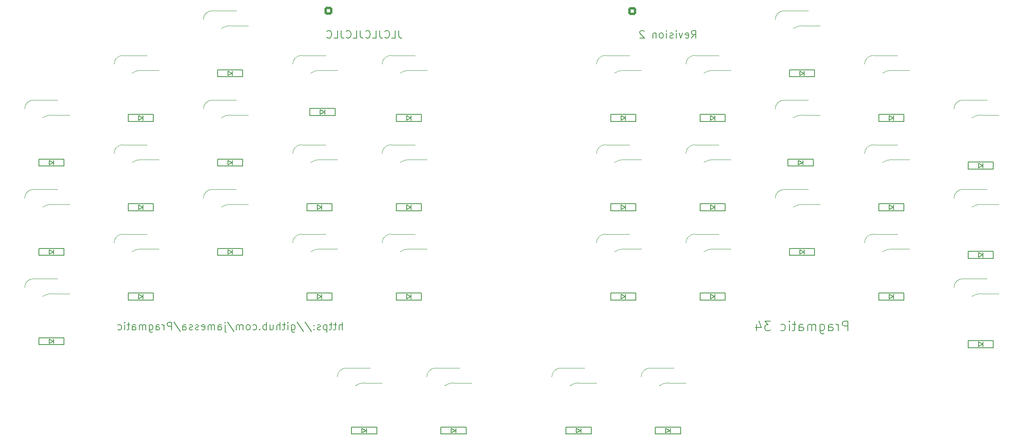
<source format=gbo>
%TF.GenerationSoftware,KiCad,Pcbnew,(6.0.7-1)-1*%
%TF.CreationDate,2022-08-07T10:51:53+08:00*%
%TF.ProjectId,Input,496e7075-742e-46b6-9963-61645f706362,2*%
%TF.SameCoordinates,PX7616b68PY48ab840*%
%TF.FileFunction,Legend,Bot*%
%TF.FilePolarity,Positive*%
%FSLAX46Y46*%
G04 Gerber Fmt 4.6, Leading zero omitted, Abs format (unit mm)*
G04 Created by KiCad (PCBNEW (6.0.7-1)-1) date 2022-08-07 10:51:53*
%MOMM*%
%LPD*%
G01*
G04 APERTURE LIST*
G04 Aperture macros list*
%AMRoundRect*
0 Rectangle with rounded corners*
0 $1 Rounding radius*
0 $2 $3 $4 $5 $6 $7 $8 $9 X,Y pos of 4 corners*
0 Add a 4 corners polygon primitive as box body*
4,1,4,$2,$3,$4,$5,$6,$7,$8,$9,$2,$3,0*
0 Add four circle primitives for the rounded corners*
1,1,$1+$1,$2,$3*
1,1,$1+$1,$4,$5*
1,1,$1+$1,$6,$7*
1,1,$1+$1,$8,$9*
0 Add four rect primitives between the rounded corners*
20,1,$1+$1,$2,$3,$4,$5,0*
20,1,$1+$1,$4,$5,$6,$7,0*
20,1,$1+$1,$6,$7,$8,$9,0*
20,1,$1+$1,$8,$9,$2,$3,0*%
G04 Aperture macros list end*
%ADD10C,0.200000*%
%ADD11C,0.150000*%
%ADD12C,0.160000*%
%ADD13C,0.120000*%
%ADD14C,0.010000*%
%ADD15C,1.900000*%
%ADD16C,3.000000*%
%ADD17C,4.000000*%
%ADD18R,2.550000X2.500000*%
%ADD19C,2.500000*%
%ADD20RoundRect,0.250000X0.600000X-0.600000X0.600000X0.600000X-0.600000X0.600000X-0.600000X-0.600000X0*%
%ADD21C,1.700000*%
%ADD22R,1.400000X1.000000*%
%ADD23C,2.000000*%
G04 APERTURE END LIST*
D10*
X103106904Y-42814761D02*
X103106904Y-40814761D01*
X102345000Y-40814761D01*
X102154523Y-40910000D01*
X102059285Y-41005238D01*
X101964047Y-41195714D01*
X101964047Y-41481428D01*
X102059285Y-41671904D01*
X102154523Y-41767142D01*
X102345000Y-41862380D01*
X103106904Y-41862380D01*
X101106904Y-42814761D02*
X101106904Y-41481428D01*
X101106904Y-41862380D02*
X101011666Y-41671904D01*
X100916428Y-41576666D01*
X100725952Y-41481428D01*
X100535476Y-41481428D01*
X99011666Y-42814761D02*
X99011666Y-41767142D01*
X99106904Y-41576666D01*
X99297380Y-41481428D01*
X99678333Y-41481428D01*
X99868809Y-41576666D01*
X99011666Y-42719523D02*
X99202142Y-42814761D01*
X99678333Y-42814761D01*
X99868809Y-42719523D01*
X99964047Y-42529047D01*
X99964047Y-42338571D01*
X99868809Y-42148095D01*
X99678333Y-42052857D01*
X99202142Y-42052857D01*
X99011666Y-41957619D01*
X97202142Y-41481428D02*
X97202142Y-43100476D01*
X97297380Y-43290952D01*
X97392619Y-43386190D01*
X97583095Y-43481428D01*
X97868809Y-43481428D01*
X98059285Y-43386190D01*
X97202142Y-42719523D02*
X97392619Y-42814761D01*
X97773571Y-42814761D01*
X97964047Y-42719523D01*
X98059285Y-42624285D01*
X98154523Y-42433809D01*
X98154523Y-41862380D01*
X98059285Y-41671904D01*
X97964047Y-41576666D01*
X97773571Y-41481428D01*
X97392619Y-41481428D01*
X97202142Y-41576666D01*
X96249761Y-42814761D02*
X96249761Y-41481428D01*
X96249761Y-41671904D02*
X96154523Y-41576666D01*
X95964047Y-41481428D01*
X95678333Y-41481428D01*
X95487857Y-41576666D01*
X95392619Y-41767142D01*
X95392619Y-42814761D01*
X95392619Y-41767142D02*
X95297380Y-41576666D01*
X95106904Y-41481428D01*
X94821190Y-41481428D01*
X94630714Y-41576666D01*
X94535476Y-41767142D01*
X94535476Y-42814761D01*
X92725952Y-42814761D02*
X92725952Y-41767142D01*
X92821190Y-41576666D01*
X93011666Y-41481428D01*
X93392619Y-41481428D01*
X93583095Y-41576666D01*
X92725952Y-42719523D02*
X92916428Y-42814761D01*
X93392619Y-42814761D01*
X93583095Y-42719523D01*
X93678333Y-42529047D01*
X93678333Y-42338571D01*
X93583095Y-42148095D01*
X93392619Y-42052857D01*
X92916428Y-42052857D01*
X92725952Y-41957619D01*
X92059285Y-41481428D02*
X91297380Y-41481428D01*
X91773571Y-40814761D02*
X91773571Y-42529047D01*
X91678333Y-42719523D01*
X91487857Y-42814761D01*
X91297380Y-42814761D01*
X90630714Y-42814761D02*
X90630714Y-41481428D01*
X90630714Y-40814761D02*
X90725952Y-40910000D01*
X90630714Y-41005238D01*
X90535476Y-40910000D01*
X90630714Y-40814761D01*
X90630714Y-41005238D01*
X88821190Y-42719523D02*
X89011666Y-42814761D01*
X89392619Y-42814761D01*
X89583095Y-42719523D01*
X89678333Y-42624285D01*
X89773571Y-42433809D01*
X89773571Y-41862380D01*
X89678333Y-41671904D01*
X89583095Y-41576666D01*
X89392619Y-41481428D01*
X89011666Y-41481428D01*
X88821190Y-41576666D01*
X86630714Y-40814761D02*
X85392619Y-40814761D01*
X86059285Y-41576666D01*
X85773571Y-41576666D01*
X85583095Y-41671904D01*
X85487857Y-41767142D01*
X85392619Y-41957619D01*
X85392619Y-42433809D01*
X85487857Y-42624285D01*
X85583095Y-42719523D01*
X85773571Y-42814761D01*
X86345000Y-42814761D01*
X86535476Y-42719523D01*
X86630714Y-42624285D01*
X83678333Y-41481428D02*
X83678333Y-42814761D01*
X84154523Y-40719523D02*
X84630714Y-42148095D01*
X83392619Y-42148095D01*
D11*
D12*
X7390476Y21196191D02*
X7390476Y20053334D01*
X7466666Y19824762D01*
X7619047Y19672381D01*
X7847619Y19596191D01*
X8000000Y19596191D01*
X5866666Y19596191D02*
X6628571Y19596191D01*
X6628571Y21196191D01*
X4419047Y19748572D02*
X4495238Y19672381D01*
X4723809Y19596191D01*
X4876190Y19596191D01*
X5104761Y19672381D01*
X5257142Y19824762D01*
X5333333Y19977143D01*
X5409523Y20281905D01*
X5409523Y20510477D01*
X5333333Y20815239D01*
X5257142Y20967620D01*
X5104761Y21120000D01*
X4876190Y21196191D01*
X4723809Y21196191D01*
X4495238Y21120000D01*
X4419047Y21043810D01*
X3276190Y21196191D02*
X3276190Y20053334D01*
X3352380Y19824762D01*
X3504761Y19672381D01*
X3733333Y19596191D01*
X3885714Y19596191D01*
X1752380Y19596191D02*
X2514285Y19596191D01*
X2514285Y21196191D01*
X304761Y19748572D02*
X380952Y19672381D01*
X609523Y19596191D01*
X761904Y19596191D01*
X990476Y19672381D01*
X1142857Y19824762D01*
X1219047Y19977143D01*
X1295238Y20281905D01*
X1295238Y20510477D01*
X1219047Y20815239D01*
X1142857Y20967620D01*
X990476Y21120000D01*
X761904Y21196191D01*
X609523Y21196191D01*
X380952Y21120000D01*
X304761Y21043810D01*
X-838096Y21196191D02*
X-838096Y20053334D01*
X-761905Y19824762D01*
X-609524Y19672381D01*
X-380953Y19596191D01*
X-228572Y19596191D01*
X-2361905Y19596191D02*
X-1600000Y19596191D01*
X-1600000Y21196191D01*
X-3809524Y19748572D02*
X-3733334Y19672381D01*
X-3504762Y19596191D01*
X-3352381Y19596191D01*
X-3123810Y19672381D01*
X-2971429Y19824762D01*
X-2895239Y19977143D01*
X-2819048Y20281905D01*
X-2819048Y20510477D01*
X-2895239Y20815239D01*
X-2971429Y20967620D01*
X-3123810Y21120000D01*
X-3352381Y21196191D01*
X-3504762Y21196191D01*
X-3733334Y21120000D01*
X-3809524Y21043810D01*
X-4952381Y21196191D02*
X-4952381Y20053334D01*
X-4876191Y19824762D01*
X-4723810Y19672381D01*
X-4495239Y19596191D01*
X-4342858Y19596191D01*
X-6476191Y19596191D02*
X-5714286Y19596191D01*
X-5714286Y21196191D01*
X-7923810Y19748572D02*
X-7847620Y19672381D01*
X-7619048Y19596191D01*
X-7466667Y19596191D01*
X-7238096Y19672381D01*
X-7085715Y19824762D01*
X-7009524Y19977143D01*
X-6933334Y20281905D01*
X-6933334Y20510477D01*
X-7009524Y20815239D01*
X-7085715Y20967620D01*
X-7238096Y21120000D01*
X-7466667Y21196191D01*
X-7619048Y21196191D01*
X-7847620Y21120000D01*
X-7923810Y21043810D01*
X-4689286Y-42633809D02*
X-4689286Y-41033809D01*
X-5375000Y-42633809D02*
X-5375000Y-41795714D01*
X-5298810Y-41643333D01*
X-5146429Y-41567142D01*
X-4917858Y-41567142D01*
X-4765477Y-41643333D01*
X-4689286Y-41719523D01*
X-5908334Y-41567142D02*
X-6517858Y-41567142D01*
X-6136905Y-41033809D02*
X-6136905Y-42405238D01*
X-6213096Y-42557619D01*
X-6365477Y-42633809D01*
X-6517858Y-42633809D01*
X-6822620Y-41567142D02*
X-7432143Y-41567142D01*
X-7051191Y-41033809D02*
X-7051191Y-42405238D01*
X-7127381Y-42557619D01*
X-7279762Y-42633809D01*
X-7432143Y-42633809D01*
X-7965477Y-41567142D02*
X-7965477Y-43167142D01*
X-7965477Y-41643333D02*
X-8117858Y-41567142D01*
X-8422620Y-41567142D01*
X-8575000Y-41643333D01*
X-8651191Y-41719523D01*
X-8727381Y-41871904D01*
X-8727381Y-42329047D01*
X-8651191Y-42481428D01*
X-8575000Y-42557619D01*
X-8422620Y-42633809D01*
X-8117858Y-42633809D01*
X-7965477Y-42557619D01*
X-9336905Y-42557619D02*
X-9489286Y-42633809D01*
X-9794048Y-42633809D01*
X-9946429Y-42557619D01*
X-10022620Y-42405238D01*
X-10022620Y-42329047D01*
X-9946429Y-42176666D01*
X-9794048Y-42100476D01*
X-9565477Y-42100476D01*
X-9413096Y-42024285D01*
X-9336905Y-41871904D01*
X-9336905Y-41795714D01*
X-9413096Y-41643333D01*
X-9565477Y-41567142D01*
X-9794048Y-41567142D01*
X-9946429Y-41643333D01*
X-10708334Y-42481428D02*
X-10784524Y-42557619D01*
X-10708334Y-42633809D01*
X-10632143Y-42557619D01*
X-10708334Y-42481428D01*
X-10708334Y-42633809D01*
X-10708334Y-41643333D02*
X-10784524Y-41719523D01*
X-10708334Y-41795714D01*
X-10632143Y-41719523D01*
X-10708334Y-41643333D01*
X-10708334Y-41795714D01*
X-12613096Y-40957619D02*
X-11241667Y-43014761D01*
X-14289286Y-40957619D02*
X-12917858Y-43014761D01*
X-15508334Y-41567142D02*
X-15508334Y-42862380D01*
X-15432143Y-43014761D01*
X-15355953Y-43090952D01*
X-15203572Y-43167142D01*
X-14975000Y-43167142D01*
X-14822620Y-43090952D01*
X-15508334Y-42557619D02*
X-15355953Y-42633809D01*
X-15051191Y-42633809D01*
X-14898810Y-42557619D01*
X-14822620Y-42481428D01*
X-14746429Y-42329047D01*
X-14746429Y-41871904D01*
X-14822620Y-41719523D01*
X-14898810Y-41643333D01*
X-15051191Y-41567142D01*
X-15355953Y-41567142D01*
X-15508334Y-41643333D01*
X-16270239Y-42633809D02*
X-16270239Y-41567142D01*
X-16270239Y-41033809D02*
X-16194048Y-41110000D01*
X-16270239Y-41186190D01*
X-16346429Y-41110000D01*
X-16270239Y-41033809D01*
X-16270239Y-41186190D01*
X-16803572Y-41567142D02*
X-17413096Y-41567142D01*
X-17032143Y-41033809D02*
X-17032143Y-42405238D01*
X-17108334Y-42557619D01*
X-17260715Y-42633809D01*
X-17413096Y-42633809D01*
X-17946429Y-42633809D02*
X-17946429Y-41033809D01*
X-18632143Y-42633809D02*
X-18632143Y-41795714D01*
X-18555953Y-41643333D01*
X-18403572Y-41567142D01*
X-18175000Y-41567142D01*
X-18022620Y-41643333D01*
X-17946429Y-41719523D01*
X-20079762Y-41567142D02*
X-20079762Y-42633809D01*
X-19394048Y-41567142D02*
X-19394048Y-42405238D01*
X-19470239Y-42557619D01*
X-19622620Y-42633809D01*
X-19851191Y-42633809D01*
X-20003572Y-42557619D01*
X-20079762Y-42481428D01*
X-20841667Y-42633809D02*
X-20841667Y-41033809D01*
X-20841667Y-41643333D02*
X-20994048Y-41567142D01*
X-21298810Y-41567142D01*
X-21451191Y-41643333D01*
X-21527381Y-41719523D01*
X-21603572Y-41871904D01*
X-21603572Y-42329047D01*
X-21527381Y-42481428D01*
X-21451191Y-42557619D01*
X-21298810Y-42633809D01*
X-20994048Y-42633809D01*
X-20841667Y-42557619D01*
X-22289286Y-42481428D02*
X-22365477Y-42557619D01*
X-22289286Y-42633809D01*
X-22213096Y-42557619D01*
X-22289286Y-42481428D01*
X-22289286Y-42633809D01*
X-23736905Y-42557619D02*
X-23584524Y-42633809D01*
X-23279762Y-42633809D01*
X-23127381Y-42557619D01*
X-23051191Y-42481428D01*
X-22975000Y-42329047D01*
X-22975000Y-41871904D01*
X-23051191Y-41719523D01*
X-23127381Y-41643333D01*
X-23279762Y-41567142D01*
X-23584524Y-41567142D01*
X-23736905Y-41643333D01*
X-24651191Y-42633809D02*
X-24498810Y-42557619D01*
X-24422620Y-42481428D01*
X-24346429Y-42329047D01*
X-24346429Y-41871904D01*
X-24422620Y-41719523D01*
X-24498810Y-41643333D01*
X-24651191Y-41567142D01*
X-24879762Y-41567142D01*
X-25032143Y-41643333D01*
X-25108334Y-41719523D01*
X-25184524Y-41871904D01*
X-25184524Y-42329047D01*
X-25108334Y-42481428D01*
X-25032143Y-42557619D01*
X-24879762Y-42633809D01*
X-24651191Y-42633809D01*
X-25870239Y-42633809D02*
X-25870239Y-41567142D01*
X-25870239Y-41719523D02*
X-25946429Y-41643333D01*
X-26098810Y-41567142D01*
X-26327381Y-41567142D01*
X-26479762Y-41643333D01*
X-26555953Y-41795714D01*
X-26555953Y-42633809D01*
X-26555953Y-41795714D02*
X-26632143Y-41643333D01*
X-26784524Y-41567142D01*
X-27013096Y-41567142D01*
X-27165477Y-41643333D01*
X-27241667Y-41795714D01*
X-27241667Y-42633809D01*
X-29146429Y-40957619D02*
X-27775000Y-43014761D01*
X-29679762Y-41567142D02*
X-29679762Y-42938571D01*
X-29603572Y-43090952D01*
X-29451191Y-43167142D01*
X-29375000Y-43167142D01*
X-29679762Y-41033809D02*
X-29603572Y-41110000D01*
X-29679762Y-41186190D01*
X-29755953Y-41110000D01*
X-29679762Y-41033809D01*
X-29679762Y-41186190D01*
X-31127381Y-42633809D02*
X-31127381Y-41795714D01*
X-31051191Y-41643333D01*
X-30898810Y-41567142D01*
X-30594048Y-41567142D01*
X-30441667Y-41643333D01*
X-31127381Y-42557619D02*
X-30975000Y-42633809D01*
X-30594048Y-42633809D01*
X-30441667Y-42557619D01*
X-30365477Y-42405238D01*
X-30365477Y-42252857D01*
X-30441667Y-42100476D01*
X-30594048Y-42024285D01*
X-30975000Y-42024285D01*
X-31127381Y-41948095D01*
X-31889286Y-42633809D02*
X-31889286Y-41567142D01*
X-31889286Y-41719523D02*
X-31965477Y-41643333D01*
X-32117858Y-41567142D01*
X-32346429Y-41567142D01*
X-32498810Y-41643333D01*
X-32575000Y-41795714D01*
X-32575000Y-42633809D01*
X-32575000Y-41795714D02*
X-32651191Y-41643333D01*
X-32803572Y-41567142D01*
X-33032143Y-41567142D01*
X-33184524Y-41643333D01*
X-33260715Y-41795714D01*
X-33260715Y-42633809D01*
X-34632143Y-42557619D02*
X-34479762Y-42633809D01*
X-34175000Y-42633809D01*
X-34022620Y-42557619D01*
X-33946429Y-42405238D01*
X-33946429Y-41795714D01*
X-34022620Y-41643333D01*
X-34175000Y-41567142D01*
X-34479762Y-41567142D01*
X-34632143Y-41643333D01*
X-34708334Y-41795714D01*
X-34708334Y-41948095D01*
X-33946429Y-42100476D01*
X-35317858Y-42557619D02*
X-35470239Y-42633809D01*
X-35775000Y-42633809D01*
X-35927381Y-42557619D01*
X-36003572Y-42405238D01*
X-36003572Y-42329047D01*
X-35927381Y-42176666D01*
X-35775000Y-42100476D01*
X-35546429Y-42100476D01*
X-35394048Y-42024285D01*
X-35317858Y-41871904D01*
X-35317858Y-41795714D01*
X-35394048Y-41643333D01*
X-35546429Y-41567142D01*
X-35775000Y-41567142D01*
X-35927381Y-41643333D01*
X-36613096Y-42557619D02*
X-36765477Y-42633809D01*
X-37070239Y-42633809D01*
X-37222620Y-42557619D01*
X-37298810Y-42405238D01*
X-37298810Y-42329047D01*
X-37222620Y-42176666D01*
X-37070239Y-42100476D01*
X-36841667Y-42100476D01*
X-36689286Y-42024285D01*
X-36613096Y-41871904D01*
X-36613096Y-41795714D01*
X-36689286Y-41643333D01*
X-36841667Y-41567142D01*
X-37070239Y-41567142D01*
X-37222620Y-41643333D01*
X-38670239Y-42633809D02*
X-38670239Y-41795714D01*
X-38594048Y-41643333D01*
X-38441667Y-41567142D01*
X-38136905Y-41567142D01*
X-37984524Y-41643333D01*
X-38670239Y-42557619D02*
X-38517858Y-42633809D01*
X-38136905Y-42633809D01*
X-37984524Y-42557619D01*
X-37908334Y-42405238D01*
X-37908334Y-42252857D01*
X-37984524Y-42100476D01*
X-38136905Y-42024285D01*
X-38517858Y-42024285D01*
X-38670239Y-41948095D01*
X-40575000Y-40957619D02*
X-39203572Y-43014761D01*
X-41108334Y-42633809D02*
X-41108334Y-41033809D01*
X-41717858Y-41033809D01*
X-41870239Y-41110000D01*
X-41946429Y-41186190D01*
X-42022620Y-41338571D01*
X-42022620Y-41567142D01*
X-41946429Y-41719523D01*
X-41870239Y-41795714D01*
X-41717858Y-41871904D01*
X-41108334Y-41871904D01*
X-42708334Y-42633809D02*
X-42708334Y-41567142D01*
X-42708334Y-41871904D02*
X-42784524Y-41719523D01*
X-42860715Y-41643333D01*
X-43013096Y-41567142D01*
X-43165477Y-41567142D01*
X-44384524Y-42633809D02*
X-44384524Y-41795714D01*
X-44308334Y-41643333D01*
X-44155953Y-41567142D01*
X-43851191Y-41567142D01*
X-43698810Y-41643333D01*
X-44384524Y-42557619D02*
X-44232143Y-42633809D01*
X-43851191Y-42633809D01*
X-43698810Y-42557619D01*
X-43622620Y-42405238D01*
X-43622620Y-42252857D01*
X-43698810Y-42100476D01*
X-43851191Y-42024285D01*
X-44232143Y-42024285D01*
X-44384524Y-41948095D01*
X-45832143Y-41567142D02*
X-45832143Y-42862380D01*
X-45755953Y-43014761D01*
X-45679762Y-43090952D01*
X-45527381Y-43167142D01*
X-45298810Y-43167142D01*
X-45146429Y-43090952D01*
X-45832143Y-42557619D02*
X-45679762Y-42633809D01*
X-45375000Y-42633809D01*
X-45222620Y-42557619D01*
X-45146429Y-42481428D01*
X-45070239Y-42329047D01*
X-45070239Y-41871904D01*
X-45146429Y-41719523D01*
X-45222620Y-41643333D01*
X-45375000Y-41567142D01*
X-45679762Y-41567142D01*
X-45832143Y-41643333D01*
X-46594048Y-42633809D02*
X-46594048Y-41567142D01*
X-46594048Y-41719523D02*
X-46670239Y-41643333D01*
X-46822620Y-41567142D01*
X-47051191Y-41567142D01*
X-47203572Y-41643333D01*
X-47279762Y-41795714D01*
X-47279762Y-42633809D01*
X-47279762Y-41795714D02*
X-47355953Y-41643333D01*
X-47508334Y-41567142D01*
X-47736905Y-41567142D01*
X-47889286Y-41643333D01*
X-47965477Y-41795714D01*
X-47965477Y-42633809D01*
X-49413096Y-42633809D02*
X-49413096Y-41795714D01*
X-49336905Y-41643333D01*
X-49184524Y-41567142D01*
X-48879762Y-41567142D01*
X-48727381Y-41643333D01*
X-49413096Y-42557619D02*
X-49260715Y-42633809D01*
X-48879762Y-42633809D01*
X-48727381Y-42557619D01*
X-48651191Y-42405238D01*
X-48651191Y-42252857D01*
X-48727381Y-42100476D01*
X-48879762Y-42024285D01*
X-49260715Y-42024285D01*
X-49413096Y-41948095D01*
X-49946429Y-41567142D02*
X-50555953Y-41567142D01*
X-50175000Y-41033809D02*
X-50175000Y-42405238D01*
X-50251191Y-42557619D01*
X-50403572Y-42633809D01*
X-50555953Y-42633809D01*
X-51089286Y-42633809D02*
X-51089286Y-41567142D01*
X-51089286Y-41033809D02*
X-51013096Y-41110000D01*
X-51089286Y-41186190D01*
X-51165477Y-41110000D01*
X-51089286Y-41033809D01*
X-51089286Y-41186190D01*
X-52536905Y-42557619D02*
X-52384524Y-42633809D01*
X-52079762Y-42633809D01*
X-51927381Y-42557619D01*
X-51851191Y-42481428D01*
X-51775000Y-42329047D01*
X-51775000Y-41871904D01*
X-51851191Y-41719523D01*
X-51927381Y-41643333D01*
X-52079762Y-41567142D01*
X-52384524Y-41567142D01*
X-52536905Y-41643333D01*
D11*
D12*
X69798571Y19596191D02*
X70331904Y20358096D01*
X70712857Y19596191D02*
X70712857Y21196191D01*
X70103333Y21196191D01*
X69950952Y21120000D01*
X69874761Y21043810D01*
X69798571Y20891429D01*
X69798571Y20662858D01*
X69874761Y20510477D01*
X69950952Y20434286D01*
X70103333Y20358096D01*
X70712857Y20358096D01*
X68503333Y19672381D02*
X68655714Y19596191D01*
X68960476Y19596191D01*
X69112857Y19672381D01*
X69189047Y19824762D01*
X69189047Y20434286D01*
X69112857Y20586667D01*
X68960476Y20662858D01*
X68655714Y20662858D01*
X68503333Y20586667D01*
X68427142Y20434286D01*
X68427142Y20281905D01*
X69189047Y20129524D01*
X67893809Y20662858D02*
X67512857Y19596191D01*
X67131904Y20662858D01*
X66522380Y19596191D02*
X66522380Y20662858D01*
X66522380Y21196191D02*
X66598571Y21120000D01*
X66522380Y21043810D01*
X66446190Y21120000D01*
X66522380Y21196191D01*
X66522380Y21043810D01*
X65836666Y19672381D02*
X65684285Y19596191D01*
X65379523Y19596191D01*
X65227142Y19672381D01*
X65150952Y19824762D01*
X65150952Y19900953D01*
X65227142Y20053334D01*
X65379523Y20129524D01*
X65608095Y20129524D01*
X65760476Y20205715D01*
X65836666Y20358096D01*
X65836666Y20434286D01*
X65760476Y20586667D01*
X65608095Y20662858D01*
X65379523Y20662858D01*
X65227142Y20586667D01*
X64465238Y19596191D02*
X64465238Y20662858D01*
X64465238Y21196191D02*
X64541428Y21120000D01*
X64465238Y21043810D01*
X64389047Y21120000D01*
X64465238Y21196191D01*
X64465238Y21043810D01*
X63474761Y19596191D02*
X63627142Y19672381D01*
X63703333Y19748572D01*
X63779523Y19900953D01*
X63779523Y20358096D01*
X63703333Y20510477D01*
X63627142Y20586667D01*
X63474761Y20662858D01*
X63246190Y20662858D01*
X63093809Y20586667D01*
X63017619Y20510477D01*
X62941428Y20358096D01*
X62941428Y19900953D01*
X63017619Y19748572D01*
X63093809Y19672381D01*
X63246190Y19596191D01*
X63474761Y19596191D01*
X62255714Y20662858D02*
X62255714Y19596191D01*
X62255714Y20510477D02*
X62179523Y20586667D01*
X62027142Y20662858D01*
X61798571Y20662858D01*
X61646190Y20586667D01*
X61570000Y20434286D01*
X61570000Y19596191D01*
X59665238Y21043810D02*
X59589047Y21120000D01*
X59436666Y21196191D01*
X59055714Y21196191D01*
X58903333Y21120000D01*
X58827142Y21043810D01*
X58750952Y20891429D01*
X58750952Y20739048D01*
X58827142Y20510477D01*
X59741428Y19596191D01*
X58750952Y19596191D01*
D13*
%TO.C,SW1*%
X-70485000Y6350000D02*
X-65405000Y6350000D01*
X-66675000Y3175000D02*
X-62865000Y3175000D01*
X-66675000Y3175000D02*
G75*
G03*
X-68580000Y2540000I3J-3175009D01*
G01*
X-70485000Y6350000D02*
G75*
G03*
X-72390000Y4445000I1J-1905001D01*
G01*
%TO.C,SW7*%
X70485000Y15875000D02*
X75565000Y15875000D01*
X74295000Y12700000D02*
X78105000Y12700000D01*
X74295000Y12700000D02*
G75*
G03*
X72390000Y12065000I3J-3175009D01*
G01*
X70485000Y15875000D02*
G75*
G03*
X68580000Y13970000I1J-1905001D01*
G01*
%TO.C,SW8*%
X93345000Y22225000D02*
X97155000Y22225000D01*
X89535000Y25400000D02*
X94615000Y25400000D01*
X89535000Y25400000D02*
G75*
G03*
X87630000Y23495000I1J-1905001D01*
G01*
X93345000Y22225000D02*
G75*
G03*
X91440000Y21590000I3J-3175009D01*
G01*
%TO.C,SW2*%
X-51435000Y15875000D02*
X-46355000Y15875000D01*
X-47625000Y12700000D02*
X-43815000Y12700000D01*
X-47625000Y12700000D02*
G75*
G03*
X-49530000Y12065000I3J-3175009D01*
G01*
X-51435000Y15875000D02*
G75*
G03*
X-53340000Y13970000I1J-1905001D01*
G01*
%TO.C,SW3*%
X-32385000Y25400000D02*
X-27305000Y25400000D01*
X-28575000Y22225000D02*
X-24765000Y22225000D01*
X-28575000Y22225000D02*
G75*
G03*
X-30480000Y21590000I3J-3175009D01*
G01*
X-32385000Y25400000D02*
G75*
G03*
X-34290000Y23495000I1J-1905001D01*
G01*
%TO.C,SW4*%
X-9525000Y12700000D02*
X-5715000Y12700000D01*
X-13335000Y15875000D02*
X-8255000Y15875000D01*
X-9525000Y12700000D02*
G75*
G03*
X-11430000Y12065000I3J-3175009D01*
G01*
X-13335000Y15875000D02*
G75*
G03*
X-15240000Y13970000I1J-1905001D01*
G01*
%TO.C,SW5*%
X5715000Y15875000D02*
X10795000Y15875000D01*
X9525000Y12700000D02*
X13335000Y12700000D01*
X5715000Y15875000D02*
G75*
G03*
X3810000Y13970000I1J-1905001D01*
G01*
X9525000Y12700000D02*
G75*
G03*
X7620000Y12065000I3J-3175009D01*
G01*
%TO.C,SW9*%
X108585000Y15875000D02*
X113665000Y15875000D01*
X112395000Y12700000D02*
X116205000Y12700000D01*
X112395000Y12700000D02*
G75*
G03*
X110490000Y12065000I3J-3175009D01*
G01*
X108585000Y15875000D02*
G75*
G03*
X106680000Y13970000I1J-1905001D01*
G01*
%TO.C,SW10*%
X131445000Y3175000D02*
X135255000Y3175000D01*
X127635000Y6350000D02*
X132715000Y6350000D01*
X127635000Y6350000D02*
G75*
G03*
X125730000Y4445000I1J-1905001D01*
G01*
X131445000Y3175000D02*
G75*
G03*
X129540000Y2540000I3J-3175009D01*
G01*
%TO.C,SW11*%
X-66675000Y-15875000D02*
X-62865000Y-15875000D01*
X-70485000Y-12700000D02*
X-65405000Y-12700000D01*
X-70485000Y-12700000D02*
G75*
G03*
X-72390000Y-14605000I1J-1905001D01*
G01*
X-66675000Y-15875000D02*
G75*
G03*
X-68580000Y-16510000I3J-3175009D01*
G01*
%TO.C,SW13*%
X-28575000Y3175000D02*
X-24765000Y3175000D01*
X-32385000Y6350000D02*
X-27305000Y6350000D01*
X-28575000Y3175000D02*
G75*
G03*
X-30480000Y2540000I3J-3175009D01*
G01*
X-32385000Y6350000D02*
G75*
G03*
X-34290000Y4445000I1J-1905001D01*
G01*
%TO.C,SW14*%
X-13335000Y-3175000D02*
X-8255000Y-3175000D01*
X-9525000Y-6350000D02*
X-5715000Y-6350000D01*
X-13335000Y-3175000D02*
G75*
G03*
X-15240000Y-5080000I1J-1905001D01*
G01*
X-9525000Y-6350000D02*
G75*
G03*
X-11430000Y-6985000I3J-3175009D01*
G01*
%TO.C,SW15*%
X9525000Y-6350000D02*
X13335000Y-6350000D01*
X5715000Y-3175000D02*
X10795000Y-3175000D01*
X5715000Y-3175000D02*
G75*
G03*
X3810000Y-5080000I1J-1905001D01*
G01*
X9525000Y-6350000D02*
G75*
G03*
X7620000Y-6985000I3J-3175009D01*
G01*
%TO.C,SW16*%
X51435000Y-3175000D02*
X56515000Y-3175000D01*
X55245000Y-6350000D02*
X59055000Y-6350000D01*
X55245000Y-6350000D02*
G75*
G03*
X53340000Y-6985000I3J-3175009D01*
G01*
X51435000Y-3175000D02*
G75*
G03*
X49530000Y-5080000I1J-1905001D01*
G01*
%TO.C,SW17*%
X70485000Y-3175000D02*
X75565000Y-3175000D01*
X74295000Y-6350000D02*
X78105000Y-6350000D01*
X70485000Y-3175000D02*
G75*
G03*
X68580000Y-5080000I1J-1905001D01*
G01*
X74295000Y-6350000D02*
G75*
G03*
X72390000Y-6985000I3J-3175009D01*
G01*
%TO.C,SW22*%
X-51435000Y-22225000D02*
X-46355000Y-22225000D01*
X-47625000Y-25400000D02*
X-43815000Y-25400000D01*
X-47625000Y-25400000D02*
G75*
G03*
X-49530000Y-26035000I3J-3175009D01*
G01*
X-51435000Y-22225000D02*
G75*
G03*
X-53340000Y-24130000I1J-1905001D01*
G01*
%TO.C,SW23*%
X-32385000Y-12700000D02*
X-27305000Y-12700000D01*
X-28575000Y-15875000D02*
X-24765000Y-15875000D01*
X-28575000Y-15875000D02*
G75*
G03*
X-30480000Y-16510000I3J-3175009D01*
G01*
X-32385000Y-12700000D02*
G75*
G03*
X-34290000Y-14605000I1J-1905001D01*
G01*
%TO.C,SW28*%
X89535000Y-12700000D02*
X94615000Y-12700000D01*
X93345000Y-15875000D02*
X97155000Y-15875000D01*
X89535000Y-12700000D02*
G75*
G03*
X87630000Y-14605000I1J-1905001D01*
G01*
X93345000Y-15875000D02*
G75*
G03*
X91440000Y-16510000I3J-3175009D01*
G01*
%TO.C,SW33*%
X45720000Y-53975000D02*
X49530000Y-53975000D01*
X41910000Y-50800000D02*
X46990000Y-50800000D01*
X45720000Y-53975000D02*
G75*
G03*
X43815000Y-54610000I3J-3175009D01*
G01*
X41910000Y-50800000D02*
G75*
G03*
X40005000Y-52705000I1J-1905001D01*
G01*
%TO.C,SW20*%
X131445000Y-15875000D02*
X135255000Y-15875000D01*
X127635000Y-12700000D02*
X132715000Y-12700000D01*
X127635000Y-12700000D02*
G75*
G03*
X125730000Y-14605000I1J-1905001D01*
G01*
X131445000Y-15875000D02*
G75*
G03*
X129540000Y-16510000I3J-3175009D01*
G01*
%TO.C,SW19*%
X108585000Y-3175000D02*
X113665000Y-3175000D01*
X112395000Y-6350000D02*
X116205000Y-6350000D01*
X108585000Y-3175000D02*
G75*
G03*
X106680000Y-5080000I1J-1905001D01*
G01*
X112395000Y-6350000D02*
G75*
G03*
X110490000Y-6985000I3J-3175009D01*
G01*
%TO.C,SW26*%
X55245000Y-25400000D02*
X59055000Y-25400000D01*
X51435000Y-22225000D02*
X56515000Y-22225000D01*
X55245000Y-25400000D02*
G75*
G03*
X53340000Y-26035000I3J-3175009D01*
G01*
X51435000Y-22225000D02*
G75*
G03*
X49530000Y-24130000I1J-1905001D01*
G01*
%TO.C,SW31*%
X-3810000Y-50800000D02*
X1270000Y-50800000D01*
X0Y-53975000D02*
X3810000Y-53975000D01*
X-3810000Y-50800000D02*
G75*
G03*
X-5715000Y-52705000I1J-1905001D01*
G01*
X0Y-53975000D02*
G75*
G03*
X-1905000Y-54610000I3J-3175009D01*
G01*
%TO.C,SW34*%
X64770000Y-53975000D02*
X68580000Y-53975000D01*
X60960000Y-50800000D02*
X66040000Y-50800000D01*
X60960000Y-50800000D02*
G75*
G03*
X59055000Y-52705000I1J-1905001D01*
G01*
X64770000Y-53975000D02*
G75*
G03*
X62865000Y-54610000I3J-3175009D01*
G01*
%TO.C,SW27*%
X74295000Y-25400000D02*
X78105000Y-25400000D01*
X70485000Y-22225000D02*
X75565000Y-22225000D01*
X74295000Y-25400000D02*
G75*
G03*
X72390000Y-26035000I3J-3175009D01*
G01*
X70485000Y-22225000D02*
G75*
G03*
X68580000Y-24130000I1J-1905001D01*
G01*
%TO.C,SW29*%
X108585000Y-22225000D02*
X113665000Y-22225000D01*
X112395000Y-25400000D02*
X116205000Y-25400000D01*
X112395000Y-25400000D02*
G75*
G03*
X110490000Y-26035000I3J-3175009D01*
G01*
X108585000Y-22225000D02*
G75*
G03*
X106680000Y-24130000I1J-1905001D01*
G01*
%TO.C,SW24*%
X-13335000Y-22225000D02*
X-8255000Y-22225000D01*
X-9525000Y-25400000D02*
X-5715000Y-25400000D01*
X-13335000Y-22225000D02*
G75*
G03*
X-15240000Y-24130000I1J-1905001D01*
G01*
X-9525000Y-25400000D02*
G75*
G03*
X-11430000Y-26035000I3J-3175009D01*
G01*
%TO.C,SW21*%
X-66675000Y-34925000D02*
X-62865000Y-34925000D01*
X-70485000Y-31750000D02*
X-65405000Y-31750000D01*
X-70485000Y-31750000D02*
G75*
G03*
X-72390000Y-33655000I1J-1905001D01*
G01*
X-66675000Y-34925000D02*
G75*
G03*
X-68580000Y-35560000I3J-3175009D01*
G01*
%TO.C,SW25*%
X5715000Y-22225000D02*
X10795000Y-22225000D01*
X9525000Y-25400000D02*
X13335000Y-25400000D01*
X5715000Y-22225000D02*
G75*
G03*
X3810000Y-24130000I1J-1905001D01*
G01*
X9525000Y-25400000D02*
G75*
G03*
X7620000Y-26035000I3J-3175009D01*
G01*
%TO.C,SW30*%
X127635000Y-31750000D02*
X132715000Y-31750000D01*
X131445000Y-34925000D02*
X135255000Y-34925000D01*
X131445000Y-34925000D02*
G75*
G03*
X129540000Y-35560000I3J-3175009D01*
G01*
X127635000Y-31750000D02*
G75*
G03*
X125730000Y-33655000I1J-1905001D01*
G01*
%TO.C,SW12*%
X-51435000Y-3175000D02*
X-46355000Y-3175000D01*
X-47625000Y-6350000D02*
X-43815000Y-6350000D01*
X-51435000Y-3175000D02*
G75*
G03*
X-53340000Y-5080000I1J-1905001D01*
G01*
X-47625000Y-6350000D02*
G75*
G03*
X-49530000Y-6985000I3J-3175009D01*
G01*
%TO.C,SW6*%
X55245000Y12700000D02*
X59055000Y12700000D01*
X51435000Y15875000D02*
X56515000Y15875000D01*
X55245000Y12700000D02*
G75*
G03*
X53340000Y12065000I3J-3175009D01*
G01*
X51435000Y15875000D02*
G75*
G03*
X49530000Y13970000I1J-1905001D01*
G01*
%TO.C,SW18*%
X93345000Y3175000D02*
X97155000Y3175000D01*
X89535000Y6350000D02*
X94615000Y6350000D01*
X89535000Y6350000D02*
G75*
G03*
X87630000Y4445000I1J-1905001D01*
G01*
X93345000Y3175000D02*
G75*
G03*
X91440000Y2540000I3J-3175009D01*
G01*
%TO.C,SW32*%
X15240000Y-50800000D02*
X20320000Y-50800000D01*
X19050000Y-53975000D02*
X22860000Y-53975000D01*
X19050000Y-53975000D02*
G75*
G03*
X17145000Y-54610000I3J-3175009D01*
G01*
X15240000Y-50800000D02*
G75*
G03*
X13335000Y-52705000I1J-1905001D01*
G01*
D11*
%TO.C,D1*%
X-67175000Y-6485000D02*
X-67175000Y-7485000D01*
X-69375000Y-6235000D02*
X-69375000Y-7735000D01*
X-66175000Y-6485000D02*
X-66175000Y-7485000D01*
X-67175000Y-7485000D02*
X-66275000Y-6985000D01*
X-63975000Y-6235000D02*
X-63975000Y-7735000D01*
X-66275000Y-6985000D02*
X-67175000Y-6485000D01*
X-63975000Y-7735000D02*
X-69375000Y-7735000D01*
X-69375000Y-6235000D02*
X-63975000Y-6235000D01*
%TO.C,D7*%
X76995000Y1790000D02*
X71595000Y1790000D01*
X73795000Y3040000D02*
X73795000Y2040000D01*
X74795000Y3040000D02*
X74795000Y2040000D01*
X73795000Y2040000D02*
X74695000Y2540000D01*
X71595000Y3290000D02*
X71595000Y1790000D01*
X71595000Y3290000D02*
X76995000Y3290000D01*
X76995000Y3290000D02*
X76995000Y1790000D01*
X74695000Y2540000D02*
X73795000Y3040000D01*
%TO.C,D8*%
X90645000Y12815000D02*
X90645000Y11315000D01*
X92845000Y11565000D02*
X93745000Y12065000D01*
X92845000Y12565000D02*
X92845000Y11565000D01*
X96045000Y12815000D02*
X96045000Y11315000D01*
X93845000Y12565000D02*
X93845000Y11565000D01*
X93745000Y12065000D02*
X92845000Y12565000D01*
X90645000Y12815000D02*
X96045000Y12815000D01*
X96045000Y11315000D02*
X90645000Y11315000D01*
%TO.C,D2*%
X-50325000Y3290000D02*
X-44925000Y3290000D01*
X-48125000Y2040000D02*
X-47225000Y2540000D01*
X-47125000Y3040000D02*
X-47125000Y2040000D01*
X-50325000Y3290000D02*
X-50325000Y1790000D01*
X-47225000Y2540000D02*
X-48125000Y3040000D01*
X-48125000Y3040000D02*
X-48125000Y2040000D01*
X-44925000Y1790000D02*
X-50325000Y1790000D01*
X-44925000Y3290000D02*
X-44925000Y1790000D01*
%TO.C,D3*%
X-31275000Y12815000D02*
X-25875000Y12815000D01*
X-25875000Y12815000D02*
X-25875000Y11315000D01*
X-29075000Y12565000D02*
X-29075000Y11565000D01*
X-31275000Y12815000D02*
X-31275000Y11315000D01*
X-25875000Y11315000D02*
X-31275000Y11315000D01*
X-28175000Y12065000D02*
X-29075000Y12565000D01*
X-28075000Y12565000D02*
X-28075000Y11565000D01*
X-29075000Y11565000D02*
X-28175000Y12065000D01*
%TO.C,D4*%
X-6190000Y3060000D02*
X-11590000Y3060000D01*
X-8490000Y3810000D02*
X-9390000Y4310000D01*
X-6190000Y4560000D02*
X-6190000Y3060000D01*
X-11590000Y4560000D02*
X-11590000Y3060000D01*
X-8390000Y4310000D02*
X-8390000Y3310000D01*
X-9390000Y3310000D02*
X-8490000Y3810000D01*
X-9390000Y4310000D02*
X-9390000Y3310000D01*
X-11590000Y4560000D02*
X-6190000Y4560000D01*
%TO.C,D5*%
X6825000Y3290000D02*
X12225000Y3290000D01*
X9025000Y2040000D02*
X9925000Y2540000D01*
X12225000Y1790000D02*
X6825000Y1790000D01*
X10025000Y3040000D02*
X10025000Y2040000D01*
X6825000Y3290000D02*
X6825000Y1790000D01*
X12225000Y3290000D02*
X12225000Y1790000D01*
X9925000Y2540000D02*
X9025000Y3040000D01*
X9025000Y3040000D02*
X9025000Y2040000D01*
%TO.C,D9*%
X115095000Y3290000D02*
X115095000Y1790000D01*
X112795000Y2540000D02*
X111895000Y3040000D01*
X115095000Y1790000D02*
X109695000Y1790000D01*
X109695000Y3290000D02*
X115095000Y3290000D01*
X112895000Y3040000D02*
X112895000Y2040000D01*
X111895000Y3040000D02*
X111895000Y2040000D01*
X109695000Y3290000D02*
X109695000Y1790000D01*
X111895000Y2040000D02*
X112795000Y2540000D01*
%TO.C,D10*%
X134145000Y-8370000D02*
X128745000Y-8370000D01*
X134145000Y-6870000D02*
X134145000Y-8370000D01*
X131945000Y-7120000D02*
X131945000Y-8120000D01*
X128745000Y-6870000D02*
X128745000Y-8370000D01*
X130945000Y-7120000D02*
X130945000Y-8120000D01*
X128745000Y-6870000D02*
X134145000Y-6870000D01*
X130945000Y-8120000D02*
X131845000Y-7620000D01*
X131845000Y-7620000D02*
X130945000Y-7120000D01*
%TO.C,D11*%
X-67175000Y-26535000D02*
X-66275000Y-26035000D01*
X-69375000Y-25285000D02*
X-69375000Y-26785000D01*
X-67175000Y-25535000D02*
X-67175000Y-26535000D01*
X-63975000Y-25285000D02*
X-63975000Y-26785000D01*
X-63975000Y-26785000D02*
X-69375000Y-26785000D01*
X-66275000Y-26035000D02*
X-67175000Y-25535000D01*
X-66175000Y-25535000D02*
X-66175000Y-26535000D01*
X-69375000Y-25285000D02*
X-63975000Y-25285000D01*
%TO.C,D13*%
X-25875000Y-7735000D02*
X-31275000Y-7735000D01*
X-29075000Y-6485000D02*
X-29075000Y-7485000D01*
X-28075000Y-6485000D02*
X-28075000Y-7485000D01*
X-31275000Y-6235000D02*
X-25875000Y-6235000D01*
X-29075000Y-7485000D02*
X-28175000Y-6985000D01*
X-28175000Y-6985000D02*
X-29075000Y-6485000D01*
X-31275000Y-6235000D02*
X-31275000Y-7735000D01*
X-25875000Y-6235000D02*
X-25875000Y-7735000D01*
%TO.C,D14*%
X-10025000Y-17010000D02*
X-9125000Y-16510000D01*
X-9125000Y-16510000D02*
X-10025000Y-16010000D01*
X-10025000Y-16010000D02*
X-10025000Y-17010000D01*
X-6825000Y-17260000D02*
X-12225000Y-17260000D01*
X-12225000Y-15760000D02*
X-6825000Y-15760000D01*
X-9025000Y-16010000D02*
X-9025000Y-17010000D01*
X-6825000Y-15760000D02*
X-6825000Y-17260000D01*
X-12225000Y-15760000D02*
X-12225000Y-17260000D01*
%TO.C,D15*%
X9925000Y-16510000D02*
X9025000Y-16010000D01*
X9025000Y-17010000D02*
X9925000Y-16510000D01*
X9025000Y-16010000D02*
X9025000Y-17010000D01*
X12225000Y-15760000D02*
X12225000Y-17260000D01*
X6825000Y-15760000D02*
X6825000Y-17260000D01*
X12225000Y-17260000D02*
X6825000Y-17260000D01*
X6825000Y-15760000D02*
X12225000Y-15760000D01*
X10025000Y-16010000D02*
X10025000Y-17010000D01*
%TO.C,D16*%
X57945000Y-15760000D02*
X57945000Y-17260000D01*
X52545000Y-15760000D02*
X57945000Y-15760000D01*
X54745000Y-16010000D02*
X54745000Y-17010000D01*
X57945000Y-17260000D02*
X52545000Y-17260000D01*
X52545000Y-15760000D02*
X52545000Y-17260000D01*
X55745000Y-16010000D02*
X55745000Y-17010000D01*
X55645000Y-16510000D02*
X54745000Y-16010000D01*
X54745000Y-17010000D02*
X55645000Y-16510000D01*
%TO.C,D17*%
X73795000Y-17010000D02*
X74695000Y-16510000D01*
X76995000Y-15760000D02*
X76995000Y-17260000D01*
X74795000Y-16010000D02*
X74795000Y-17010000D01*
X71595000Y-15760000D02*
X76995000Y-15760000D01*
X76995000Y-17260000D02*
X71595000Y-17260000D01*
X71595000Y-15760000D02*
X71595000Y-17260000D01*
X73795000Y-16010000D02*
X73795000Y-17010000D01*
X74695000Y-16510000D02*
X73795000Y-16010000D01*
%TO.C,D22*%
X-47225000Y-35560000D02*
X-48125000Y-35060000D01*
X-50325000Y-34810000D02*
X-44925000Y-34810000D01*
X-44925000Y-34810000D02*
X-44925000Y-36310000D01*
X-48125000Y-36060000D02*
X-47225000Y-35560000D01*
X-50325000Y-34810000D02*
X-50325000Y-36310000D01*
X-48125000Y-35060000D02*
X-48125000Y-36060000D01*
X-47125000Y-35060000D02*
X-47125000Y-36060000D01*
X-44925000Y-36310000D02*
X-50325000Y-36310000D01*
%TO.C,D23*%
X-28075000Y-25535000D02*
X-28075000Y-26535000D01*
X-29075000Y-26535000D02*
X-28175000Y-26035000D01*
X-25875000Y-25285000D02*
X-25875000Y-26785000D01*
X-31275000Y-25285000D02*
X-25875000Y-25285000D01*
X-25875000Y-26785000D02*
X-31275000Y-26785000D01*
X-29075000Y-25535000D02*
X-29075000Y-26535000D01*
X-31275000Y-25285000D02*
X-31275000Y-26785000D01*
X-28175000Y-26035000D02*
X-29075000Y-25535000D01*
%TO.C,D27*%
X76995000Y-34810000D02*
X76995000Y-36310000D01*
X71595000Y-34810000D02*
X76995000Y-34810000D01*
X74695000Y-35560000D02*
X73795000Y-35060000D01*
X73795000Y-36060000D02*
X74695000Y-35560000D01*
X73795000Y-35060000D02*
X73795000Y-36060000D01*
X74795000Y-35060000D02*
X74795000Y-36060000D01*
X76995000Y-36310000D02*
X71595000Y-36310000D01*
X71595000Y-34810000D02*
X71595000Y-36310000D01*
%TO.C,D20*%
X134145000Y-27420000D02*
X128745000Y-27420000D01*
X128745000Y-25920000D02*
X128745000Y-27420000D01*
X128745000Y-25920000D02*
X134145000Y-25920000D01*
X131845000Y-26670000D02*
X130945000Y-26170000D01*
X134145000Y-25920000D02*
X134145000Y-27420000D01*
X130945000Y-26170000D02*
X130945000Y-27170000D01*
X130945000Y-27170000D02*
X131845000Y-26670000D01*
X131945000Y-26170000D02*
X131945000Y-27170000D01*
%TO.C,D21*%
X-66175000Y-44585000D02*
X-66175000Y-45585000D01*
X-69375000Y-44335000D02*
X-69375000Y-45835000D01*
X-69375000Y-44335000D02*
X-63975000Y-44335000D01*
X-66275000Y-45085000D02*
X-67175000Y-44585000D01*
X-67175000Y-45585000D02*
X-66275000Y-45085000D01*
X-67175000Y-44585000D02*
X-67175000Y-45585000D01*
X-63975000Y-45835000D02*
X-69375000Y-45835000D01*
X-63975000Y-44335000D02*
X-63975000Y-45835000D01*
%TO.C,D28*%
X90645000Y-25285000D02*
X96045000Y-25285000D01*
X93745000Y-26035000D02*
X92845000Y-25535000D01*
X96045000Y-26785000D02*
X90645000Y-26785000D01*
X92845000Y-25535000D02*
X92845000Y-26535000D01*
X92845000Y-26535000D02*
X93745000Y-26035000D01*
X96045000Y-25285000D02*
X96045000Y-26785000D01*
X93845000Y-25535000D02*
X93845000Y-26535000D01*
X90645000Y-25285000D02*
X90645000Y-26785000D01*
%TO.C,D25*%
X10025000Y-35060000D02*
X10025000Y-36060000D01*
X12225000Y-34810000D02*
X12225000Y-36310000D01*
X6825000Y-34810000D02*
X6825000Y-36310000D01*
X9025000Y-35060000D02*
X9025000Y-36060000D01*
X6825000Y-34810000D02*
X12225000Y-34810000D01*
X9925000Y-35560000D02*
X9025000Y-35060000D01*
X9025000Y-36060000D02*
X9925000Y-35560000D01*
X12225000Y-36310000D02*
X6825000Y-36310000D01*
%TO.C,D12*%
X-50325000Y-15760000D02*
X-44925000Y-15760000D01*
X-47125000Y-16010000D02*
X-47125000Y-17010000D01*
X-48125000Y-16010000D02*
X-48125000Y-17010000D01*
X-48125000Y-17010000D02*
X-47225000Y-16510000D01*
X-44925000Y-15760000D02*
X-44925000Y-17260000D01*
X-47225000Y-16510000D02*
X-48125000Y-16010000D01*
X-44925000Y-17260000D02*
X-50325000Y-17260000D01*
X-50325000Y-15760000D02*
X-50325000Y-17260000D01*
%TO.C,D33*%
X48420000Y-64885000D02*
X43020000Y-64885000D01*
X48420000Y-63385000D02*
X48420000Y-64885000D01*
X46220000Y-63635000D02*
X46220000Y-64635000D01*
X46120000Y-64135000D02*
X45220000Y-63635000D01*
X43020000Y-63385000D02*
X48420000Y-63385000D01*
X45220000Y-64635000D02*
X46120000Y-64135000D01*
X43020000Y-63385000D02*
X43020000Y-64885000D01*
X45220000Y-63635000D02*
X45220000Y-64635000D01*
%TO.C,D26*%
X55745000Y-35060000D02*
X55745000Y-36060000D01*
X55645000Y-35560000D02*
X54745000Y-35060000D01*
X52545000Y-34810000D02*
X57945000Y-34810000D01*
X52545000Y-34810000D02*
X52545000Y-36310000D01*
X57945000Y-34810000D02*
X57945000Y-36310000D01*
X54745000Y-36060000D02*
X55645000Y-35560000D01*
X54745000Y-35060000D02*
X54745000Y-36060000D01*
X57945000Y-36310000D02*
X52545000Y-36310000D01*
%TO.C,D32*%
X21750000Y-64885000D02*
X16350000Y-64885000D01*
X19450000Y-64135000D02*
X18550000Y-63635000D01*
X16350000Y-63385000D02*
X16350000Y-64885000D01*
X16350000Y-63385000D02*
X21750000Y-63385000D01*
X18550000Y-63635000D02*
X18550000Y-64635000D01*
X21750000Y-63385000D02*
X21750000Y-64885000D01*
X18550000Y-64635000D02*
X19450000Y-64135000D01*
X19550000Y-63635000D02*
X19550000Y-64635000D01*
%TO.C,D24*%
X-10025000Y-35060000D02*
X-10025000Y-36060000D01*
X-9025000Y-35060000D02*
X-9025000Y-36060000D01*
X-6825000Y-34810000D02*
X-6825000Y-36310000D01*
X-10025000Y-36060000D02*
X-9125000Y-35560000D01*
X-12225000Y-34810000D02*
X-6825000Y-34810000D01*
X-12225000Y-34810000D02*
X-12225000Y-36310000D01*
X-9125000Y-35560000D02*
X-10025000Y-35060000D01*
X-6825000Y-36310000D02*
X-12225000Y-36310000D01*
%TO.C,D29*%
X112895000Y-35060000D02*
X112895000Y-36060000D01*
X115095000Y-34810000D02*
X115095000Y-36310000D01*
X111895000Y-35060000D02*
X111895000Y-36060000D01*
X115095000Y-36310000D02*
X109695000Y-36310000D01*
X111895000Y-36060000D02*
X112795000Y-35560000D01*
X112795000Y-35560000D02*
X111895000Y-35060000D01*
X109695000Y-34810000D02*
X115095000Y-34810000D01*
X109695000Y-34810000D02*
X109695000Y-36310000D01*
%TO.C,D34*%
X67470000Y-64885000D02*
X62070000Y-64885000D01*
X67470000Y-63385000D02*
X67470000Y-64885000D01*
X64270000Y-63635000D02*
X64270000Y-64635000D01*
X64270000Y-64635000D02*
X65170000Y-64135000D01*
X65270000Y-63635000D02*
X65270000Y-64635000D01*
X65170000Y-64135000D02*
X64270000Y-63635000D01*
X62070000Y-63385000D02*
X67470000Y-63385000D01*
X62070000Y-63385000D02*
X62070000Y-64885000D01*
%TO.C,D19*%
X109695000Y-15760000D02*
X115095000Y-15760000D01*
X112895000Y-16010000D02*
X112895000Y-17010000D01*
X109695000Y-15760000D02*
X109695000Y-17260000D01*
X115095000Y-17260000D02*
X109695000Y-17260000D01*
X112795000Y-16510000D02*
X111895000Y-16010000D01*
X115095000Y-15760000D02*
X115095000Y-17260000D01*
X111895000Y-16010000D02*
X111895000Y-17010000D01*
X111895000Y-17010000D02*
X112795000Y-16510000D01*
%TO.C,D31*%
X-2700000Y-63385000D02*
X-2700000Y-64885000D01*
X400000Y-64135000D02*
X-500000Y-63635000D01*
X500000Y-63635000D02*
X500000Y-64635000D01*
X2700000Y-63385000D02*
X2700000Y-64885000D01*
X-500000Y-63635000D02*
X-500000Y-64635000D01*
X-500000Y-64635000D02*
X400000Y-64135000D01*
X2700000Y-64885000D02*
X-2700000Y-64885000D01*
X-2700000Y-63385000D02*
X2700000Y-63385000D01*
%TO.C,D18*%
X95725000Y-7735000D02*
X90325000Y-7735000D01*
X92525000Y-7485000D02*
X93425000Y-6985000D01*
X92525000Y-6485000D02*
X92525000Y-7485000D01*
X95725000Y-6235000D02*
X95725000Y-7735000D01*
X93525000Y-6485000D02*
X93525000Y-7485000D01*
X90325000Y-6235000D02*
X90325000Y-7735000D01*
X93425000Y-6985000D02*
X92525000Y-6485000D01*
X90325000Y-6235000D02*
X95725000Y-6235000D01*
%TO.C,D30*%
X130945000Y-45220000D02*
X130945000Y-46220000D01*
X134145000Y-44970000D02*
X134145000Y-46470000D01*
X131945000Y-45220000D02*
X131945000Y-46220000D01*
X128745000Y-44970000D02*
X134145000Y-44970000D01*
X128745000Y-44970000D02*
X128745000Y-46470000D01*
X134145000Y-46470000D02*
X128745000Y-46470000D01*
X131845000Y-45720000D02*
X130945000Y-45220000D01*
X130945000Y-46220000D02*
X131845000Y-45720000D01*
%TO.C,D6*%
X54745000Y2040000D02*
X55645000Y2540000D01*
X57945000Y3290000D02*
X57945000Y1790000D01*
X52545000Y3290000D02*
X52545000Y1790000D01*
X55645000Y2540000D02*
X54745000Y3040000D01*
X57945000Y1790000D02*
X52545000Y1790000D01*
X52545000Y3290000D02*
X57945000Y3290000D01*
X54745000Y3040000D02*
X54745000Y2040000D01*
X55745000Y3040000D02*
X55745000Y2040000D01*
%TD*%
%LPC*%
%TO.C,REF\u002A\u002A*%
G36*
X64955420Y-39578452D02*
G01*
X64960369Y-39585136D01*
X64966213Y-39595707D01*
X64970674Y-39609794D01*
X64973938Y-39630119D01*
X64976191Y-39659406D01*
X64977619Y-39700378D01*
X64978409Y-39755758D01*
X64978746Y-39828269D01*
X64978817Y-39920635D01*
X64978788Y-39986552D01*
X64978556Y-40064869D01*
X64977936Y-40125137D01*
X64976743Y-40170034D01*
X64974796Y-40202243D01*
X64971911Y-40224441D01*
X64967905Y-40239310D01*
X64962596Y-40249530D01*
X64955800Y-40257779D01*
X64951285Y-40262436D01*
X64943055Y-40268923D01*
X64931695Y-40273835D01*
X64914427Y-40277390D01*
X64888472Y-40279808D01*
X64851053Y-40281308D01*
X64799390Y-40282108D01*
X64730706Y-40282428D01*
X64642223Y-40282486D01*
X64622548Y-40282479D01*
X64535523Y-40282213D01*
X64467871Y-40281447D01*
X64416916Y-40280033D01*
X64379984Y-40277821D01*
X64354400Y-40274663D01*
X64337488Y-40270410D01*
X64326574Y-40264912D01*
X64316081Y-40254926D01*
X64302820Y-40223809D01*
X64304003Y-40187921D01*
X64320167Y-40156374D01*
X64322356Y-40154098D01*
X64331044Y-40147830D01*
X64344386Y-40143164D01*
X64365369Y-40139868D01*
X64396980Y-40137709D01*
X64442207Y-40136455D01*
X64504037Y-40135872D01*
X64585456Y-40135730D01*
X64832062Y-40135730D01*
X64832062Y-39977686D01*
X64669623Y-39977686D01*
X64633955Y-39977605D01*
X64578185Y-39976808D01*
X64539047Y-39974803D01*
X64512593Y-39971162D01*
X64494876Y-39965453D01*
X64481946Y-39957248D01*
X64478303Y-39954064D01*
X64459895Y-39923089D01*
X64459261Y-39886753D01*
X64476800Y-39853134D01*
X64476862Y-39853065D01*
X64486533Y-39844439D01*
X64499826Y-39838383D01*
X64520534Y-39834452D01*
X64552445Y-39832197D01*
X64599351Y-39831172D01*
X64665041Y-39830930D01*
X64833188Y-39830930D01*
X64829803Y-39766019D01*
X64826417Y-39701108D01*
X64584340Y-39698055D01*
X64559324Y-39697727D01*
X64477704Y-39696247D01*
X64415385Y-39693863D01*
X64369771Y-39689868D01*
X64338269Y-39683554D01*
X64318284Y-39674215D01*
X64307221Y-39661144D01*
X64302486Y-39643633D01*
X64301484Y-39620976D01*
X64301490Y-39618611D01*
X64302644Y-39598580D01*
X64307441Y-39582787D01*
X64318249Y-39570731D01*
X64337434Y-39561908D01*
X64367362Y-39555816D01*
X64410400Y-39551952D01*
X64468916Y-39549815D01*
X64545274Y-39548901D01*
X64641843Y-39548708D01*
X64932023Y-39548708D01*
X64955420Y-39578452D01*
G37*
D14*
X64955420Y-39578452D02*
X64960369Y-39585136D01*
X64966213Y-39595707D01*
X64970674Y-39609794D01*
X64973938Y-39630119D01*
X64976191Y-39659406D01*
X64977619Y-39700378D01*
X64978409Y-39755758D01*
X64978746Y-39828269D01*
X64978817Y-39920635D01*
X64978788Y-39986552D01*
X64978556Y-40064869D01*
X64977936Y-40125137D01*
X64976743Y-40170034D01*
X64974796Y-40202243D01*
X64971911Y-40224441D01*
X64967905Y-40239310D01*
X64962596Y-40249530D01*
X64955800Y-40257779D01*
X64951285Y-40262436D01*
X64943055Y-40268923D01*
X64931695Y-40273835D01*
X64914427Y-40277390D01*
X64888472Y-40279808D01*
X64851053Y-40281308D01*
X64799390Y-40282108D01*
X64730706Y-40282428D01*
X64642223Y-40282486D01*
X64622548Y-40282479D01*
X64535523Y-40282213D01*
X64467871Y-40281447D01*
X64416916Y-40280033D01*
X64379984Y-40277821D01*
X64354400Y-40274663D01*
X64337488Y-40270410D01*
X64326574Y-40264912D01*
X64316081Y-40254926D01*
X64302820Y-40223809D01*
X64304003Y-40187921D01*
X64320167Y-40156374D01*
X64322356Y-40154098D01*
X64331044Y-40147830D01*
X64344386Y-40143164D01*
X64365369Y-40139868D01*
X64396980Y-40137709D01*
X64442207Y-40136455D01*
X64504037Y-40135872D01*
X64585456Y-40135730D01*
X64832062Y-40135730D01*
X64832062Y-39977686D01*
X64669623Y-39977686D01*
X64633955Y-39977605D01*
X64578185Y-39976808D01*
X64539047Y-39974803D01*
X64512593Y-39971162D01*
X64494876Y-39965453D01*
X64481946Y-39957248D01*
X64478303Y-39954064D01*
X64459895Y-39923089D01*
X64459261Y-39886753D01*
X64476800Y-39853134D01*
X64476862Y-39853065D01*
X64486533Y-39844439D01*
X64499826Y-39838383D01*
X64520534Y-39834452D01*
X64552445Y-39832197D01*
X64599351Y-39831172D01*
X64665041Y-39830930D01*
X64833188Y-39830930D01*
X64829803Y-39766019D01*
X64826417Y-39701108D01*
X64584340Y-39698055D01*
X64559324Y-39697727D01*
X64477704Y-39696247D01*
X64415385Y-39693863D01*
X64369771Y-39689868D01*
X64338269Y-39683554D01*
X64318284Y-39674215D01*
X64307221Y-39661144D01*
X64302486Y-39643633D01*
X64301484Y-39620976D01*
X64301490Y-39618611D01*
X64302644Y-39598580D01*
X64307441Y-39582787D01*
X64318249Y-39570731D01*
X64337434Y-39561908D01*
X64367362Y-39555816D01*
X64410400Y-39551952D01*
X64468916Y-39549815D01*
X64545274Y-39548901D01*
X64641843Y-39548708D01*
X64932023Y-39548708D01*
X64955420Y-39578452D01*
G36*
X68616470Y-39549577D02*
G01*
X68682717Y-39555007D01*
X68738017Y-39564605D01*
X68788900Y-39579466D01*
X68860212Y-39612599D01*
X68911369Y-39655281D01*
X68942192Y-39707346D01*
X68952506Y-39768624D01*
X68951569Y-39799873D01*
X68945777Y-39824670D01*
X68930970Y-39846340D01*
X68902997Y-39873690D01*
X68895019Y-39881019D01*
X68871309Y-39901922D01*
X68848915Y-39918892D01*
X68824882Y-39932846D01*
X68796254Y-39944697D01*
X68760077Y-39955361D01*
X68713397Y-39965752D01*
X68653258Y-39976787D01*
X68576707Y-39989379D01*
X68480788Y-40004445D01*
X68462425Y-40007479D01*
X68400095Y-40021099D01*
X68354877Y-40036833D01*
X68328593Y-40053904D01*
X68323064Y-40071538D01*
X68325685Y-40075809D01*
X68343617Y-40090874D01*
X68371743Y-40107508D01*
X68384543Y-40113498D01*
X68405841Y-40120691D01*
X68432227Y-40125468D01*
X68468071Y-40128287D01*
X68517745Y-40129605D01*
X68585617Y-40129878D01*
X68603402Y-40129805D01*
X68671023Y-40128694D01*
X68735962Y-40126469D01*
X68791587Y-40123403D01*
X68831268Y-40119768D01*
X68866779Y-40115700D01*
X68896032Y-40114917D01*
X68914932Y-40119517D01*
X68930046Y-40130192D01*
X68933702Y-40133785D01*
X68950044Y-40165559D01*
X68948724Y-40201213D01*
X68929767Y-40231831D01*
X68909397Y-40243437D01*
X68873413Y-40256132D01*
X68830989Y-40266182D01*
X68827539Y-40266781D01*
X68784869Y-40271997D01*
X68727483Y-40276371D01*
X68662466Y-40279459D01*
X68596906Y-40280818D01*
X68580674Y-40280859D01*
X68482361Y-40278382D01*
X68402309Y-40270376D01*
X68337130Y-40255844D01*
X68283434Y-40233790D01*
X68237833Y-40203217D01*
X68196940Y-40163127D01*
X68176819Y-40136900D01*
X68165193Y-40107353D01*
X68162284Y-40067636D01*
X68162425Y-40055667D01*
X68166298Y-40022986D01*
X68178682Y-39996460D01*
X68203847Y-39965612D01*
X68225059Y-39943472D01*
X68251455Y-39920926D01*
X68281172Y-39902558D01*
X68317402Y-39887302D01*
X68363334Y-39874090D01*
X68422161Y-39861855D01*
X68497073Y-39849530D01*
X68591262Y-39836047D01*
X68636574Y-39829037D01*
X68704528Y-39814478D01*
X68753664Y-39797978D01*
X68783231Y-39780080D01*
X68792481Y-39761326D01*
X68780665Y-39742256D01*
X68747033Y-39723412D01*
X68743987Y-39722198D01*
X68697628Y-39710120D01*
X68634978Y-39701920D01*
X68561544Y-39697760D01*
X68482834Y-39697802D01*
X68404356Y-39702210D01*
X68331617Y-39711146D01*
X68327690Y-39711795D01*
X68278874Y-39719502D01*
X68246622Y-39723114D01*
X68225625Y-39722517D01*
X68210571Y-39717595D01*
X68196151Y-39708237D01*
X68194981Y-39707366D01*
X68170464Y-39676992D01*
X68165671Y-39641491D01*
X68181477Y-39606910D01*
X68186023Y-39602454D01*
X68215637Y-39587314D01*
X68262619Y-39574191D01*
X68322923Y-39563391D01*
X68392505Y-39555222D01*
X68467320Y-39549992D01*
X68543323Y-39548008D01*
X68616470Y-39549577D01*
G37*
X68616470Y-39549577D02*
X68682717Y-39555007D01*
X68738017Y-39564605D01*
X68788900Y-39579466D01*
X68860212Y-39612599D01*
X68911369Y-39655281D01*
X68942192Y-39707346D01*
X68952506Y-39768624D01*
X68951569Y-39799873D01*
X68945777Y-39824670D01*
X68930970Y-39846340D01*
X68902997Y-39873690D01*
X68895019Y-39881019D01*
X68871309Y-39901922D01*
X68848915Y-39918892D01*
X68824882Y-39932846D01*
X68796254Y-39944697D01*
X68760077Y-39955361D01*
X68713397Y-39965752D01*
X68653258Y-39976787D01*
X68576707Y-39989379D01*
X68480788Y-40004445D01*
X68462425Y-40007479D01*
X68400095Y-40021099D01*
X68354877Y-40036833D01*
X68328593Y-40053904D01*
X68323064Y-40071538D01*
X68325685Y-40075809D01*
X68343617Y-40090874D01*
X68371743Y-40107508D01*
X68384543Y-40113498D01*
X68405841Y-40120691D01*
X68432227Y-40125468D01*
X68468071Y-40128287D01*
X68517745Y-40129605D01*
X68585617Y-40129878D01*
X68603402Y-40129805D01*
X68671023Y-40128694D01*
X68735962Y-40126469D01*
X68791587Y-40123403D01*
X68831268Y-40119768D01*
X68866779Y-40115700D01*
X68896032Y-40114917D01*
X68914932Y-40119517D01*
X68930046Y-40130192D01*
X68933702Y-40133785D01*
X68950044Y-40165559D01*
X68948724Y-40201213D01*
X68929767Y-40231831D01*
X68909397Y-40243437D01*
X68873413Y-40256132D01*
X68830989Y-40266182D01*
X68827539Y-40266781D01*
X68784869Y-40271997D01*
X68727483Y-40276371D01*
X68662466Y-40279459D01*
X68596906Y-40280818D01*
X68580674Y-40280859D01*
X68482361Y-40278382D01*
X68402309Y-40270376D01*
X68337130Y-40255844D01*
X68283434Y-40233790D01*
X68237833Y-40203217D01*
X68196940Y-40163127D01*
X68176819Y-40136900D01*
X68165193Y-40107353D01*
X68162284Y-40067636D01*
X68162425Y-40055667D01*
X68166298Y-40022986D01*
X68178682Y-39996460D01*
X68203847Y-39965612D01*
X68225059Y-39943472D01*
X68251455Y-39920926D01*
X68281172Y-39902558D01*
X68317402Y-39887302D01*
X68363334Y-39874090D01*
X68422161Y-39861855D01*
X68497073Y-39849530D01*
X68591262Y-39836047D01*
X68636574Y-39829037D01*
X68704528Y-39814478D01*
X68753664Y-39797978D01*
X68783231Y-39780080D01*
X68792481Y-39761326D01*
X68780665Y-39742256D01*
X68747033Y-39723412D01*
X68743987Y-39722198D01*
X68697628Y-39710120D01*
X68634978Y-39701920D01*
X68561544Y-39697760D01*
X68482834Y-39697802D01*
X68404356Y-39702210D01*
X68331617Y-39711146D01*
X68327690Y-39711795D01*
X68278874Y-39719502D01*
X68246622Y-39723114D01*
X68225625Y-39722517D01*
X68210571Y-39717595D01*
X68196151Y-39708237D01*
X68194981Y-39707366D01*
X68170464Y-39676992D01*
X68165671Y-39641491D01*
X68181477Y-39606910D01*
X68186023Y-39602454D01*
X68215637Y-39587314D01*
X68262619Y-39574191D01*
X68322923Y-39563391D01*
X68392505Y-39555222D01*
X68467320Y-39549992D01*
X68543323Y-39548008D01*
X68616470Y-39549577D01*
G36*
X67761754Y-39553104D02*
G01*
X67795908Y-39576417D01*
X67823617Y-39604126D01*
X67823617Y-39917178D01*
X67823576Y-40001208D01*
X67823318Y-40075430D01*
X67822647Y-40132182D01*
X67821369Y-40174153D01*
X67819290Y-40204030D01*
X67816216Y-40224502D01*
X67811951Y-40238255D01*
X67806301Y-40247978D01*
X67799072Y-40256358D01*
X67767608Y-40277822D01*
X67732443Y-40279588D01*
X67699439Y-40259908D01*
X67694133Y-40254039D01*
X67688683Y-40244955D01*
X67684517Y-40231614D01*
X67681463Y-40211398D01*
X67679349Y-40181690D01*
X67678003Y-40139873D01*
X67677255Y-40083330D01*
X67676931Y-40009443D01*
X67676862Y-39915597D01*
X67676901Y-39839935D01*
X67677156Y-39762026D01*
X67677800Y-39702016D01*
X67679004Y-39657289D01*
X67680941Y-39625226D01*
X67683781Y-39603212D01*
X67687696Y-39588628D01*
X67692859Y-39578859D01*
X67699439Y-39571286D01*
X67728623Y-39552264D01*
X67761754Y-39553104D01*
G37*
X67761754Y-39553104D02*
X67795908Y-39576417D01*
X67823617Y-39604126D01*
X67823617Y-39917178D01*
X67823576Y-40001208D01*
X67823318Y-40075430D01*
X67822647Y-40132182D01*
X67821369Y-40174153D01*
X67819290Y-40204030D01*
X67816216Y-40224502D01*
X67811951Y-40238255D01*
X67806301Y-40247978D01*
X67799072Y-40256358D01*
X67767608Y-40277822D01*
X67732443Y-40279588D01*
X67699439Y-40259908D01*
X67694133Y-40254039D01*
X67688683Y-40244955D01*
X67684517Y-40231614D01*
X67681463Y-40211398D01*
X67679349Y-40181690D01*
X67678003Y-40139873D01*
X67677255Y-40083330D01*
X67676931Y-40009443D01*
X67676862Y-39915597D01*
X67676901Y-39839935D01*
X67677156Y-39762026D01*
X67677800Y-39702016D01*
X67679004Y-39657289D01*
X67680941Y-39625226D01*
X67683781Y-39603212D01*
X67687696Y-39588628D01*
X67692859Y-39578859D01*
X67699439Y-39571286D01*
X67728623Y-39552264D01*
X67761754Y-39553104D01*
G36*
X59931384Y-39548709D02*
G01*
X60025507Y-39548799D01*
X60100022Y-39549139D01*
X60157428Y-39549880D01*
X60200228Y-39551176D01*
X60230921Y-39553178D01*
X60252008Y-39556037D01*
X60265990Y-39559907D01*
X60275367Y-39564939D01*
X60282639Y-39571286D01*
X60301445Y-39604003D01*
X60302892Y-39641580D01*
X60286534Y-39674819D01*
X60285174Y-39676272D01*
X60273971Y-39684633D01*
X60256869Y-39690188D01*
X60229699Y-39693481D01*
X60188295Y-39695059D01*
X60128490Y-39695463D01*
X59989128Y-39695463D01*
X59989128Y-39959230D01*
X59989053Y-40035058D01*
X59988645Y-40101724D01*
X59987663Y-40151508D01*
X59985867Y-40187425D01*
X59983016Y-40212491D01*
X59978870Y-40229722D01*
X59973188Y-40242133D01*
X59965731Y-40252741D01*
X59963441Y-40255547D01*
X59932263Y-40278189D01*
X59897883Y-40279753D01*
X59864951Y-40259908D01*
X59857972Y-40251832D01*
X59852500Y-40241234D01*
X59848480Y-40225390D01*
X59845689Y-40201414D01*
X59843905Y-40166415D01*
X59842906Y-40117505D01*
X59842469Y-40051795D01*
X59842373Y-39966397D01*
X59842373Y-39695463D01*
X59696437Y-39695463D01*
X59685337Y-39695462D01*
X59628819Y-39695237D01*
X59589975Y-39694098D01*
X59564582Y-39691298D01*
X59548421Y-39686091D01*
X59537269Y-39677730D01*
X59526906Y-39665467D01*
X59511058Y-39634779D01*
X59514160Y-39600999D01*
X59539804Y-39568463D01*
X59544746Y-39564746D01*
X59554955Y-39559910D01*
X59570381Y-39556147D01*
X59593503Y-39553324D01*
X59626800Y-39551311D01*
X59672754Y-39549974D01*
X59733845Y-39549183D01*
X59812552Y-39548804D01*
X59911357Y-39548708D01*
X59931384Y-39548709D01*
G37*
X59931384Y-39548709D02*
X60025507Y-39548799D01*
X60100022Y-39549139D01*
X60157428Y-39549880D01*
X60200228Y-39551176D01*
X60230921Y-39553178D01*
X60252008Y-39556037D01*
X60265990Y-39559907D01*
X60275367Y-39564939D01*
X60282639Y-39571286D01*
X60301445Y-39604003D01*
X60302892Y-39641580D01*
X60286534Y-39674819D01*
X60285174Y-39676272D01*
X60273971Y-39684633D01*
X60256869Y-39690188D01*
X60229699Y-39693481D01*
X60188295Y-39695059D01*
X60128490Y-39695463D01*
X59989128Y-39695463D01*
X59989128Y-39959230D01*
X59989053Y-40035058D01*
X59988645Y-40101724D01*
X59987663Y-40151508D01*
X59985867Y-40187425D01*
X59983016Y-40212491D01*
X59978870Y-40229722D01*
X59973188Y-40242133D01*
X59965731Y-40252741D01*
X59963441Y-40255547D01*
X59932263Y-40278189D01*
X59897883Y-40279753D01*
X59864951Y-40259908D01*
X59857972Y-40251832D01*
X59852500Y-40241234D01*
X59848480Y-40225390D01*
X59845689Y-40201414D01*
X59843905Y-40166415D01*
X59842906Y-40117505D01*
X59842469Y-40051795D01*
X59842373Y-39966397D01*
X59842373Y-39695463D01*
X59696437Y-39695463D01*
X59685337Y-39695462D01*
X59628819Y-39695237D01*
X59589975Y-39694098D01*
X59564582Y-39691298D01*
X59548421Y-39686091D01*
X59537269Y-39677730D01*
X59526906Y-39665467D01*
X59511058Y-39634779D01*
X59514160Y-39600999D01*
X59539804Y-39568463D01*
X59544746Y-39564746D01*
X59554955Y-39559910D01*
X59570381Y-39556147D01*
X59593503Y-39553324D01*
X59626800Y-39551311D01*
X59672754Y-39549974D01*
X59733845Y-39549183D01*
X59812552Y-39548804D01*
X59911357Y-39548708D01*
X59931384Y-39548709D01*
G36*
X60631023Y-39554590D02*
G01*
X60656744Y-39570288D01*
X60683395Y-39591868D01*
X60683395Y-40239325D01*
X60656744Y-40260905D01*
X60625384Y-40278380D01*
X60589583Y-40279216D01*
X60558145Y-40258723D01*
X60554269Y-40254057D01*
X60548803Y-40244590D01*
X60544596Y-40230908D01*
X60541484Y-40210389D01*
X60539304Y-40180409D01*
X60537893Y-40138345D01*
X60537088Y-40081573D01*
X60536724Y-40007471D01*
X60536639Y-39913414D01*
X60536639Y-39591868D01*
X60563290Y-39570288D01*
X60587003Y-39555518D01*
X60610017Y-39548708D01*
X60631023Y-39554590D01*
G37*
X60631023Y-39554590D02*
X60656744Y-39570288D01*
X60683395Y-39591868D01*
X60683395Y-40239325D01*
X60656744Y-40260905D01*
X60625384Y-40278380D01*
X60589583Y-40279216D01*
X60558145Y-40258723D01*
X60554269Y-40254057D01*
X60548803Y-40244590D01*
X60544596Y-40230908D01*
X60541484Y-40210389D01*
X60539304Y-40180409D01*
X60537893Y-40138345D01*
X60537088Y-40081573D01*
X60536724Y-40007471D01*
X60536639Y-39913414D01*
X60536639Y-39591868D01*
X60563290Y-39570288D01*
X60587003Y-39555518D01*
X60610017Y-39548708D01*
X60631023Y-39554590D01*
G36*
X59255351Y-39571286D02*
G01*
X59260983Y-39577476D01*
X59266073Y-39585682D01*
X59270160Y-39597458D01*
X59273338Y-39614917D01*
X59275704Y-39640171D01*
X59277355Y-39675331D01*
X59278386Y-39722510D01*
X59278894Y-39783818D01*
X59278976Y-39861368D01*
X59278726Y-39957272D01*
X59278242Y-40073641D01*
X59278174Y-40087816D01*
X59277588Y-40149578D01*
X59276265Y-40193261D01*
X59273720Y-40222642D01*
X59269465Y-40241496D01*
X59263013Y-40253600D01*
X59253879Y-40262730D01*
X59220421Y-40280147D01*
X59185473Y-40277245D01*
X59154570Y-40252741D01*
X59145561Y-40239538D01*
X59138109Y-40221002D01*
X59133741Y-40194974D01*
X59131686Y-40156428D01*
X59131173Y-40100341D01*
X59131173Y-39977686D01*
X58634462Y-39977686D01*
X58634462Y-40112512D01*
X58634389Y-40148303D01*
X58633626Y-40194633D01*
X58631450Y-40225167D01*
X58627153Y-40244198D01*
X58620029Y-40256015D01*
X58609372Y-40264912D01*
X58577121Y-40279982D01*
X58541834Y-40277314D01*
X58511103Y-40252741D01*
X58506448Y-40246486D01*
X58500512Y-40235962D01*
X58495981Y-40222032D01*
X58492665Y-40201958D01*
X58490376Y-40173001D01*
X58488925Y-40132421D01*
X58488122Y-40077481D01*
X58487779Y-40005440D01*
X58487706Y-39913561D01*
X58487706Y-39604126D01*
X58515415Y-39576417D01*
X58546794Y-39554174D01*
X58580023Y-39551485D01*
X58611884Y-39571286D01*
X58620170Y-39581056D01*
X58627582Y-39596948D01*
X58631919Y-39620916D01*
X58633955Y-39657789D01*
X58634462Y-39712397D01*
X58634462Y-39830930D01*
X59131173Y-39830930D01*
X59131173Y-39715417D01*
X59131611Y-39663719D01*
X59133575Y-39629195D01*
X59138091Y-39606619D01*
X59146184Y-39590767D01*
X59158882Y-39576417D01*
X59190260Y-39554174D01*
X59223489Y-39551485D01*
X59255351Y-39571286D01*
G37*
X59255351Y-39571286D02*
X59260983Y-39577476D01*
X59266073Y-39585682D01*
X59270160Y-39597458D01*
X59273338Y-39614917D01*
X59275704Y-39640171D01*
X59277355Y-39675331D01*
X59278386Y-39722510D01*
X59278894Y-39783818D01*
X59278976Y-39861368D01*
X59278726Y-39957272D01*
X59278242Y-40073641D01*
X59278174Y-40087816D01*
X59277588Y-40149578D01*
X59276265Y-40193261D01*
X59273720Y-40222642D01*
X59269465Y-40241496D01*
X59263013Y-40253600D01*
X59253879Y-40262730D01*
X59220421Y-40280147D01*
X59185473Y-40277245D01*
X59154570Y-40252741D01*
X59145561Y-40239538D01*
X59138109Y-40221002D01*
X59133741Y-40194974D01*
X59131686Y-40156428D01*
X59131173Y-40100341D01*
X59131173Y-39977686D01*
X58634462Y-39977686D01*
X58634462Y-40112512D01*
X58634389Y-40148303D01*
X58633626Y-40194633D01*
X58631450Y-40225167D01*
X58627153Y-40244198D01*
X58620029Y-40256015D01*
X58609372Y-40264912D01*
X58577121Y-40279982D01*
X58541834Y-40277314D01*
X58511103Y-40252741D01*
X58506448Y-40246486D01*
X58500512Y-40235962D01*
X58495981Y-40222032D01*
X58492665Y-40201958D01*
X58490376Y-40173001D01*
X58488925Y-40132421D01*
X58488122Y-40077481D01*
X58487779Y-40005440D01*
X58487706Y-39913561D01*
X58487706Y-39604126D01*
X58515415Y-39576417D01*
X58546794Y-39554174D01*
X58580023Y-39551485D01*
X58611884Y-39571286D01*
X58620170Y-39581056D01*
X58627582Y-39596948D01*
X58631919Y-39620916D01*
X58633955Y-39657789D01*
X58634462Y-39712397D01*
X58634462Y-39830930D01*
X59131173Y-39830930D01*
X59131173Y-39715417D01*
X59131611Y-39663719D01*
X59133575Y-39629195D01*
X59138091Y-39606619D01*
X59146184Y-39590767D01*
X59158882Y-39576417D01*
X59190260Y-39554174D01*
X59223489Y-39551485D01*
X59255351Y-39571286D01*
G36*
X66107510Y-39547533D02*
G01*
X66118918Y-39553670D01*
X66129467Y-39564332D01*
X66140753Y-39578452D01*
X66145206Y-39584413D01*
X66151205Y-39594909D01*
X66155784Y-39608734D01*
X66159136Y-39628639D01*
X66161450Y-39657373D01*
X66162918Y-39697686D01*
X66163730Y-39752328D01*
X66164077Y-39824048D01*
X66164151Y-39915597D01*
X66164128Y-39974127D01*
X66163909Y-40053214D01*
X66163300Y-40114157D01*
X66162109Y-40159703D01*
X66160146Y-40192604D01*
X66157220Y-40215609D01*
X66153140Y-40231467D01*
X66147714Y-40242927D01*
X66140753Y-40252741D01*
X66110325Y-40277134D01*
X66075382Y-40280013D01*
X66038401Y-40260923D01*
X66034217Y-40257448D01*
X66026041Y-40248920D01*
X66019981Y-40237369D01*
X66015598Y-40219537D01*
X66012456Y-40192165D01*
X66010119Y-40151995D01*
X66008148Y-40095769D01*
X66006106Y-40020230D01*
X66000462Y-39801099D01*
X65735173Y-40041740D01*
X65661339Y-40108516D01*
X65596159Y-40166632D01*
X65543965Y-40211590D01*
X65502890Y-40244512D01*
X65471072Y-40266520D01*
X65446643Y-40278735D01*
X65427741Y-40282280D01*
X65412500Y-40278277D01*
X65399056Y-40267848D01*
X65385544Y-40252115D01*
X65379299Y-40243632D01*
X65373667Y-40233054D01*
X65369456Y-40218896D01*
X65366504Y-40198444D01*
X65364649Y-40168983D01*
X65363730Y-40127802D01*
X65363585Y-40072185D01*
X65364052Y-39999420D01*
X65364969Y-39906792D01*
X65368284Y-39591840D01*
X65394935Y-39570274D01*
X65421000Y-39554082D01*
X65453858Y-39551311D01*
X65488389Y-39570264D01*
X65492701Y-39573849D01*
X65500833Y-39582378D01*
X65506862Y-39593970D01*
X65511223Y-39611876D01*
X65514351Y-39639347D01*
X65516680Y-39679635D01*
X65518646Y-39735992D01*
X65520684Y-39811670D01*
X65526328Y-40031519D01*
X65706951Y-39867725D01*
X65793689Y-39789092D01*
X65869460Y-39720699D01*
X65931597Y-39665349D01*
X65981695Y-39621979D01*
X66021352Y-39589522D01*
X66052165Y-39566914D01*
X66075731Y-39553089D01*
X66093647Y-39546984D01*
X66107510Y-39547533D01*
G37*
X66107510Y-39547533D02*
X66118918Y-39553670D01*
X66129467Y-39564332D01*
X66140753Y-39578452D01*
X66145206Y-39584413D01*
X66151205Y-39594909D01*
X66155784Y-39608734D01*
X66159136Y-39628639D01*
X66161450Y-39657373D01*
X66162918Y-39697686D01*
X66163730Y-39752328D01*
X66164077Y-39824048D01*
X66164151Y-39915597D01*
X66164128Y-39974127D01*
X66163909Y-40053214D01*
X66163300Y-40114157D01*
X66162109Y-40159703D01*
X66160146Y-40192604D01*
X66157220Y-40215609D01*
X66153140Y-40231467D01*
X66147714Y-40242927D01*
X66140753Y-40252741D01*
X66110325Y-40277134D01*
X66075382Y-40280013D01*
X66038401Y-40260923D01*
X66034217Y-40257448D01*
X66026041Y-40248920D01*
X66019981Y-40237369D01*
X66015598Y-40219537D01*
X66012456Y-40192165D01*
X66010119Y-40151995D01*
X66008148Y-40095769D01*
X66006106Y-40020230D01*
X66000462Y-39801099D01*
X65735173Y-40041740D01*
X65661339Y-40108516D01*
X65596159Y-40166632D01*
X65543965Y-40211590D01*
X65502890Y-40244512D01*
X65471072Y-40266520D01*
X65446643Y-40278735D01*
X65427741Y-40282280D01*
X65412500Y-40278277D01*
X65399056Y-40267848D01*
X65385544Y-40252115D01*
X65379299Y-40243632D01*
X65373667Y-40233054D01*
X65369456Y-40218896D01*
X65366504Y-40198444D01*
X65364649Y-40168983D01*
X65363730Y-40127802D01*
X65363585Y-40072185D01*
X65364052Y-39999420D01*
X65364969Y-39906792D01*
X65368284Y-39591840D01*
X65394935Y-39570274D01*
X65421000Y-39554082D01*
X65453858Y-39551311D01*
X65488389Y-39570264D01*
X65492701Y-39573849D01*
X65500833Y-39582378D01*
X65506862Y-39593970D01*
X65511223Y-39611876D01*
X65514351Y-39639347D01*
X65516680Y-39679635D01*
X65518646Y-39735992D01*
X65520684Y-39811670D01*
X65526328Y-40031519D01*
X65706951Y-39867725D01*
X65793689Y-39789092D01*
X65869460Y-39720699D01*
X65931597Y-39665349D01*
X65981695Y-39621979D01*
X66021352Y-39589522D01*
X66052165Y-39566914D01*
X66075731Y-39553089D01*
X66093647Y-39546984D01*
X66107510Y-39547533D01*
G36*
X66904767Y-39553820D02*
G01*
X67010774Y-39570135D01*
X67104586Y-39598186D01*
X67183382Y-39637093D01*
X67244336Y-39685975D01*
X67270406Y-39718836D01*
X67299914Y-39768035D01*
X67325185Y-39821893D01*
X67342835Y-39873060D01*
X67349475Y-39914185D01*
X67347915Y-39933900D01*
X67334974Y-39985233D01*
X67311811Y-40041759D01*
X67281919Y-40095676D01*
X67248790Y-40139180D01*
X67238594Y-40149528D01*
X67171509Y-40201303D01*
X67091383Y-40241195D01*
X67005173Y-40265597D01*
X66950209Y-40273709D01*
X66856756Y-40280314D01*
X66766975Y-40278227D01*
X66684486Y-40267981D01*
X66612903Y-40250111D01*
X66555845Y-40225149D01*
X66516928Y-40193629D01*
X66515553Y-40191653D01*
X66508465Y-40166427D01*
X66504226Y-40119176D01*
X66502817Y-40049712D01*
X66503677Y-39987479D01*
X66508397Y-39940097D01*
X66520087Y-39907994D01*
X66541856Y-39888441D01*
X66576815Y-39878711D01*
X66628073Y-39876074D01*
X66698740Y-39877802D01*
X66747360Y-39880814D01*
X66797556Y-39889007D01*
X66830050Y-39903060D01*
X66847509Y-39924295D01*
X66852600Y-39954035D01*
X66852494Y-39958577D01*
X66843792Y-39993371D01*
X66819782Y-40016788D01*
X66778517Y-40029988D01*
X66718048Y-40034130D01*
X66649573Y-40034130D01*
X66649573Y-40072482D01*
X66649623Y-40081617D01*
X66651844Y-40098868D01*
X66661111Y-40109162D01*
X66682492Y-40116100D01*
X66721053Y-40123282D01*
X66726527Y-40124216D01*
X66823477Y-40134119D01*
X66913469Y-40131200D01*
X66994377Y-40116470D01*
X67064076Y-40090940D01*
X67120441Y-40055619D01*
X67161346Y-40011520D01*
X67184668Y-39959653D01*
X67188280Y-39901029D01*
X67182762Y-39872135D01*
X67156078Y-39816245D01*
X67109890Y-39770586D01*
X67044908Y-39735749D01*
X66961846Y-39712331D01*
X66937172Y-39707882D01*
X66847843Y-39697383D01*
X66768036Y-39698612D01*
X66689943Y-39711547D01*
X66654800Y-39718337D01*
X66609362Y-39719354D01*
X66578047Y-39706823D01*
X66557894Y-39680036D01*
X66551510Y-39651789D01*
X66560996Y-39620565D01*
X66570325Y-39607140D01*
X66604560Y-39583608D01*
X66657182Y-39565736D01*
X66725698Y-39554240D01*
X66807617Y-39549833D01*
X66904767Y-39553820D01*
G37*
X66904767Y-39553820D02*
X67010774Y-39570135D01*
X67104586Y-39598186D01*
X67183382Y-39637093D01*
X67244336Y-39685975D01*
X67270406Y-39718836D01*
X67299914Y-39768035D01*
X67325185Y-39821893D01*
X67342835Y-39873060D01*
X67349475Y-39914185D01*
X67347915Y-39933900D01*
X67334974Y-39985233D01*
X67311811Y-40041759D01*
X67281919Y-40095676D01*
X67248790Y-40139180D01*
X67238594Y-40149528D01*
X67171509Y-40201303D01*
X67091383Y-40241195D01*
X67005173Y-40265597D01*
X66950209Y-40273709D01*
X66856756Y-40280314D01*
X66766975Y-40278227D01*
X66684486Y-40267981D01*
X66612903Y-40250111D01*
X66555845Y-40225149D01*
X66516928Y-40193629D01*
X66515553Y-40191653D01*
X66508465Y-40166427D01*
X66504226Y-40119176D01*
X66502817Y-40049712D01*
X66503677Y-39987479D01*
X66508397Y-39940097D01*
X66520087Y-39907994D01*
X66541856Y-39888441D01*
X66576815Y-39878711D01*
X66628073Y-39876074D01*
X66698740Y-39877802D01*
X66747360Y-39880814D01*
X66797556Y-39889007D01*
X66830050Y-39903060D01*
X66847509Y-39924295D01*
X66852600Y-39954035D01*
X66852494Y-39958577D01*
X66843792Y-39993371D01*
X66819782Y-40016788D01*
X66778517Y-40029988D01*
X66718048Y-40034130D01*
X66649573Y-40034130D01*
X66649573Y-40072482D01*
X66649623Y-40081617D01*
X66651844Y-40098868D01*
X66661111Y-40109162D01*
X66682492Y-40116100D01*
X66721053Y-40123282D01*
X66726527Y-40124216D01*
X66823477Y-40134119D01*
X66913469Y-40131200D01*
X66994377Y-40116470D01*
X67064076Y-40090940D01*
X67120441Y-40055619D01*
X67161346Y-40011520D01*
X67184668Y-39959653D01*
X67188280Y-39901029D01*
X67182762Y-39872135D01*
X67156078Y-39816245D01*
X67109890Y-39770586D01*
X67044908Y-39735749D01*
X66961846Y-39712331D01*
X66937172Y-39707882D01*
X66847843Y-39697383D01*
X66768036Y-39698612D01*
X66689943Y-39711547D01*
X66654800Y-39718337D01*
X66609362Y-39719354D01*
X66578047Y-39706823D01*
X66557894Y-39680036D01*
X66551510Y-39651789D01*
X66560996Y-39620565D01*
X66570325Y-39607140D01*
X66604560Y-39583608D01*
X66657182Y-39565736D01*
X66725698Y-39554240D01*
X66807617Y-39549833D01*
X66904767Y-39553820D01*
G36*
X71052487Y-39814682D02*
G01*
X71052239Y-39915597D01*
X71052200Y-39991258D01*
X71051945Y-40069167D01*
X71051301Y-40129177D01*
X71050097Y-40173905D01*
X71048160Y-40205967D01*
X71045320Y-40227981D01*
X71041405Y-40242565D01*
X71036243Y-40252335D01*
X71029662Y-40259908D01*
X71022694Y-40266142D01*
X71009696Y-40273442D01*
X70990548Y-40278195D01*
X70961145Y-40280933D01*
X70917379Y-40282186D01*
X70855145Y-40282486D01*
X70806199Y-40282110D01*
X70699339Y-40277682D01*
X70610111Y-40267594D01*
X70535313Y-40251006D01*
X70471742Y-40227076D01*
X70416196Y-40194962D01*
X70365471Y-40153823D01*
X70359483Y-40147971D01*
X70322616Y-40099462D01*
X70291516Y-40038654D01*
X70270034Y-39974410D01*
X70264753Y-39935667D01*
X70411970Y-39935667D01*
X70430252Y-39986602D01*
X70459922Y-40032519D01*
X70506619Y-40074928D01*
X70568009Y-40104731D01*
X70647155Y-40123867D01*
X70648645Y-40124105D01*
X70697616Y-40129897D01*
X70756310Y-40134037D01*
X70812351Y-40135645D01*
X70905484Y-40135730D01*
X70905484Y-39695463D01*
X70829284Y-39695449D01*
X70826256Y-39695458D01*
X70775136Y-39697423D01*
X70715033Y-39702148D01*
X70658325Y-39708676D01*
X70608367Y-39717972D01*
X70533615Y-39744241D01*
X70476106Y-39783540D01*
X70434605Y-39836574D01*
X70413388Y-39887841D01*
X70411970Y-39935667D01*
X70264753Y-39935667D01*
X70262017Y-39915597D01*
X70263296Y-39894380D01*
X70275608Y-39836964D01*
X70298137Y-39777054D01*
X70327367Y-39723004D01*
X70359784Y-39683173D01*
X70379325Y-39666151D01*
X70434037Y-39626963D01*
X70494340Y-39596834D01*
X70563536Y-39574873D01*
X70644928Y-39560191D01*
X70741817Y-39551900D01*
X70857506Y-39549108D01*
X70896988Y-39548707D01*
X70942699Y-39548294D01*
X70978500Y-39550098D01*
X71005591Y-39556380D01*
X71025173Y-39569400D01*
X71038447Y-39591419D01*
X71046615Y-39624696D01*
X71050877Y-39671492D01*
X71051474Y-39695463D01*
X71052434Y-39734068D01*
X71052487Y-39814682D01*
G37*
X71052487Y-39814682D02*
X71052239Y-39915597D01*
X71052200Y-39991258D01*
X71051945Y-40069167D01*
X71051301Y-40129177D01*
X71050097Y-40173905D01*
X71048160Y-40205967D01*
X71045320Y-40227981D01*
X71041405Y-40242565D01*
X71036243Y-40252335D01*
X71029662Y-40259908D01*
X71022694Y-40266142D01*
X71009696Y-40273442D01*
X70990548Y-40278195D01*
X70961145Y-40280933D01*
X70917379Y-40282186D01*
X70855145Y-40282486D01*
X70806199Y-40282110D01*
X70699339Y-40277682D01*
X70610111Y-40267594D01*
X70535313Y-40251006D01*
X70471742Y-40227076D01*
X70416196Y-40194962D01*
X70365471Y-40153823D01*
X70359483Y-40147971D01*
X70322616Y-40099462D01*
X70291516Y-40038654D01*
X70270034Y-39974410D01*
X70264753Y-39935667D01*
X70411970Y-39935667D01*
X70430252Y-39986602D01*
X70459922Y-40032519D01*
X70506619Y-40074928D01*
X70568009Y-40104731D01*
X70647155Y-40123867D01*
X70648645Y-40124105D01*
X70697616Y-40129897D01*
X70756310Y-40134037D01*
X70812351Y-40135645D01*
X70905484Y-40135730D01*
X70905484Y-39695463D01*
X70829284Y-39695449D01*
X70826256Y-39695458D01*
X70775136Y-39697423D01*
X70715033Y-39702148D01*
X70658325Y-39708676D01*
X70608367Y-39717972D01*
X70533615Y-39744241D01*
X70476106Y-39783540D01*
X70434605Y-39836574D01*
X70413388Y-39887841D01*
X70411970Y-39935667D01*
X70264753Y-39935667D01*
X70262017Y-39915597D01*
X70263296Y-39894380D01*
X70275608Y-39836964D01*
X70298137Y-39777054D01*
X70327367Y-39723004D01*
X70359784Y-39683173D01*
X70379325Y-39666151D01*
X70434037Y-39626963D01*
X70494340Y-39596834D01*
X70563536Y-39574873D01*
X70644928Y-39560191D01*
X70741817Y-39551900D01*
X70857506Y-39549108D01*
X70896988Y-39548707D01*
X70942699Y-39548294D01*
X70978500Y-39550098D01*
X71005591Y-39556380D01*
X71025173Y-39569400D01*
X71038447Y-39591419D01*
X71046615Y-39624696D01*
X71050877Y-39671492D01*
X71051474Y-39695463D01*
X71052434Y-39734068D01*
X71052487Y-39814682D01*
G36*
X61065319Y-39558119D02*
G01*
X61083280Y-39576630D01*
X61103880Y-39607712D01*
X61128712Y-39653397D01*
X61159367Y-39715719D01*
X61197437Y-39796712D01*
X61212071Y-39828095D01*
X61241820Y-39891279D01*
X61267914Y-39945885D01*
X61288909Y-39988931D01*
X61303356Y-40017434D01*
X61309808Y-40028411D01*
X61311167Y-40027830D01*
X61321159Y-40013883D01*
X61338450Y-39984345D01*
X61361047Y-39942728D01*
X61386955Y-39892544D01*
X61402928Y-39861055D01*
X61431878Y-39805702D01*
X61454366Y-39766685D01*
X61472582Y-39741207D01*
X61488713Y-39726472D01*
X61504947Y-39719683D01*
X61523474Y-39718041D01*
X61533977Y-39718516D01*
X61550093Y-39722723D01*
X61565407Y-39733587D01*
X61582005Y-39753860D01*
X61601974Y-39786295D01*
X61627400Y-39833645D01*
X61660369Y-39898663D01*
X61670102Y-39917918D01*
X61694560Y-39964587D01*
X61714795Y-40000750D01*
X61728928Y-40023138D01*
X61735077Y-40028486D01*
X61736444Y-40025214D01*
X61745819Y-40004305D01*
X61762679Y-39967366D01*
X61785596Y-39917515D01*
X61813137Y-39857867D01*
X61843872Y-39791539D01*
X61870587Y-39734318D01*
X61900210Y-39672329D01*
X61923281Y-39626590D01*
X61941260Y-39594549D01*
X61955607Y-39573655D01*
X61967783Y-39561359D01*
X61979249Y-39555107D01*
X61988659Y-39552215D01*
X62013764Y-39552066D01*
X62040907Y-39567409D01*
X62042207Y-39568394D01*
X62064291Y-39591029D01*
X62075340Y-39613254D01*
X62075386Y-39613894D01*
X62070845Y-39631556D01*
X62057981Y-39666122D01*
X62038222Y-39714467D01*
X62012998Y-39773466D01*
X61983736Y-39839996D01*
X61951867Y-39910932D01*
X61918818Y-39983148D01*
X61886018Y-40053521D01*
X61854897Y-40118926D01*
X61826882Y-40176238D01*
X61803403Y-40222333D01*
X61785889Y-40254087D01*
X61775768Y-40268374D01*
X61741360Y-40281743D01*
X61699663Y-40275382D01*
X61694298Y-40270685D01*
X61678469Y-40248534D01*
X61656267Y-40211773D01*
X61629850Y-40164056D01*
X61601377Y-40109034D01*
X61521603Y-39949791D01*
X61448416Y-40096383D01*
X61438720Y-40115673D01*
X61411742Y-40168021D01*
X61387713Y-40212811D01*
X61368949Y-40245795D01*
X61357763Y-40262730D01*
X61356617Y-40263973D01*
X61328496Y-40279260D01*
X61293434Y-40280943D01*
X61262393Y-40268374D01*
X61259967Y-40265525D01*
X61247707Y-40244900D01*
X61227969Y-40207349D01*
X61202065Y-40155521D01*
X61171302Y-40092064D01*
X61136992Y-40019626D01*
X61100442Y-39940857D01*
X61080202Y-39896734D01*
X61043429Y-39816006D01*
X61014972Y-39752328D01*
X60993948Y-39703393D01*
X60979471Y-39666898D01*
X60970656Y-39640536D01*
X60966621Y-39622002D01*
X60966479Y-39608993D01*
X60969347Y-39599202D01*
X60984004Y-39578319D01*
X61010607Y-39558018D01*
X61011362Y-39557676D01*
X61030952Y-39550675D01*
X61048407Y-39550145D01*
X61065319Y-39558119D01*
G37*
X61065319Y-39558119D02*
X61083280Y-39576630D01*
X61103880Y-39607712D01*
X61128712Y-39653397D01*
X61159367Y-39715719D01*
X61197437Y-39796712D01*
X61212071Y-39828095D01*
X61241820Y-39891279D01*
X61267914Y-39945885D01*
X61288909Y-39988931D01*
X61303356Y-40017434D01*
X61309808Y-40028411D01*
X61311167Y-40027830D01*
X61321159Y-40013883D01*
X61338450Y-39984345D01*
X61361047Y-39942728D01*
X61386955Y-39892544D01*
X61402928Y-39861055D01*
X61431878Y-39805702D01*
X61454366Y-39766685D01*
X61472582Y-39741207D01*
X61488713Y-39726472D01*
X61504947Y-39719683D01*
X61523474Y-39718041D01*
X61533977Y-39718516D01*
X61550093Y-39722723D01*
X61565407Y-39733587D01*
X61582005Y-39753860D01*
X61601974Y-39786295D01*
X61627400Y-39833645D01*
X61660369Y-39898663D01*
X61670102Y-39917918D01*
X61694560Y-39964587D01*
X61714795Y-40000750D01*
X61728928Y-40023138D01*
X61735077Y-40028486D01*
X61736444Y-40025214D01*
X61745819Y-40004305D01*
X61762679Y-39967366D01*
X61785596Y-39917515D01*
X61813137Y-39857867D01*
X61843872Y-39791539D01*
X61870587Y-39734318D01*
X61900210Y-39672329D01*
X61923281Y-39626590D01*
X61941260Y-39594549D01*
X61955607Y-39573655D01*
X61967783Y-39561359D01*
X61979249Y-39555107D01*
X61988659Y-39552215D01*
X62013764Y-39552066D01*
X62040907Y-39567409D01*
X62042207Y-39568394D01*
X62064291Y-39591029D01*
X62075340Y-39613254D01*
X62075386Y-39613894D01*
X62070845Y-39631556D01*
X62057981Y-39666122D01*
X62038222Y-39714467D01*
X62012998Y-39773466D01*
X61983736Y-39839996D01*
X61951867Y-39910932D01*
X61918818Y-39983148D01*
X61886018Y-40053521D01*
X61854897Y-40118926D01*
X61826882Y-40176238D01*
X61803403Y-40222333D01*
X61785889Y-40254087D01*
X61775768Y-40268374D01*
X61741360Y-40281743D01*
X61699663Y-40275382D01*
X61694298Y-40270685D01*
X61678469Y-40248534D01*
X61656267Y-40211773D01*
X61629850Y-40164056D01*
X61601377Y-40109034D01*
X61521603Y-39949791D01*
X61448416Y-40096383D01*
X61438720Y-40115673D01*
X61411742Y-40168021D01*
X61387713Y-40212811D01*
X61368949Y-40245795D01*
X61357763Y-40262730D01*
X61356617Y-40263973D01*
X61328496Y-40279260D01*
X61293434Y-40280943D01*
X61262393Y-40268374D01*
X61259967Y-40265525D01*
X61247707Y-40244900D01*
X61227969Y-40207349D01*
X61202065Y-40155521D01*
X61171302Y-40092064D01*
X61136992Y-40019626D01*
X61100442Y-39940857D01*
X61080202Y-39896734D01*
X61043429Y-39816006D01*
X61014972Y-39752328D01*
X60993948Y-39703393D01*
X60979471Y-39666898D01*
X60970656Y-39640536D01*
X60966621Y-39622002D01*
X60966479Y-39608993D01*
X60969347Y-39599202D01*
X60984004Y-39578319D01*
X61010607Y-39558018D01*
X61011362Y-39557676D01*
X61030952Y-39550675D01*
X61048407Y-39550145D01*
X61065319Y-39558119D01*
G36*
X64764328Y-41563501D02*
G01*
X64859885Y-41580991D01*
X65024175Y-41626032D01*
X65178206Y-41689124D01*
X65324126Y-41771383D01*
X65464083Y-41873925D01*
X65600225Y-41997867D01*
X65644090Y-42043129D01*
X65756375Y-42175333D01*
X65849589Y-42313300D01*
X65926336Y-42461218D01*
X65989220Y-42623271D01*
X65993037Y-42634859D01*
X66043124Y-42820860D01*
X66076516Y-43016989D01*
X66093201Y-43219036D01*
X66093168Y-43422793D01*
X66076408Y-43624049D01*
X66042909Y-43818596D01*
X65992661Y-44002224D01*
X65948807Y-44119521D01*
X65870965Y-44282419D01*
X65777445Y-44436334D01*
X65670439Y-44578139D01*
X65552136Y-44704707D01*
X65424728Y-44812909D01*
X65347223Y-44865588D01*
X65220342Y-44935218D01*
X65082860Y-44993936D01*
X64941333Y-45039055D01*
X64802319Y-45067890D01*
X64788214Y-45069574D01*
X64744770Y-45072902D01*
X64687340Y-45075743D01*
X64621739Y-45077841D01*
X64553784Y-45078936D01*
X64426995Y-45076608D01*
X64279290Y-45063604D01*
X64141396Y-45038601D01*
X64007631Y-45000786D01*
X63984179Y-44992357D01*
X63936229Y-44972876D01*
X63879757Y-44947941D01*
X63817996Y-44919190D01*
X63754180Y-44888258D01*
X63691543Y-44856783D01*
X63633320Y-44826402D01*
X63582744Y-44798751D01*
X63543050Y-44775467D01*
X63517471Y-44758186D01*
X63509242Y-44748547D01*
X63510693Y-44745452D01*
X63521867Y-44725547D01*
X63542751Y-44689888D01*
X63571882Y-44640927D01*
X63607798Y-44581114D01*
X63649037Y-44512901D01*
X63694134Y-44438739D01*
X63875402Y-44141476D01*
X63921932Y-44186007D01*
X64013340Y-44264333D01*
X64126951Y-44338907D01*
X64244739Y-44392942D01*
X64365176Y-44425758D01*
X64486734Y-44436679D01*
X64528202Y-44435336D01*
X64645697Y-44417080D01*
X64755706Y-44378085D01*
X64857047Y-44319138D01*
X64948538Y-44241025D01*
X65028997Y-44144532D01*
X65097244Y-44030446D01*
X65113525Y-43996192D01*
X65159599Y-43872708D01*
X65194723Y-43734386D01*
X65218814Y-43585029D01*
X65231790Y-43428441D01*
X65233566Y-43268424D01*
X65224060Y-43108782D01*
X65203189Y-42953318D01*
X65170869Y-42805834D01*
X65127016Y-42670135D01*
X65089599Y-42583544D01*
X65024802Y-42470156D01*
X64949389Y-42376538D01*
X64863035Y-42302427D01*
X64765412Y-42247562D01*
X64656194Y-42211680D01*
X64535056Y-42194519D01*
X64465655Y-42193348D01*
X64342785Y-42207609D01*
X64227281Y-42242709D01*
X64120570Y-42298150D01*
X64024081Y-42373432D01*
X64008337Y-42387908D01*
X63977767Y-42414430D01*
X63955426Y-42431606D01*
X63945308Y-42436255D01*
X63943323Y-42434065D01*
X63928858Y-42415189D01*
X63905017Y-42381865D01*
X63873646Y-42336848D01*
X63836591Y-42282893D01*
X63795700Y-42222753D01*
X63752819Y-42159186D01*
X63709795Y-42094944D01*
X63668474Y-42032783D01*
X63630703Y-41975459D01*
X63598329Y-41925725D01*
X63573199Y-41886336D01*
X63557159Y-41860048D01*
X63552056Y-41849615D01*
X63556667Y-41845409D01*
X63575884Y-41840401D01*
X63585455Y-41837854D01*
X63613426Y-41826717D01*
X63655065Y-41808270D01*
X63706612Y-41784193D01*
X63764307Y-41756167D01*
X63775574Y-41750622D01*
X63953304Y-41671357D01*
X64123107Y-41611853D01*
X64287047Y-41571713D01*
X64447188Y-41550539D01*
X64605594Y-41547934D01*
X64764328Y-41563501D01*
G37*
X64764328Y-41563501D02*
X64859885Y-41580991D01*
X65024175Y-41626032D01*
X65178206Y-41689124D01*
X65324126Y-41771383D01*
X65464083Y-41873925D01*
X65600225Y-41997867D01*
X65644090Y-42043129D01*
X65756375Y-42175333D01*
X65849589Y-42313300D01*
X65926336Y-42461218D01*
X65989220Y-42623271D01*
X65993037Y-42634859D01*
X66043124Y-42820860D01*
X66076516Y-43016989D01*
X66093201Y-43219036D01*
X66093168Y-43422793D01*
X66076408Y-43624049D01*
X66042909Y-43818596D01*
X65992661Y-44002224D01*
X65948807Y-44119521D01*
X65870965Y-44282419D01*
X65777445Y-44436334D01*
X65670439Y-44578139D01*
X65552136Y-44704707D01*
X65424728Y-44812909D01*
X65347223Y-44865588D01*
X65220342Y-44935218D01*
X65082860Y-44993936D01*
X64941333Y-45039055D01*
X64802319Y-45067890D01*
X64788214Y-45069574D01*
X64744770Y-45072902D01*
X64687340Y-45075743D01*
X64621739Y-45077841D01*
X64553784Y-45078936D01*
X64426995Y-45076608D01*
X64279290Y-45063604D01*
X64141396Y-45038601D01*
X64007631Y-45000786D01*
X63984179Y-44992357D01*
X63936229Y-44972876D01*
X63879757Y-44947941D01*
X63817996Y-44919190D01*
X63754180Y-44888258D01*
X63691543Y-44856783D01*
X63633320Y-44826402D01*
X63582744Y-44798751D01*
X63543050Y-44775467D01*
X63517471Y-44758186D01*
X63509242Y-44748547D01*
X63510693Y-44745452D01*
X63521867Y-44725547D01*
X63542751Y-44689888D01*
X63571882Y-44640927D01*
X63607798Y-44581114D01*
X63649037Y-44512901D01*
X63694134Y-44438739D01*
X63875402Y-44141476D01*
X63921932Y-44186007D01*
X64013340Y-44264333D01*
X64126951Y-44338907D01*
X64244739Y-44392942D01*
X64365176Y-44425758D01*
X64486734Y-44436679D01*
X64528202Y-44435336D01*
X64645697Y-44417080D01*
X64755706Y-44378085D01*
X64857047Y-44319138D01*
X64948538Y-44241025D01*
X65028997Y-44144532D01*
X65097244Y-44030446D01*
X65113525Y-43996192D01*
X65159599Y-43872708D01*
X65194723Y-43734386D01*
X65218814Y-43585029D01*
X65231790Y-43428441D01*
X65233566Y-43268424D01*
X65224060Y-43108782D01*
X65203189Y-42953318D01*
X65170869Y-42805834D01*
X65127016Y-42670135D01*
X65089599Y-42583544D01*
X65024802Y-42470156D01*
X64949389Y-42376538D01*
X64863035Y-42302427D01*
X64765412Y-42247562D01*
X64656194Y-42211680D01*
X64535056Y-42194519D01*
X64465655Y-42193348D01*
X64342785Y-42207609D01*
X64227281Y-42242709D01*
X64120570Y-42298150D01*
X64024081Y-42373432D01*
X64008337Y-42387908D01*
X63977767Y-42414430D01*
X63955426Y-42431606D01*
X63945308Y-42436255D01*
X63943323Y-42434065D01*
X63928858Y-42415189D01*
X63905017Y-42381865D01*
X63873646Y-42336848D01*
X63836591Y-42282893D01*
X63795700Y-42222753D01*
X63752819Y-42159186D01*
X63709795Y-42094944D01*
X63668474Y-42032783D01*
X63630703Y-41975459D01*
X63598329Y-41925725D01*
X63573199Y-41886336D01*
X63557159Y-41860048D01*
X63552056Y-41849615D01*
X63556667Y-41845409D01*
X63575884Y-41840401D01*
X63585455Y-41837854D01*
X63613426Y-41826717D01*
X63655065Y-41808270D01*
X63706612Y-41784193D01*
X63764307Y-41756167D01*
X63775574Y-41750622D01*
X63953304Y-41671357D01*
X64123107Y-41611853D01*
X64287047Y-41571713D01*
X64447188Y-41550539D01*
X64605594Y-41547934D01*
X64764328Y-41563501D01*
G36*
X63502878Y-44278831D02*
G01*
X63499249Y-44353670D01*
X63491639Y-44415869D01*
X63479305Y-44472452D01*
X63434930Y-44598544D01*
X63372017Y-44713147D01*
X63291855Y-44814036D01*
X63195357Y-44900392D01*
X63083439Y-44971400D01*
X62957014Y-45026244D01*
X62816995Y-45064106D01*
X62780766Y-45069819D01*
X62701772Y-45075781D01*
X62613458Y-45076114D01*
X62523692Y-45071127D01*
X62440339Y-45061134D01*
X62371268Y-45046446D01*
X62284804Y-45016217D01*
X62174903Y-44961525D01*
X62077573Y-44894011D01*
X62015484Y-44843024D01*
X62012222Y-44939090D01*
X62008960Y-45035157D01*
X61586067Y-45035157D01*
X61575160Y-45035154D01*
X61480673Y-45034848D01*
X61393948Y-45034084D01*
X61317454Y-45032919D01*
X61253660Y-45031410D01*
X61205035Y-45029615D01*
X61174050Y-45027589D01*
X61163173Y-45025390D01*
X61163195Y-45024931D01*
X61170231Y-45009378D01*
X61186051Y-44986539D01*
X61190351Y-44981106D01*
X61201394Y-44967074D01*
X61210928Y-44953654D01*
X61219078Y-44939190D01*
X61225969Y-44922024D01*
X61231728Y-44900502D01*
X61236479Y-44872966D01*
X61240348Y-44837760D01*
X61243461Y-44793228D01*
X61245942Y-44737714D01*
X61247917Y-44669561D01*
X61249511Y-44587113D01*
X61250851Y-44488714D01*
X61252061Y-44372707D01*
X61252513Y-44321930D01*
X62054995Y-44321930D01*
X62099665Y-44378441D01*
X62112402Y-44393680D01*
X62159221Y-44436312D01*
X62219872Y-44472140D01*
X62230514Y-44477318D01*
X62269293Y-44494213D01*
X62304309Y-44504377D01*
X62344339Y-44509793D01*
X62398158Y-44512446D01*
X62416265Y-44512851D01*
X62491628Y-44510008D01*
X62552360Y-44498088D01*
X62604069Y-44475505D01*
X62652363Y-44440679D01*
X62657420Y-44436266D01*
X62705889Y-44380628D01*
X62734076Y-44316801D01*
X62743369Y-44241750D01*
X62736137Y-44170161D01*
X62711413Y-44107113D01*
X62666866Y-44049226D01*
X62611936Y-44002276D01*
X62539511Y-43962429D01*
X62452957Y-43934731D01*
X62350287Y-43918564D01*
X62229511Y-43913310D01*
X62220624Y-43913325D01*
X62165277Y-43914123D01*
X62118353Y-43915956D01*
X62084570Y-43918579D01*
X62068645Y-43921742D01*
X62064560Y-43928209D01*
X62060189Y-43950343D01*
X62057221Y-43989456D01*
X62055531Y-44047407D01*
X62054995Y-44126054D01*
X62054995Y-44321930D01*
X61252513Y-44321930D01*
X61253266Y-44237436D01*
X61254592Y-44081246D01*
X61255845Y-43938480D01*
X61257268Y-43793410D01*
X61258793Y-43667495D01*
X61260550Y-43558904D01*
X61262668Y-43465802D01*
X61265277Y-43386359D01*
X61268507Y-43318741D01*
X61272486Y-43261117D01*
X61277345Y-43211653D01*
X61283214Y-43168518D01*
X61290221Y-43129878D01*
X61298497Y-43093902D01*
X61308171Y-43058757D01*
X61319373Y-43022610D01*
X61332233Y-42983629D01*
X61347707Y-42940559D01*
X61390611Y-42848339D01*
X61444352Y-42768567D01*
X61513193Y-42694433D01*
X61590802Y-42630873D01*
X61695378Y-42569193D01*
X61814861Y-42521670D01*
X61950125Y-42488035D01*
X62102043Y-42468020D01*
X62271489Y-42461357D01*
X62329507Y-42461755D01*
X62395015Y-42463803D01*
X62456310Y-42468172D01*
X62517714Y-42475503D01*
X62583549Y-42486437D01*
X62658137Y-42501615D01*
X62745801Y-42521677D01*
X62850862Y-42547265D01*
X62879423Y-42554288D01*
X62954671Y-42572244D01*
X63025005Y-42588288D01*
X63086184Y-42601496D01*
X63133971Y-42610942D01*
X63164128Y-42615699D01*
X63192400Y-42619378D01*
X63218677Y-42624655D01*
X63228676Y-42629410D01*
X63225569Y-42638249D01*
X63214811Y-42665540D01*
X63197481Y-42708374D01*
X63174743Y-42763893D01*
X63147764Y-42829240D01*
X63117707Y-42901557D01*
X63111110Y-42917347D01*
X63072524Y-43007952D01*
X63041385Y-43077685D01*
X63017534Y-43126873D01*
X63000815Y-43155842D01*
X62991071Y-43164920D01*
X62983383Y-43162873D01*
X62957032Y-43153228D01*
X62918599Y-43137658D01*
X62873439Y-43118283D01*
X62778910Y-43080282D01*
X62642097Y-43039248D01*
X62500906Y-43014080D01*
X62462931Y-43010079D01*
X62359676Y-43007915D01*
X62272569Y-43021090D01*
X62200746Y-43050224D01*
X62143348Y-43095934D01*
X62099513Y-43158840D01*
X62068379Y-43239560D01*
X62049087Y-43338713D01*
X62041667Y-43397692D01*
X62203553Y-43390913D01*
X62330112Y-43389281D01*
X62481568Y-43395662D01*
X62630013Y-43410245D01*
X62766195Y-43432350D01*
X62830862Y-43447289D01*
X62963107Y-43490209D01*
X63085379Y-43546808D01*
X63195302Y-43615485D01*
X63290500Y-43694638D01*
X63368597Y-43782664D01*
X63427216Y-43877961D01*
X63451212Y-43930332D01*
X63476849Y-44001058D01*
X63493095Y-44072280D01*
X63501439Y-44151180D01*
X63503307Y-44241750D01*
X63503372Y-44244935D01*
X63502878Y-44278831D01*
G37*
X63502878Y-44278831D02*
X63499249Y-44353670D01*
X63491639Y-44415869D01*
X63479305Y-44472452D01*
X63434930Y-44598544D01*
X63372017Y-44713147D01*
X63291855Y-44814036D01*
X63195357Y-44900392D01*
X63083439Y-44971400D01*
X62957014Y-45026244D01*
X62816995Y-45064106D01*
X62780766Y-45069819D01*
X62701772Y-45075781D01*
X62613458Y-45076114D01*
X62523692Y-45071127D01*
X62440339Y-45061134D01*
X62371268Y-45046446D01*
X62284804Y-45016217D01*
X62174903Y-44961525D01*
X62077573Y-44894011D01*
X62015484Y-44843024D01*
X62012222Y-44939090D01*
X62008960Y-45035157D01*
X61586067Y-45035157D01*
X61575160Y-45035154D01*
X61480673Y-45034848D01*
X61393948Y-45034084D01*
X61317454Y-45032919D01*
X61253660Y-45031410D01*
X61205035Y-45029615D01*
X61174050Y-45027589D01*
X61163173Y-45025390D01*
X61163195Y-45024931D01*
X61170231Y-45009378D01*
X61186051Y-44986539D01*
X61190351Y-44981106D01*
X61201394Y-44967074D01*
X61210928Y-44953654D01*
X61219078Y-44939190D01*
X61225969Y-44922024D01*
X61231728Y-44900502D01*
X61236479Y-44872966D01*
X61240348Y-44837760D01*
X61243461Y-44793228D01*
X61245942Y-44737714D01*
X61247917Y-44669561D01*
X61249511Y-44587113D01*
X61250851Y-44488714D01*
X61252061Y-44372707D01*
X61252513Y-44321930D01*
X62054995Y-44321930D01*
X62099665Y-44378441D01*
X62112402Y-44393680D01*
X62159221Y-44436312D01*
X62219872Y-44472140D01*
X62230514Y-44477318D01*
X62269293Y-44494213D01*
X62304309Y-44504377D01*
X62344339Y-44509793D01*
X62398158Y-44512446D01*
X62416265Y-44512851D01*
X62491628Y-44510008D01*
X62552360Y-44498088D01*
X62604069Y-44475505D01*
X62652363Y-44440679D01*
X62657420Y-44436266D01*
X62705889Y-44380628D01*
X62734076Y-44316801D01*
X62743369Y-44241750D01*
X62736137Y-44170161D01*
X62711413Y-44107113D01*
X62666866Y-44049226D01*
X62611936Y-44002276D01*
X62539511Y-43962429D01*
X62452957Y-43934731D01*
X62350287Y-43918564D01*
X62229511Y-43913310D01*
X62220624Y-43913325D01*
X62165277Y-43914123D01*
X62118353Y-43915956D01*
X62084570Y-43918579D01*
X62068645Y-43921742D01*
X62064560Y-43928209D01*
X62060189Y-43950343D01*
X62057221Y-43989456D01*
X62055531Y-44047407D01*
X62054995Y-44126054D01*
X62054995Y-44321930D01*
X61252513Y-44321930D01*
X61253266Y-44237436D01*
X61254592Y-44081246D01*
X61255845Y-43938480D01*
X61257268Y-43793410D01*
X61258793Y-43667495D01*
X61260550Y-43558904D01*
X61262668Y-43465802D01*
X61265277Y-43386359D01*
X61268507Y-43318741D01*
X61272486Y-43261117D01*
X61277345Y-43211653D01*
X61283214Y-43168518D01*
X61290221Y-43129878D01*
X61298497Y-43093902D01*
X61308171Y-43058757D01*
X61319373Y-43022610D01*
X61332233Y-42983629D01*
X61347707Y-42940559D01*
X61390611Y-42848339D01*
X61444352Y-42768567D01*
X61513193Y-42694433D01*
X61590802Y-42630873D01*
X61695378Y-42569193D01*
X61814861Y-42521670D01*
X61950125Y-42488035D01*
X62102043Y-42468020D01*
X62271489Y-42461357D01*
X62329507Y-42461755D01*
X62395015Y-42463803D01*
X62456310Y-42468172D01*
X62517714Y-42475503D01*
X62583549Y-42486437D01*
X62658137Y-42501615D01*
X62745801Y-42521677D01*
X62850862Y-42547265D01*
X62879423Y-42554288D01*
X62954671Y-42572244D01*
X63025005Y-42588288D01*
X63086184Y-42601496D01*
X63133971Y-42610942D01*
X63164128Y-42615699D01*
X63192400Y-42619378D01*
X63218677Y-42624655D01*
X63228676Y-42629410D01*
X63225569Y-42638249D01*
X63214811Y-42665540D01*
X63197481Y-42708374D01*
X63174743Y-42763893D01*
X63147764Y-42829240D01*
X63117707Y-42901557D01*
X63111110Y-42917347D01*
X63072524Y-43007952D01*
X63041385Y-43077685D01*
X63017534Y-43126873D01*
X63000815Y-43155842D01*
X62991071Y-43164920D01*
X62983383Y-43162873D01*
X62957032Y-43153228D01*
X62918599Y-43137658D01*
X62873439Y-43118283D01*
X62778910Y-43080282D01*
X62642097Y-43039248D01*
X62500906Y-43014080D01*
X62462931Y-43010079D01*
X62359676Y-43007915D01*
X62272569Y-43021090D01*
X62200746Y-43050224D01*
X62143348Y-43095934D01*
X62099513Y-43158840D01*
X62068379Y-43239560D01*
X62049087Y-43338713D01*
X62041667Y-43397692D01*
X62203553Y-43390913D01*
X62330112Y-43389281D01*
X62481568Y-43395662D01*
X62630013Y-43410245D01*
X62766195Y-43432350D01*
X62830862Y-43447289D01*
X62963107Y-43490209D01*
X63085379Y-43546808D01*
X63195302Y-43615485D01*
X63290500Y-43694638D01*
X63368597Y-43782664D01*
X63427216Y-43877961D01*
X63451212Y-43930332D01*
X63476849Y-44001058D01*
X63493095Y-44072280D01*
X63501439Y-44151180D01*
X63503307Y-44241750D01*
X63503372Y-44244935D01*
X63502878Y-44278831D01*
G36*
X67230179Y-40634318D02*
G01*
X67312930Y-40661521D01*
X67388023Y-40706952D01*
X67459915Y-40772770D01*
X67498463Y-40817035D01*
X67537873Y-40875429D01*
X67563063Y-40936054D01*
X67576478Y-41005333D01*
X67580565Y-41089690D01*
X67580286Y-41135775D01*
X67578077Y-41176918D01*
X67572511Y-41209050D01*
X67562203Y-41239590D01*
X67545765Y-41275957D01*
X67531817Y-41303196D01*
X67473282Y-41388897D01*
X67401236Y-41458085D01*
X67317564Y-41509209D01*
X67224148Y-41540718D01*
X67191051Y-41547693D01*
X67150577Y-41554562D01*
X67117616Y-41556387D01*
X67083315Y-41553415D01*
X67038817Y-41545894D01*
X66987551Y-41533470D01*
X66897051Y-41495580D01*
X66817962Y-41441304D01*
X66752145Y-41373238D01*
X66701457Y-41293979D01*
X66667757Y-41206122D01*
X66652903Y-41112263D01*
X66658753Y-41014998D01*
X66685016Y-40918688D01*
X66730035Y-40829962D01*
X66790990Y-40754887D01*
X66865801Y-40695109D01*
X66952385Y-40652277D01*
X67048660Y-40628039D01*
X67152545Y-40624044D01*
X67230179Y-40634318D01*
G37*
X67230179Y-40634318D02*
X67312930Y-40661521D01*
X67388023Y-40706952D01*
X67459915Y-40772770D01*
X67498463Y-40817035D01*
X67537873Y-40875429D01*
X67563063Y-40936054D01*
X67576478Y-41005333D01*
X67580565Y-41089690D01*
X67580286Y-41135775D01*
X67578077Y-41176918D01*
X67572511Y-41209050D01*
X67562203Y-41239590D01*
X67545765Y-41275957D01*
X67531817Y-41303196D01*
X67473282Y-41388897D01*
X67401236Y-41458085D01*
X67317564Y-41509209D01*
X67224148Y-41540718D01*
X67191051Y-41547693D01*
X67150577Y-41554562D01*
X67117616Y-41556387D01*
X67083315Y-41553415D01*
X67038817Y-41545894D01*
X66987551Y-41533470D01*
X66897051Y-41495580D01*
X66817962Y-41441304D01*
X66752145Y-41373238D01*
X66701457Y-41293979D01*
X66667757Y-41206122D01*
X66652903Y-41112263D01*
X66658753Y-41014998D01*
X66685016Y-40918688D01*
X66730035Y-40829962D01*
X66790990Y-40754887D01*
X66865801Y-40695109D01*
X66952385Y-40652277D01*
X67048660Y-40628039D01*
X67152545Y-40624044D01*
X67230179Y-40634318D01*
G36*
X60960885Y-43921626D02*
G01*
X60952306Y-44073062D01*
X60933450Y-44209751D01*
X60903454Y-44335744D01*
X60861453Y-44455093D01*
X60806586Y-44571849D01*
X60739784Y-44682647D01*
X60648980Y-44796207D01*
X60545325Y-44891679D01*
X60429504Y-44968541D01*
X60302203Y-45026265D01*
X60164106Y-45064326D01*
X60126410Y-45070134D01*
X60047369Y-45075864D01*
X59959246Y-45076051D01*
X59869853Y-45071007D01*
X59787001Y-45061046D01*
X59718504Y-45046480D01*
X59687652Y-45036832D01*
X59610347Y-45006591D01*
X59533296Y-44969085D01*
X59463817Y-44928082D01*
X59409232Y-44887347D01*
X59386533Y-44867973D01*
X59363818Y-44850130D01*
X59352396Y-44843246D01*
X59351154Y-44844892D01*
X59348345Y-44862673D01*
X59346393Y-44895838D01*
X59345662Y-44939201D01*
X59345662Y-45035157D01*
X58487513Y-45035157D01*
X58521778Y-44974442D01*
X58526972Y-44965336D01*
X58535332Y-44950717D01*
X58542905Y-44936641D01*
X58549729Y-44922008D01*
X58555844Y-44905717D01*
X58561290Y-44886666D01*
X58566104Y-44863754D01*
X58570325Y-44835881D01*
X58573994Y-44801946D01*
X58577148Y-44760847D01*
X58579828Y-44711483D01*
X58582071Y-44652754D01*
X58583916Y-44583558D01*
X58585404Y-44502794D01*
X58586572Y-44409362D01*
X58587295Y-44322189D01*
X59390817Y-44322189D01*
X59461373Y-44368557D01*
X59502034Y-44392259D01*
X59556163Y-44418107D01*
X59605306Y-44436297D01*
X59668782Y-44452019D01*
X59764948Y-44463009D01*
X59849517Y-44454833D01*
X59922836Y-44427273D01*
X59985254Y-44380110D01*
X60037119Y-44313126D01*
X60078777Y-44226101D01*
X60110579Y-44118818D01*
X60113162Y-44106477D01*
X60121617Y-44045240D01*
X60127280Y-43968160D01*
X60130193Y-43880470D01*
X60130400Y-43787402D01*
X60127947Y-43694188D01*
X60122878Y-43606062D01*
X60115236Y-43528256D01*
X60105065Y-43466001D01*
X60103784Y-43460134D01*
X60074743Y-43349589D01*
X60040227Y-43259043D01*
X59999073Y-43186421D01*
X59950116Y-43129649D01*
X59892191Y-43086652D01*
X59860237Y-43071083D01*
X59787401Y-43052190D01*
X59706060Y-43048933D01*
X59620936Y-43060857D01*
X59536750Y-43087508D01*
X59458225Y-43128430D01*
X59390817Y-43171998D01*
X59390817Y-44322189D01*
X58587295Y-44322189D01*
X58587461Y-44302160D01*
X58588108Y-44180088D01*
X58588553Y-44042044D01*
X58588835Y-43886927D01*
X58588992Y-43713636D01*
X58589065Y-43521071D01*
X58589091Y-43308130D01*
X58589110Y-43073713D01*
X58589306Y-41388846D01*
X59494634Y-41388846D01*
X59470202Y-41425535D01*
X59463935Y-41435115D01*
X59437825Y-41481449D01*
X59420086Y-41528570D01*
X59408525Y-41583719D01*
X59400948Y-41654135D01*
X59400456Y-41661118D01*
X59398679Y-41699109D01*
X59397061Y-41753044D01*
X59395616Y-41820171D01*
X59394357Y-41897739D01*
X59393297Y-41982996D01*
X59392446Y-42073192D01*
X59391820Y-42165575D01*
X59391429Y-42257393D01*
X59391287Y-42345895D01*
X59391407Y-42428330D01*
X59391800Y-42501947D01*
X59392479Y-42563994D01*
X59393458Y-42611719D01*
X59394749Y-42642372D01*
X59396364Y-42653201D01*
X59404574Y-42648801D01*
X59426264Y-42633830D01*
X59455631Y-42611916D01*
X59504496Y-42577704D01*
X59592742Y-42531182D01*
X59691533Y-42497514D01*
X59804127Y-42475699D01*
X59933781Y-42464733D01*
X60026287Y-42463687D01*
X60147628Y-42473482D01*
X60257716Y-42497642D01*
X60361006Y-42537253D01*
X60461955Y-42593400D01*
X60507120Y-42624351D01*
X60612528Y-42715583D01*
X60704155Y-42824574D01*
X60781949Y-42951194D01*
X60845858Y-43095313D01*
X60895831Y-43256800D01*
X60931815Y-43435527D01*
X60953760Y-43631363D01*
X60959517Y-43787402D01*
X60961611Y-43844179D01*
X60960885Y-43921626D01*
G37*
X60960885Y-43921626D02*
X60952306Y-44073062D01*
X60933450Y-44209751D01*
X60903454Y-44335744D01*
X60861453Y-44455093D01*
X60806586Y-44571849D01*
X60739784Y-44682647D01*
X60648980Y-44796207D01*
X60545325Y-44891679D01*
X60429504Y-44968541D01*
X60302203Y-45026265D01*
X60164106Y-45064326D01*
X60126410Y-45070134D01*
X60047369Y-45075864D01*
X59959246Y-45076051D01*
X59869853Y-45071007D01*
X59787001Y-45061046D01*
X59718504Y-45046480D01*
X59687652Y-45036832D01*
X59610347Y-45006591D01*
X59533296Y-44969085D01*
X59463817Y-44928082D01*
X59409232Y-44887347D01*
X59386533Y-44867973D01*
X59363818Y-44850130D01*
X59352396Y-44843246D01*
X59351154Y-44844892D01*
X59348345Y-44862673D01*
X59346393Y-44895838D01*
X59345662Y-44939201D01*
X59345662Y-45035157D01*
X58487513Y-45035157D01*
X58521778Y-44974442D01*
X58526972Y-44965336D01*
X58535332Y-44950717D01*
X58542905Y-44936641D01*
X58549729Y-44922008D01*
X58555844Y-44905717D01*
X58561290Y-44886666D01*
X58566104Y-44863754D01*
X58570325Y-44835881D01*
X58573994Y-44801946D01*
X58577148Y-44760847D01*
X58579828Y-44711483D01*
X58582071Y-44652754D01*
X58583916Y-44583558D01*
X58585404Y-44502794D01*
X58586572Y-44409362D01*
X58587295Y-44322189D01*
X59390817Y-44322189D01*
X59461373Y-44368557D01*
X59502034Y-44392259D01*
X59556163Y-44418107D01*
X59605306Y-44436297D01*
X59668782Y-44452019D01*
X59764948Y-44463009D01*
X59849517Y-44454833D01*
X59922836Y-44427273D01*
X59985254Y-44380110D01*
X60037119Y-44313126D01*
X60078777Y-44226101D01*
X60110579Y-44118818D01*
X60113162Y-44106477D01*
X60121617Y-44045240D01*
X60127280Y-43968160D01*
X60130193Y-43880470D01*
X60130400Y-43787402D01*
X60127947Y-43694188D01*
X60122878Y-43606062D01*
X60115236Y-43528256D01*
X60105065Y-43466001D01*
X60103784Y-43460134D01*
X60074743Y-43349589D01*
X60040227Y-43259043D01*
X59999073Y-43186421D01*
X59950116Y-43129649D01*
X59892191Y-43086652D01*
X59860237Y-43071083D01*
X59787401Y-43052190D01*
X59706060Y-43048933D01*
X59620936Y-43060857D01*
X59536750Y-43087508D01*
X59458225Y-43128430D01*
X59390817Y-43171998D01*
X59390817Y-44322189D01*
X58587295Y-44322189D01*
X58587461Y-44302160D01*
X58588108Y-44180088D01*
X58588553Y-44042044D01*
X58588835Y-43886927D01*
X58588992Y-43713636D01*
X58589065Y-43521071D01*
X58589091Y-43308130D01*
X58589110Y-43073713D01*
X58589306Y-41388846D01*
X59494634Y-41388846D01*
X59470202Y-41425535D01*
X59463935Y-41435115D01*
X59437825Y-41481449D01*
X59420086Y-41528570D01*
X59408525Y-41583719D01*
X59400948Y-41654135D01*
X59400456Y-41661118D01*
X59398679Y-41699109D01*
X59397061Y-41753044D01*
X59395616Y-41820171D01*
X59394357Y-41897739D01*
X59393297Y-41982996D01*
X59392446Y-42073192D01*
X59391820Y-42165575D01*
X59391429Y-42257393D01*
X59391287Y-42345895D01*
X59391407Y-42428330D01*
X59391800Y-42501947D01*
X59392479Y-42563994D01*
X59393458Y-42611719D01*
X59394749Y-42642372D01*
X59396364Y-42653201D01*
X59404574Y-42648801D01*
X59426264Y-42633830D01*
X59455631Y-42611916D01*
X59504496Y-42577704D01*
X59592742Y-42531182D01*
X59691533Y-42497514D01*
X59804127Y-42475699D01*
X59933781Y-42464733D01*
X60026287Y-42463687D01*
X60147628Y-42473482D01*
X60257716Y-42497642D01*
X60361006Y-42537253D01*
X60461955Y-42593400D01*
X60507120Y-42624351D01*
X60612528Y-42715583D01*
X60704155Y-42824574D01*
X60781949Y-42951194D01*
X60845858Y-43095313D01*
X60895831Y-43256800D01*
X60931815Y-43435527D01*
X60953760Y-43631363D01*
X60959517Y-43787402D01*
X60961611Y-43844179D01*
X60960885Y-43921626D01*
G36*
X71051676Y-41844479D02*
G01*
X71051979Y-41991684D01*
X71052165Y-42155817D01*
X71052259Y-42337820D01*
X71052288Y-42538633D01*
X71052278Y-42759200D01*
X71052253Y-43000460D01*
X71052239Y-43263357D01*
X71052239Y-43305508D01*
X71052263Y-43566136D01*
X71052302Y-43805264D01*
X71052325Y-44023828D01*
X71052304Y-44222763D01*
X71052210Y-44403003D01*
X71052012Y-44565483D01*
X71051680Y-44711138D01*
X71051186Y-44840902D01*
X71050500Y-44955711D01*
X71049593Y-45056498D01*
X71048434Y-45144198D01*
X71046995Y-45219747D01*
X71045246Y-45284079D01*
X71043157Y-45338129D01*
X71040700Y-45382831D01*
X71037844Y-45419120D01*
X71034560Y-45447931D01*
X71030819Y-45470199D01*
X71026591Y-45486858D01*
X71021846Y-45498843D01*
X71016556Y-45507089D01*
X71010690Y-45512530D01*
X71004219Y-45516102D01*
X70997114Y-45518738D01*
X70989345Y-45521374D01*
X70980883Y-45524945D01*
X70976525Y-45526613D01*
X70968012Y-45528579D01*
X70955311Y-45530379D01*
X70937502Y-45532023D01*
X70913666Y-45533515D01*
X70882883Y-45534865D01*
X70844234Y-45536079D01*
X70796799Y-45537165D01*
X70739660Y-45538129D01*
X70671896Y-45538979D01*
X70592588Y-45539721D01*
X70500816Y-45540365D01*
X70395661Y-45540915D01*
X70276204Y-45541381D01*
X70141525Y-45541768D01*
X69990705Y-45542084D01*
X69822823Y-45542337D01*
X69636962Y-45542534D01*
X69432200Y-45542681D01*
X69207619Y-45542786D01*
X68962299Y-45542857D01*
X68695321Y-45542900D01*
X68656938Y-45542905D01*
X68391539Y-45542948D01*
X68147667Y-45542993D01*
X67924400Y-45543016D01*
X67720813Y-45542992D01*
X67535984Y-45542898D01*
X67368990Y-45542711D01*
X67218907Y-45542407D01*
X67084813Y-45541962D01*
X66965783Y-45541353D01*
X66860896Y-45540557D01*
X66769227Y-45539548D01*
X66689854Y-45538305D01*
X66621854Y-45536803D01*
X66564303Y-45535019D01*
X66516279Y-45532929D01*
X66476857Y-45530510D01*
X66445116Y-45527738D01*
X66420131Y-45524589D01*
X66400981Y-45521040D01*
X66386740Y-45517066D01*
X66376488Y-45512646D01*
X66369299Y-45507754D01*
X66364252Y-45502368D01*
X66360422Y-45496464D01*
X66356888Y-45490017D01*
X66352725Y-45483005D01*
X66351642Y-45481155D01*
X66349430Y-45475648D01*
X66347403Y-45467336D01*
X66345555Y-45455277D01*
X66343878Y-45438531D01*
X66342362Y-45416155D01*
X66341000Y-45387208D01*
X66339784Y-45350748D01*
X66338706Y-45305835D01*
X66337757Y-45251525D01*
X66336929Y-45186878D01*
X66336214Y-45110952D01*
X66335604Y-45022806D01*
X66335559Y-45013961D01*
X66626995Y-45013961D01*
X66630877Y-45015233D01*
X66654137Y-45017259D01*
X66696491Y-45019094D01*
X66755749Y-45020695D01*
X66829724Y-45022017D01*
X66916227Y-45023016D01*
X67013069Y-45023648D01*
X67118062Y-45023868D01*
X67816268Y-45023868D01*
X68970707Y-45023868D01*
X68970073Y-44947668D01*
X68971191Y-44905628D01*
X68976921Y-44869802D01*
X68989507Y-44832240D01*
X69011185Y-44784045D01*
X69014406Y-44777365D01*
X69039805Y-44727827D01*
X69066613Y-44679837D01*
X69089534Y-44642934D01*
X69094102Y-44636302D01*
X69116133Y-44605061D01*
X69148310Y-44560122D01*
X69189074Y-44503615D01*
X69236862Y-44437672D01*
X69290115Y-44364425D01*
X69347272Y-44286004D01*
X69406772Y-44204540D01*
X69467054Y-44122166D01*
X69526557Y-44041012D01*
X69583722Y-43963210D01*
X69636987Y-43890891D01*
X69684791Y-43826186D01*
X69725574Y-43771227D01*
X69757775Y-43728144D01*
X69779833Y-43699070D01*
X69790188Y-43686135D01*
X69794661Y-43681819D01*
X69798853Y-43679780D01*
X69802260Y-43682394D01*
X69804942Y-43691454D01*
X69806958Y-43708753D01*
X69808365Y-43736082D01*
X69809222Y-43775233D01*
X69809587Y-43828001D01*
X69809520Y-43896175D01*
X69809077Y-43981550D01*
X69808319Y-44085917D01*
X69807302Y-44211068D01*
X69806925Y-44255768D01*
X69805786Y-44376863D01*
X69804589Y-44478156D01*
X69803253Y-44561730D01*
X69801694Y-44629672D01*
X69799832Y-44684067D01*
X69797583Y-44727000D01*
X69794865Y-44760557D01*
X69791596Y-44786823D01*
X69787695Y-44807884D01*
X69783078Y-44825825D01*
X69774809Y-44852238D01*
X69751200Y-44914240D01*
X69725302Y-44967041D01*
X69700152Y-45004113D01*
X69698956Y-45005543D01*
X69696785Y-45009892D01*
X69698945Y-45013494D01*
X69707261Y-45016419D01*
X69723557Y-45018737D01*
X69749658Y-45020519D01*
X69787388Y-45021835D01*
X69838573Y-45022754D01*
X69905037Y-45023346D01*
X69988604Y-45023683D01*
X70091100Y-45023833D01*
X70214349Y-45023868D01*
X70745913Y-45023868D01*
X70707140Y-44966251D01*
X70701049Y-44957361D01*
X70690593Y-44942537D01*
X70681196Y-44928890D01*
X70672800Y-44915233D01*
X70665350Y-44900379D01*
X70658790Y-44883138D01*
X70653063Y-44862323D01*
X70648112Y-44836748D01*
X70643883Y-44805223D01*
X70640318Y-44766561D01*
X70637361Y-44719575D01*
X70634957Y-44663076D01*
X70633048Y-44595877D01*
X70631579Y-44516790D01*
X70630493Y-44424628D01*
X70629735Y-44318202D01*
X70629247Y-44196325D01*
X70628975Y-44057809D01*
X70628860Y-43901467D01*
X70628848Y-43726110D01*
X70628882Y-43530550D01*
X70628906Y-43313601D01*
X70628897Y-43190981D01*
X70628860Y-42985915D01*
X70628844Y-42801584D01*
X70628905Y-42636802D01*
X70629101Y-42490384D01*
X70629487Y-42361142D01*
X70630122Y-42247890D01*
X70631061Y-42149443D01*
X70632362Y-42064612D01*
X70634081Y-41992212D01*
X70636276Y-41931057D01*
X70639002Y-41879960D01*
X70642318Y-41837735D01*
X70646279Y-41803195D01*
X70650942Y-41775154D01*
X70656364Y-41752426D01*
X70662603Y-41733824D01*
X70669714Y-41718161D01*
X70677755Y-41704252D01*
X70686783Y-41690909D01*
X70696853Y-41676947D01*
X70708024Y-41661179D01*
X70747814Y-41603335D01*
X69687931Y-41603335D01*
X69725928Y-41666434D01*
X69740610Y-41691473D01*
X69755148Y-41719054D01*
X69767244Y-41747168D01*
X69777149Y-41778019D01*
X69785111Y-41813812D01*
X69791378Y-41856751D01*
X69796199Y-41909042D01*
X69799823Y-41972887D01*
X69802498Y-42050493D01*
X69804474Y-42144062D01*
X69805999Y-42255801D01*
X69807321Y-42387913D01*
X69808230Y-42507902D01*
X69808637Y-42624531D01*
X69808384Y-42719999D01*
X69807474Y-42794024D01*
X69805910Y-42846323D01*
X69803696Y-42876617D01*
X69800837Y-42884624D01*
X69797778Y-42881326D01*
X69779623Y-42859876D01*
X69749892Y-42823357D01*
X69710256Y-42773910D01*
X69662388Y-42713675D01*
X69607960Y-42644795D01*
X69548644Y-42569411D01*
X69486112Y-42489664D01*
X69422038Y-42407696D01*
X69358092Y-42325648D01*
X69295948Y-42245662D01*
X69237278Y-42169879D01*
X69183754Y-42100441D01*
X69137047Y-42039489D01*
X69098831Y-41989164D01*
X69070778Y-41951608D01*
X69054560Y-41928963D01*
X69009252Y-41856680D01*
X68969278Y-41776931D01*
X68947747Y-41708656D01*
X68944444Y-41651312D01*
X68949733Y-41603335D01*
X67817973Y-41603585D01*
X67857484Y-41634190D01*
X67866865Y-41641557D01*
X67929800Y-41695906D01*
X67998614Y-41763727D01*
X68075213Y-41846984D01*
X68161505Y-41947646D01*
X68178669Y-41968315D01*
X68219450Y-42017877D01*
X68269205Y-42078794D01*
X68326572Y-42149366D01*
X68390186Y-42227892D01*
X68458686Y-42312672D01*
X68530707Y-42402005D01*
X68604887Y-42494190D01*
X68620134Y-42513170D01*
X68679863Y-42587528D01*
X68754270Y-42680316D01*
X68826748Y-42770856D01*
X68895931Y-42857446D01*
X68960458Y-42938386D01*
X69018964Y-43011974D01*
X69070087Y-43076512D01*
X69112464Y-43130297D01*
X69144732Y-43171630D01*
X69165527Y-43198810D01*
X69173486Y-43210136D01*
X69171728Y-43214239D01*
X69158847Y-43234802D01*
X69134502Y-43271029D01*
X69099864Y-43321292D01*
X69056103Y-43383960D01*
X69004392Y-43457404D01*
X68945901Y-43539995D01*
X68881801Y-43630104D01*
X68813263Y-43726099D01*
X68741460Y-43826353D01*
X68667561Y-43929236D01*
X68592738Y-44033118D01*
X68518162Y-44136369D01*
X68445004Y-44237360D01*
X68374436Y-44334462D01*
X68307628Y-44426045D01*
X68245752Y-44510479D01*
X68189978Y-44586135D01*
X68141479Y-44651384D01*
X68101424Y-44704596D01*
X68070986Y-44744141D01*
X68050561Y-44769494D01*
X68004516Y-44823763D01*
X67954229Y-44880243D01*
X67907432Y-44930137D01*
X67816268Y-45023868D01*
X67118062Y-45023868D01*
X67186973Y-45023817D01*
X67285224Y-45023559D01*
X67374647Y-45023105D01*
X67452950Y-45022478D01*
X67517840Y-45021703D01*
X67567028Y-45020803D01*
X67598221Y-45019802D01*
X67609128Y-45018725D01*
X67607939Y-45015505D01*
X67597793Y-44997920D01*
X67580657Y-44971626D01*
X67572157Y-44959159D01*
X67562946Y-44945090D01*
X67554850Y-44930819D01*
X67547802Y-44914947D01*
X67541734Y-44896077D01*
X67536578Y-44872809D01*
X67532268Y-44843746D01*
X67528736Y-44807489D01*
X67525914Y-44762638D01*
X67523735Y-44707796D01*
X67522131Y-44641565D01*
X67521036Y-44562545D01*
X67520382Y-44469339D01*
X67520101Y-44360547D01*
X67520126Y-44234771D01*
X67520389Y-44090613D01*
X67520823Y-43926675D01*
X67521362Y-43741557D01*
X67521896Y-43562700D01*
X67522422Y-43403842D01*
X67522967Y-43264784D01*
X67523562Y-43144133D01*
X67524236Y-43040496D01*
X67525020Y-42952479D01*
X67525943Y-42878691D01*
X67527036Y-42817737D01*
X67528329Y-42768225D01*
X67529852Y-42728761D01*
X67531636Y-42697952D01*
X67533709Y-42674406D01*
X67536103Y-42656728D01*
X67538847Y-42643527D01*
X67541973Y-42633408D01*
X67545509Y-42624979D01*
X67549408Y-42616843D01*
X67569055Y-42580012D01*
X67587842Y-42549859D01*
X67588889Y-42548376D01*
X67603219Y-42526127D01*
X67609128Y-42513170D01*
X67608121Y-42512717D01*
X67590922Y-42511271D01*
X67554273Y-42509948D01*
X67500579Y-42508784D01*
X67432247Y-42507815D01*
X67351681Y-42507079D01*
X67261287Y-42506610D01*
X67163470Y-42506446D01*
X66717812Y-42506446D01*
X66714737Y-43683313D01*
X66711662Y-44860179D01*
X66685024Y-44919090D01*
X66673102Y-44943651D01*
X66655863Y-44973902D01*
X66642691Y-44991028D01*
X66634693Y-44999059D01*
X66626995Y-45013961D01*
X66335559Y-45013961D01*
X66335091Y-44921497D01*
X66334667Y-44806085D01*
X66334323Y-44675628D01*
X66334051Y-44529184D01*
X66333844Y-44365812D01*
X66333693Y-44184569D01*
X66333589Y-43984516D01*
X66333525Y-43764709D01*
X66333493Y-43524207D01*
X66333484Y-43262070D01*
X66333484Y-41070499D01*
X66371866Y-41032117D01*
X66398972Y-41008379D01*
X66425870Y-40996579D01*
X66462177Y-40993735D01*
X66514106Y-40993735D01*
X66514106Y-41081674D01*
X66516044Y-41131570D01*
X66534816Y-41241991D01*
X66571834Y-41343455D01*
X66624986Y-41434620D01*
X66692163Y-41514141D01*
X66771255Y-41580673D01*
X66860151Y-41632874D01*
X66956742Y-41669398D01*
X67058917Y-41688902D01*
X67164567Y-41690041D01*
X67271581Y-41671473D01*
X67377849Y-41631852D01*
X67474836Y-41573984D01*
X67559910Y-41499152D01*
X67628632Y-41411083D01*
X67679535Y-41312084D01*
X67711152Y-41204461D01*
X67722017Y-41090522D01*
X67722017Y-40993735D01*
X69342370Y-40993735D01*
X69553514Y-40993748D01*
X69757637Y-40993798D01*
X69941303Y-40993898D01*
X70105608Y-40994060D01*
X70251646Y-40994297D01*
X70380511Y-40994621D01*
X70493300Y-40995043D01*
X70591105Y-40995577D01*
X70675021Y-40996235D01*
X70746144Y-40997029D01*
X70805567Y-40997972D01*
X70854385Y-40999076D01*
X70893694Y-41000352D01*
X70924586Y-41001815D01*
X70948158Y-41003475D01*
X70965503Y-41005346D01*
X70977716Y-41007440D01*
X70985892Y-41009768D01*
X70991125Y-41012344D01*
X70997121Y-41015913D01*
X71003896Y-41019446D01*
X71010095Y-41022956D01*
X71015743Y-41027386D01*
X71020864Y-41033676D01*
X71025486Y-41042769D01*
X71029632Y-41055607D01*
X71033330Y-41073130D01*
X71036604Y-41096281D01*
X71039480Y-41126002D01*
X71041984Y-41163233D01*
X71044141Y-41208917D01*
X71045977Y-41263995D01*
X71047517Y-41329409D01*
X71048787Y-41406101D01*
X71049812Y-41495012D01*
X71050618Y-41597085D01*
X71050651Y-41603335D01*
X71051231Y-41713260D01*
X71051676Y-41844479D01*
G37*
X71051676Y-41844479D02*
X71051979Y-41991684D01*
X71052165Y-42155817D01*
X71052259Y-42337820D01*
X71052288Y-42538633D01*
X71052278Y-42759200D01*
X71052253Y-43000460D01*
X71052239Y-43263357D01*
X71052239Y-43305508D01*
X71052263Y-43566136D01*
X71052302Y-43805264D01*
X71052325Y-44023828D01*
X71052304Y-44222763D01*
X71052210Y-44403003D01*
X71052012Y-44565483D01*
X71051680Y-44711138D01*
X71051186Y-44840902D01*
X71050500Y-44955711D01*
X71049593Y-45056498D01*
X71048434Y-45144198D01*
X71046995Y-45219747D01*
X71045246Y-45284079D01*
X71043157Y-45338129D01*
X71040700Y-45382831D01*
X71037844Y-45419120D01*
X71034560Y-45447931D01*
X71030819Y-45470199D01*
X71026591Y-45486858D01*
X71021846Y-45498843D01*
X71016556Y-45507089D01*
X71010690Y-45512530D01*
X71004219Y-45516102D01*
X70997114Y-45518738D01*
X70989345Y-45521374D01*
X70980883Y-45524945D01*
X70976525Y-45526613D01*
X70968012Y-45528579D01*
X70955311Y-45530379D01*
X70937502Y-45532023D01*
X70913666Y-45533515D01*
X70882883Y-45534865D01*
X70844234Y-45536079D01*
X70796799Y-45537165D01*
X70739660Y-45538129D01*
X70671896Y-45538979D01*
X70592588Y-45539721D01*
X70500816Y-45540365D01*
X70395661Y-45540915D01*
X70276204Y-45541381D01*
X70141525Y-45541768D01*
X69990705Y-45542084D01*
X69822823Y-45542337D01*
X69636962Y-45542534D01*
X69432200Y-45542681D01*
X69207619Y-45542786D01*
X68962299Y-45542857D01*
X68695321Y-45542900D01*
X68656938Y-45542905D01*
X68391539Y-45542948D01*
X68147667Y-45542993D01*
X67924400Y-45543016D01*
X67720813Y-45542992D01*
X67535984Y-45542898D01*
X67368990Y-45542711D01*
X67218907Y-45542407D01*
X67084813Y-45541962D01*
X66965783Y-45541353D01*
X66860896Y-45540557D01*
X66769227Y-45539548D01*
X66689854Y-45538305D01*
X66621854Y-45536803D01*
X66564303Y-45535019D01*
X66516279Y-45532929D01*
X66476857Y-45530510D01*
X66445116Y-45527738D01*
X66420131Y-45524589D01*
X66400981Y-45521040D01*
X66386740Y-45517066D01*
X66376488Y-45512646D01*
X66369299Y-45507754D01*
X66364252Y-45502368D01*
X66360422Y-45496464D01*
X66356888Y-45490017D01*
X66352725Y-45483005D01*
X66351642Y-45481155D01*
X66349430Y-45475648D01*
X66347403Y-45467336D01*
X66345555Y-45455277D01*
X66343878Y-45438531D01*
X66342362Y-45416155D01*
X66341000Y-45387208D01*
X66339784Y-45350748D01*
X66338706Y-45305835D01*
X66337757Y-45251525D01*
X66336929Y-45186878D01*
X66336214Y-45110952D01*
X66335604Y-45022806D01*
X66335559Y-45013961D01*
X66626995Y-45013961D01*
X66630877Y-45015233D01*
X66654137Y-45017259D01*
X66696491Y-45019094D01*
X66755749Y-45020695D01*
X66829724Y-45022017D01*
X66916227Y-45023016D01*
X67013069Y-45023648D01*
X67118062Y-45023868D01*
X67816268Y-45023868D01*
X68970707Y-45023868D01*
X68970073Y-44947668D01*
X68971191Y-44905628D01*
X68976921Y-44869802D01*
X68989507Y-44832240D01*
X69011185Y-44784045D01*
X69014406Y-44777365D01*
X69039805Y-44727827D01*
X69066613Y-44679837D01*
X69089534Y-44642934D01*
X69094102Y-44636302D01*
X69116133Y-44605061D01*
X69148310Y-44560122D01*
X69189074Y-44503615D01*
X69236862Y-44437672D01*
X69290115Y-44364425D01*
X69347272Y-44286004D01*
X69406772Y-44204540D01*
X69467054Y-44122166D01*
X69526557Y-44041012D01*
X69583722Y-43963210D01*
X69636987Y-43890891D01*
X69684791Y-43826186D01*
X69725574Y-43771227D01*
X69757775Y-43728144D01*
X69779833Y-43699070D01*
X69790188Y-43686135D01*
X69794661Y-43681819D01*
X69798853Y-43679780D01*
X69802260Y-43682394D01*
X69804942Y-43691454D01*
X69806958Y-43708753D01*
X69808365Y-43736082D01*
X69809222Y-43775233D01*
X69809587Y-43828001D01*
X69809520Y-43896175D01*
X69809077Y-43981550D01*
X69808319Y-44085917D01*
X69807302Y-44211068D01*
X69806925Y-44255768D01*
X69805786Y-44376863D01*
X69804589Y-44478156D01*
X69803253Y-44561730D01*
X69801694Y-44629672D01*
X69799832Y-44684067D01*
X69797583Y-44727000D01*
X69794865Y-44760557D01*
X69791596Y-44786823D01*
X69787695Y-44807884D01*
X69783078Y-44825825D01*
X69774809Y-44852238D01*
X69751200Y-44914240D01*
X69725302Y-44967041D01*
X69700152Y-45004113D01*
X69698956Y-45005543D01*
X69696785Y-45009892D01*
X69698945Y-45013494D01*
X69707261Y-45016419D01*
X69723557Y-45018737D01*
X69749658Y-45020519D01*
X69787388Y-45021835D01*
X69838573Y-45022754D01*
X69905037Y-45023346D01*
X69988604Y-45023683D01*
X70091100Y-45023833D01*
X70214349Y-45023868D01*
X70745913Y-45023868D01*
X70707140Y-44966251D01*
X70701049Y-44957361D01*
X70690593Y-44942537D01*
X70681196Y-44928890D01*
X70672800Y-44915233D01*
X70665350Y-44900379D01*
X70658790Y-44883138D01*
X70653063Y-44862323D01*
X70648112Y-44836748D01*
X70643883Y-44805223D01*
X70640318Y-44766561D01*
X70637361Y-44719575D01*
X70634957Y-44663076D01*
X70633048Y-44595877D01*
X70631579Y-44516790D01*
X70630493Y-44424628D01*
X70629735Y-44318202D01*
X70629247Y-44196325D01*
X70628975Y-44057809D01*
X70628860Y-43901467D01*
X70628848Y-43726110D01*
X70628882Y-43530550D01*
X70628906Y-43313601D01*
X70628897Y-43190981D01*
X70628860Y-42985915D01*
X70628844Y-42801584D01*
X70628905Y-42636802D01*
X70629101Y-42490384D01*
X70629487Y-42361142D01*
X70630122Y-42247890D01*
X70631061Y-42149443D01*
X70632362Y-42064612D01*
X70634081Y-41992212D01*
X70636276Y-41931057D01*
X70639002Y-41879960D01*
X70642318Y-41837735D01*
X70646279Y-41803195D01*
X70650942Y-41775154D01*
X70656364Y-41752426D01*
X70662603Y-41733824D01*
X70669714Y-41718161D01*
X70677755Y-41704252D01*
X70686783Y-41690909D01*
X70696853Y-41676947D01*
X70708024Y-41661179D01*
X70747814Y-41603335D01*
X69687931Y-41603335D01*
X69725928Y-41666434D01*
X69740610Y-41691473D01*
X69755148Y-41719054D01*
X69767244Y-41747168D01*
X69777149Y-41778019D01*
X69785111Y-41813812D01*
X69791378Y-41856751D01*
X69796199Y-41909042D01*
X69799823Y-41972887D01*
X69802498Y-42050493D01*
X69804474Y-42144062D01*
X69805999Y-42255801D01*
X69807321Y-42387913D01*
X69808230Y-42507902D01*
X69808637Y-42624531D01*
X69808384Y-42719999D01*
X69807474Y-42794024D01*
X69805910Y-42846323D01*
X69803696Y-42876617D01*
X69800837Y-42884624D01*
X69797778Y-42881326D01*
X69779623Y-42859876D01*
X69749892Y-42823357D01*
X69710256Y-42773910D01*
X69662388Y-42713675D01*
X69607960Y-42644795D01*
X69548644Y-42569411D01*
X69486112Y-42489664D01*
X69422038Y-42407696D01*
X69358092Y-42325648D01*
X69295948Y-42245662D01*
X69237278Y-42169879D01*
X69183754Y-42100441D01*
X69137047Y-42039489D01*
X69098831Y-41989164D01*
X69070778Y-41951608D01*
X69054560Y-41928963D01*
X69009252Y-41856680D01*
X68969278Y-41776931D01*
X68947747Y-41708656D01*
X68944444Y-41651312D01*
X68949733Y-41603335D01*
X67817973Y-41603585D01*
X67857484Y-41634190D01*
X67866865Y-41641557D01*
X67929800Y-41695906D01*
X67998614Y-41763727D01*
X68075213Y-41846984D01*
X68161505Y-41947646D01*
X68178669Y-41968315D01*
X68219450Y-42017877D01*
X68269205Y-42078794D01*
X68326572Y-42149366D01*
X68390186Y-42227892D01*
X68458686Y-42312672D01*
X68530707Y-42402005D01*
X68604887Y-42494190D01*
X68620134Y-42513170D01*
X68679863Y-42587528D01*
X68754270Y-42680316D01*
X68826748Y-42770856D01*
X68895931Y-42857446D01*
X68960458Y-42938386D01*
X69018964Y-43011974D01*
X69070087Y-43076512D01*
X69112464Y-43130297D01*
X69144732Y-43171630D01*
X69165527Y-43198810D01*
X69173486Y-43210136D01*
X69171728Y-43214239D01*
X69158847Y-43234802D01*
X69134502Y-43271029D01*
X69099864Y-43321292D01*
X69056103Y-43383960D01*
X69004392Y-43457404D01*
X68945901Y-43539995D01*
X68881801Y-43630104D01*
X68813263Y-43726099D01*
X68741460Y-43826353D01*
X68667561Y-43929236D01*
X68592738Y-44033118D01*
X68518162Y-44136369D01*
X68445004Y-44237360D01*
X68374436Y-44334462D01*
X68307628Y-44426045D01*
X68245752Y-44510479D01*
X68189978Y-44586135D01*
X68141479Y-44651384D01*
X68101424Y-44704596D01*
X68070986Y-44744141D01*
X68050561Y-44769494D01*
X68004516Y-44823763D01*
X67954229Y-44880243D01*
X67907432Y-44930137D01*
X67816268Y-45023868D01*
X67118062Y-45023868D01*
X67186973Y-45023817D01*
X67285224Y-45023559D01*
X67374647Y-45023105D01*
X67452950Y-45022478D01*
X67517840Y-45021703D01*
X67567028Y-45020803D01*
X67598221Y-45019802D01*
X67609128Y-45018725D01*
X67607939Y-45015505D01*
X67597793Y-44997920D01*
X67580657Y-44971626D01*
X67572157Y-44959159D01*
X67562946Y-44945090D01*
X67554850Y-44930819D01*
X67547802Y-44914947D01*
X67541734Y-44896077D01*
X67536578Y-44872809D01*
X67532268Y-44843746D01*
X67528736Y-44807489D01*
X67525914Y-44762638D01*
X67523735Y-44707796D01*
X67522131Y-44641565D01*
X67521036Y-44562545D01*
X67520382Y-44469339D01*
X67520101Y-44360547D01*
X67520126Y-44234771D01*
X67520389Y-44090613D01*
X67520823Y-43926675D01*
X67521362Y-43741557D01*
X67521896Y-43562700D01*
X67522422Y-43403842D01*
X67522967Y-43264784D01*
X67523562Y-43144133D01*
X67524236Y-43040496D01*
X67525020Y-42952479D01*
X67525943Y-42878691D01*
X67527036Y-42817737D01*
X67528329Y-42768225D01*
X67529852Y-42728761D01*
X67531636Y-42697952D01*
X67533709Y-42674406D01*
X67536103Y-42656728D01*
X67538847Y-42643527D01*
X67541973Y-42633408D01*
X67545509Y-42624979D01*
X67549408Y-42616843D01*
X67569055Y-42580012D01*
X67587842Y-42549859D01*
X67588889Y-42548376D01*
X67603219Y-42526127D01*
X67609128Y-42513170D01*
X67608121Y-42512717D01*
X67590922Y-42511271D01*
X67554273Y-42509948D01*
X67500579Y-42508784D01*
X67432247Y-42507815D01*
X67351681Y-42507079D01*
X67261287Y-42506610D01*
X67163470Y-42506446D01*
X66717812Y-42506446D01*
X66714737Y-43683313D01*
X66711662Y-44860179D01*
X66685024Y-44919090D01*
X66673102Y-44943651D01*
X66655863Y-44973902D01*
X66642691Y-44991028D01*
X66634693Y-44999059D01*
X66626995Y-45013961D01*
X66335559Y-45013961D01*
X66335091Y-44921497D01*
X66334667Y-44806085D01*
X66334323Y-44675628D01*
X66334051Y-44529184D01*
X66333844Y-44365812D01*
X66333693Y-44184569D01*
X66333589Y-43984516D01*
X66333525Y-43764709D01*
X66333493Y-43524207D01*
X66333484Y-43262070D01*
X66333484Y-41070499D01*
X66371866Y-41032117D01*
X66398972Y-41008379D01*
X66425870Y-40996579D01*
X66462177Y-40993735D01*
X66514106Y-40993735D01*
X66514106Y-41081674D01*
X66516044Y-41131570D01*
X66534816Y-41241991D01*
X66571834Y-41343455D01*
X66624986Y-41434620D01*
X66692163Y-41514141D01*
X66771255Y-41580673D01*
X66860151Y-41632874D01*
X66956742Y-41669398D01*
X67058917Y-41688902D01*
X67164567Y-41690041D01*
X67271581Y-41671473D01*
X67377849Y-41631852D01*
X67474836Y-41573984D01*
X67559910Y-41499152D01*
X67628632Y-41411083D01*
X67679535Y-41312084D01*
X67711152Y-41204461D01*
X67722017Y-41090522D01*
X67722017Y-40993735D01*
X69342370Y-40993735D01*
X69553514Y-40993748D01*
X69757637Y-40993798D01*
X69941303Y-40993898D01*
X70105608Y-40994060D01*
X70251646Y-40994297D01*
X70380511Y-40994621D01*
X70493300Y-40995043D01*
X70591105Y-40995577D01*
X70675021Y-40996235D01*
X70746144Y-40997029D01*
X70805567Y-40997972D01*
X70854385Y-40999076D01*
X70893694Y-41000352D01*
X70924586Y-41001815D01*
X70948158Y-41003475D01*
X70965503Y-41005346D01*
X70977716Y-41007440D01*
X70985892Y-41009768D01*
X70991125Y-41012344D01*
X70997121Y-41015913D01*
X71003896Y-41019446D01*
X71010095Y-41022956D01*
X71015743Y-41027386D01*
X71020864Y-41033676D01*
X71025486Y-41042769D01*
X71029632Y-41055607D01*
X71033330Y-41073130D01*
X71036604Y-41096281D01*
X71039480Y-41126002D01*
X71041984Y-41163233D01*
X71044141Y-41208917D01*
X71045977Y-41263995D01*
X71047517Y-41329409D01*
X71048787Y-41406101D01*
X71049812Y-41495012D01*
X71050618Y-41597085D01*
X71050651Y-41603335D01*
X71051231Y-41713260D01*
X71051676Y-41844479D01*
G36*
X69632351Y-39548724D02*
G01*
X69709448Y-39548916D01*
X69768394Y-39549501D01*
X69811981Y-39550692D01*
X69843000Y-39552705D01*
X69864242Y-39555753D01*
X69878499Y-39560050D01*
X69888562Y-39565813D01*
X69897223Y-39573253D01*
X69899008Y-39574934D01*
X69906252Y-39582473D01*
X69911894Y-39591491D01*
X69916134Y-39604625D01*
X69919173Y-39624513D01*
X69921211Y-39653792D01*
X69922447Y-39695099D01*
X69923082Y-39751072D01*
X69923317Y-39824348D01*
X69923351Y-39917564D01*
X69923314Y-39990354D01*
X69923065Y-40068530D01*
X69922429Y-40128744D01*
X69921232Y-40173623D01*
X69919301Y-40205793D01*
X69916463Y-40227880D01*
X69912544Y-40242511D01*
X69907372Y-40252311D01*
X69900773Y-40259908D01*
X69897439Y-40263085D01*
X69888917Y-40269195D01*
X69876915Y-40273870D01*
X69858704Y-40277300D01*
X69831557Y-40279677D01*
X69792746Y-40281193D01*
X69739541Y-40282039D01*
X69669215Y-40282406D01*
X69579039Y-40282486D01*
X69536931Y-40282474D01*
X69455784Y-40282292D01*
X69393292Y-40281739D01*
X69346726Y-40280623D01*
X69313358Y-40278754D01*
X69290461Y-40275939D01*
X69275305Y-40271987D01*
X69265163Y-40266707D01*
X69257306Y-40259908D01*
X69242580Y-40238308D01*
X69234728Y-40209108D01*
X69240227Y-40185201D01*
X69257306Y-40158308D01*
X69262285Y-40153700D01*
X69272060Y-40147413D01*
X69286176Y-40142787D01*
X69307671Y-40139571D01*
X69339585Y-40137511D01*
X69384959Y-40136353D01*
X69446830Y-40135843D01*
X69528239Y-40135730D01*
X69776595Y-40135730D01*
X69776595Y-39977686D01*
X69615418Y-39977686D01*
X69579600Y-39977540D01*
X69513976Y-39975817D01*
X69466735Y-39971382D01*
X69435000Y-39963278D01*
X69415894Y-39950547D01*
X69406540Y-39932233D01*
X69404062Y-39907379D01*
X69404859Y-39887123D01*
X69410111Y-39865297D01*
X69422905Y-39849945D01*
X69446245Y-39839950D01*
X69483134Y-39834194D01*
X69536576Y-39831560D01*
X69609575Y-39830930D01*
X69777722Y-39830930D01*
X69774336Y-39766019D01*
X69770951Y-39701108D01*
X69523234Y-39698059D01*
X69460643Y-39697180D01*
X69392182Y-39695736D01*
X69341278Y-39693805D01*
X69305025Y-39691155D01*
X69280518Y-39687551D01*
X69264852Y-39682762D01*
X69255123Y-39676554D01*
X69249108Y-39670151D01*
X69236099Y-39638469D01*
X69239660Y-39602783D01*
X69259435Y-39571725D01*
X69262686Y-39568802D01*
X69271666Y-39562451D01*
X69283770Y-39557598D01*
X69301776Y-39554044D01*
X69328464Y-39551587D01*
X69366614Y-39550026D01*
X69419003Y-39549159D01*
X69488411Y-39548787D01*
X69577618Y-39548708D01*
X69632351Y-39548724D01*
G37*
X69632351Y-39548724D02*
X69709448Y-39548916D01*
X69768394Y-39549501D01*
X69811981Y-39550692D01*
X69843000Y-39552705D01*
X69864242Y-39555753D01*
X69878499Y-39560050D01*
X69888562Y-39565813D01*
X69897223Y-39573253D01*
X69899008Y-39574934D01*
X69906252Y-39582473D01*
X69911894Y-39591491D01*
X69916134Y-39604625D01*
X69919173Y-39624513D01*
X69921211Y-39653792D01*
X69922447Y-39695099D01*
X69923082Y-39751072D01*
X69923317Y-39824348D01*
X69923351Y-39917564D01*
X69923314Y-39990354D01*
X69923065Y-40068530D01*
X69922429Y-40128744D01*
X69921232Y-40173623D01*
X69919301Y-40205793D01*
X69916463Y-40227880D01*
X69912544Y-40242511D01*
X69907372Y-40252311D01*
X69900773Y-40259908D01*
X69897439Y-40263085D01*
X69888917Y-40269195D01*
X69876915Y-40273870D01*
X69858704Y-40277300D01*
X69831557Y-40279677D01*
X69792746Y-40281193D01*
X69739541Y-40282039D01*
X69669215Y-40282406D01*
X69579039Y-40282486D01*
X69536931Y-40282474D01*
X69455784Y-40282292D01*
X69393292Y-40281739D01*
X69346726Y-40280623D01*
X69313358Y-40278754D01*
X69290461Y-40275939D01*
X69275305Y-40271987D01*
X69265163Y-40266707D01*
X69257306Y-40259908D01*
X69242580Y-40238308D01*
X69234728Y-40209108D01*
X69240227Y-40185201D01*
X69257306Y-40158308D01*
X69262285Y-40153700D01*
X69272060Y-40147413D01*
X69286176Y-40142787D01*
X69307671Y-40139571D01*
X69339585Y-40137511D01*
X69384959Y-40136353D01*
X69446830Y-40135843D01*
X69528239Y-40135730D01*
X69776595Y-40135730D01*
X69776595Y-39977686D01*
X69615418Y-39977686D01*
X69579600Y-39977540D01*
X69513976Y-39975817D01*
X69466735Y-39971382D01*
X69435000Y-39963278D01*
X69415894Y-39950547D01*
X69406540Y-39932233D01*
X69404062Y-39907379D01*
X69404859Y-39887123D01*
X69410111Y-39865297D01*
X69422905Y-39849945D01*
X69446245Y-39839950D01*
X69483134Y-39834194D01*
X69536576Y-39831560D01*
X69609575Y-39830930D01*
X69777722Y-39830930D01*
X69774336Y-39766019D01*
X69770951Y-39701108D01*
X69523234Y-39698059D01*
X69460643Y-39697180D01*
X69392182Y-39695736D01*
X69341278Y-39693805D01*
X69305025Y-39691155D01*
X69280518Y-39687551D01*
X69264852Y-39682762D01*
X69255123Y-39676554D01*
X69249108Y-39670151D01*
X69236099Y-39638469D01*
X69239660Y-39602783D01*
X69259435Y-39571725D01*
X69262686Y-39568802D01*
X69271666Y-39562451D01*
X69283770Y-39557598D01*
X69301776Y-39554044D01*
X69328464Y-39551587D01*
X69366614Y-39550026D01*
X69419003Y-39549159D01*
X69488411Y-39548787D01*
X69577618Y-39548708D01*
X69632351Y-39548724D01*
G36*
X63958780Y-40192816D02*
G01*
X63955852Y-40215736D01*
X63951775Y-40231538D01*
X63946360Y-40242960D01*
X63939420Y-40252741D01*
X63916023Y-40282486D01*
X63750331Y-40281892D01*
X63715535Y-40281594D01*
X63617052Y-40278163D01*
X63536090Y-40270480D01*
X63468996Y-40257923D01*
X63412113Y-40239868D01*
X63361786Y-40215693D01*
X63358427Y-40213776D01*
X63300615Y-40177058D01*
X63258261Y-40140092D01*
X63225445Y-40096607D01*
X63196245Y-40040330D01*
X63191963Y-40030714D01*
X63169386Y-39967528D01*
X63163651Y-39921974D01*
X63312896Y-39921974D01*
X63318509Y-39946702D01*
X63324235Y-39962580D01*
X63357165Y-40022488D01*
X63404503Y-40068241D01*
X63468269Y-40101377D01*
X63550478Y-40123431D01*
X63553272Y-40123933D01*
X63599557Y-40129896D01*
X63655953Y-40134124D01*
X63710891Y-40135730D01*
X63804773Y-40135730D01*
X63804773Y-39695463D01*
X63717284Y-39695911D01*
X63650364Y-39698387D01*
X63557966Y-39709639D01*
X63478651Y-39729178D01*
X63416677Y-39756152D01*
X63385737Y-39776881D01*
X63357617Y-39806647D01*
X63334277Y-39849075D01*
X63327150Y-39865041D01*
X63315326Y-39897543D01*
X63312896Y-39921974D01*
X63163651Y-39921974D01*
X63162414Y-39912150D01*
X63171016Y-39857124D01*
X63195158Y-39794992D01*
X63195954Y-39793299D01*
X63236405Y-39723877D01*
X63287090Y-39667279D01*
X63349815Y-39622711D01*
X63426391Y-39589382D01*
X63518626Y-39566502D01*
X63628329Y-39553277D01*
X63757308Y-39548916D01*
X63760880Y-39548911D01*
X63820900Y-39549051D01*
X63862831Y-39550087D01*
X63890945Y-39552681D01*
X63909514Y-39557494D01*
X63922811Y-39565185D01*
X63935108Y-39576417D01*
X63962817Y-39604126D01*
X63962817Y-39913561D01*
X63962792Y-39975167D01*
X63962567Y-40053952D01*
X63961949Y-40114662D01*
X63961392Y-40135730D01*
X63960750Y-40160037D01*
X63958780Y-40192816D01*
G37*
X63958780Y-40192816D02*
X63955852Y-40215736D01*
X63951775Y-40231538D01*
X63946360Y-40242960D01*
X63939420Y-40252741D01*
X63916023Y-40282486D01*
X63750331Y-40281892D01*
X63715535Y-40281594D01*
X63617052Y-40278163D01*
X63536090Y-40270480D01*
X63468996Y-40257923D01*
X63412113Y-40239868D01*
X63361786Y-40215693D01*
X63358427Y-40213776D01*
X63300615Y-40177058D01*
X63258261Y-40140092D01*
X63225445Y-40096607D01*
X63196245Y-40040330D01*
X63191963Y-40030714D01*
X63169386Y-39967528D01*
X63163651Y-39921974D01*
X63312896Y-39921974D01*
X63318509Y-39946702D01*
X63324235Y-39962580D01*
X63357165Y-40022488D01*
X63404503Y-40068241D01*
X63468269Y-40101377D01*
X63550478Y-40123431D01*
X63553272Y-40123933D01*
X63599557Y-40129896D01*
X63655953Y-40134124D01*
X63710891Y-40135730D01*
X63804773Y-40135730D01*
X63804773Y-39695463D01*
X63717284Y-39695911D01*
X63650364Y-39698387D01*
X63557966Y-39709639D01*
X63478651Y-39729178D01*
X63416677Y-39756152D01*
X63385737Y-39776881D01*
X63357617Y-39806647D01*
X63334277Y-39849075D01*
X63327150Y-39865041D01*
X63315326Y-39897543D01*
X63312896Y-39921974D01*
X63163651Y-39921974D01*
X63162414Y-39912150D01*
X63171016Y-39857124D01*
X63195158Y-39794992D01*
X63195954Y-39793299D01*
X63236405Y-39723877D01*
X63287090Y-39667279D01*
X63349815Y-39622711D01*
X63426391Y-39589382D01*
X63518626Y-39566502D01*
X63628329Y-39553277D01*
X63757308Y-39548916D01*
X63760880Y-39548911D01*
X63820900Y-39549051D01*
X63862831Y-39550087D01*
X63890945Y-39552681D01*
X63909514Y-39557494D01*
X63922811Y-39565185D01*
X63935108Y-39576417D01*
X63962817Y-39604126D01*
X63962817Y-39913561D01*
X63962792Y-39975167D01*
X63962567Y-40053952D01*
X63961949Y-40114662D01*
X63961392Y-40135730D01*
X63960750Y-40160037D01*
X63958780Y-40192816D01*
%TO.C,LOGO1*%
G36*
X-1216573Y-44203305D02*
G01*
X-1215513Y-44291357D01*
X-1211361Y-44362473D01*
X-1202949Y-44414162D01*
X-1189113Y-44449323D01*
X-1168688Y-44470852D01*
X-1140506Y-44481645D01*
X-1103405Y-44484599D01*
X-1067980Y-44481963D01*
X-1039370Y-44471642D01*
X-1018574Y-44450735D01*
X-1004428Y-44416344D01*
X-995767Y-44365573D01*
X-991425Y-44295526D01*
X-990237Y-44203305D01*
X-990237Y-44007577D01*
X-864494Y-44007577D01*
X-864494Y-44243541D01*
X-864710Y-44306524D01*
X-866386Y-44387970D01*
X-870593Y-44450084D01*
X-878349Y-44496421D01*
X-890674Y-44530536D01*
X-908585Y-44555985D01*
X-933103Y-44576325D01*
X-965247Y-44595110D01*
X-1032745Y-44618891D01*
X-1103189Y-44620443D01*
X-1169606Y-44598543D01*
X-1198584Y-44584346D01*
X-1212961Y-44582224D01*
X-1216573Y-44592256D01*
X-1222571Y-44603519D01*
X-1244040Y-44609452D01*
X-1285732Y-44611142D01*
X-1354890Y-44611142D01*
X-1354890Y-44007577D01*
X-1216573Y-44007577D01*
X-1216573Y-44203305D01*
G37*
X-1216573Y-44203305D02*
X-1215513Y-44291357D01*
X-1211361Y-44362473D01*
X-1202949Y-44414162D01*
X-1189113Y-44449323D01*
X-1168688Y-44470852D01*
X-1140506Y-44481645D01*
X-1103405Y-44484599D01*
X-1067980Y-44481963D01*
X-1039370Y-44471642D01*
X-1018574Y-44450735D01*
X-1004428Y-44416344D01*
X-995767Y-44365573D01*
X-991425Y-44295526D01*
X-990237Y-44203305D01*
X-990237Y-44007577D01*
X-864494Y-44007577D01*
X-864494Y-44243541D01*
X-864710Y-44306524D01*
X-866386Y-44387970D01*
X-870593Y-44450084D01*
X-878349Y-44496421D01*
X-890674Y-44530536D01*
X-908585Y-44555985D01*
X-933103Y-44576325D01*
X-965247Y-44595110D01*
X-1032745Y-44618891D01*
X-1103189Y-44620443D01*
X-1169606Y-44598543D01*
X-1198584Y-44584346D01*
X-1212961Y-44582224D01*
X-1216573Y-44592256D01*
X-1222571Y-44603519D01*
X-1244040Y-44609452D01*
X-1285732Y-44611142D01*
X-1354890Y-44611142D01*
X-1354890Y-44007577D01*
X-1216573Y-44007577D01*
X-1216573Y-44203305D01*
G36*
X689167Y-45355571D02*
G01*
X685962Y-45393018D01*
X685413Y-45396450D01*
X663838Y-45457835D01*
X624438Y-45509877D01*
X572752Y-45545135D01*
X517248Y-45559729D01*
X448977Y-45558597D01*
X386173Y-45539029D01*
X369815Y-45530771D01*
X348779Y-45521923D01*
X340774Y-45524676D01*
X339505Y-45539029D01*
X338922Y-45546186D01*
X331394Y-45556772D01*
X310488Y-45561645D01*
X270346Y-45562822D01*
X201188Y-45562822D01*
X201188Y-45260930D01*
X339505Y-45260930D01*
X340496Y-45313230D01*
X344519Y-45348050D01*
X353108Y-45371905D01*
X367797Y-45391895D01*
X406584Y-45421618D01*
X451974Y-45431582D01*
X495989Y-45419260D01*
X533060Y-45384888D01*
X542859Y-45359735D01*
X550097Y-45315194D01*
X553279Y-45261155D01*
X552277Y-45205728D01*
X546961Y-45157022D01*
X537204Y-45123148D01*
X534087Y-45117593D01*
X504038Y-45089674D01*
X463315Y-45077306D01*
X419579Y-45080183D01*
X380491Y-45098000D01*
X353710Y-45130452D01*
X352603Y-45133181D01*
X345963Y-45163634D01*
X341278Y-45209139D01*
X339505Y-45260930D01*
X201188Y-45260930D01*
X201188Y-44707773D01*
X339505Y-44707773D01*
X339505Y-45000878D01*
X365124Y-44977693D01*
X389792Y-44963282D01*
X436480Y-44951236D01*
X491056Y-44947354D01*
X544354Y-44952120D01*
X587207Y-44966014D01*
X617878Y-44985779D01*
X649471Y-45019449D01*
X670733Y-45064730D01*
X683514Y-45125981D01*
X689664Y-45207563D01*
X690568Y-45240540D01*
X690633Y-45261155D01*
X690761Y-45301813D01*
X689167Y-45355571D01*
G37*
X689167Y-45355571D02*
X685962Y-45393018D01*
X685413Y-45396450D01*
X663838Y-45457835D01*
X624438Y-45509877D01*
X572752Y-45545135D01*
X517248Y-45559729D01*
X448977Y-45558597D01*
X386173Y-45539029D01*
X369815Y-45530771D01*
X348779Y-45521923D01*
X340774Y-45524676D01*
X339505Y-45539029D01*
X338922Y-45546186D01*
X331394Y-45556772D01*
X310488Y-45561645D01*
X270346Y-45562822D01*
X201188Y-45562822D01*
X201188Y-45260930D01*
X339505Y-45260930D01*
X340496Y-45313230D01*
X344519Y-45348050D01*
X353108Y-45371905D01*
X367797Y-45391895D01*
X406584Y-45421618D01*
X451974Y-45431582D01*
X495989Y-45419260D01*
X533060Y-45384888D01*
X542859Y-45359735D01*
X550097Y-45315194D01*
X553279Y-45261155D01*
X552277Y-45205728D01*
X546961Y-45157022D01*
X537204Y-45123148D01*
X534087Y-45117593D01*
X504038Y-45089674D01*
X463315Y-45077306D01*
X419579Y-45080183D01*
X380491Y-45098000D01*
X353710Y-45130452D01*
X352603Y-45133181D01*
X345963Y-45163634D01*
X341278Y-45209139D01*
X339505Y-45260930D01*
X201188Y-45260930D01*
X201188Y-44707773D01*
X339505Y-44707773D01*
X339505Y-45000878D01*
X365124Y-44977693D01*
X389792Y-44963282D01*
X436480Y-44951236D01*
X491056Y-44947354D01*
X544354Y-44952120D01*
X587207Y-44966014D01*
X617878Y-44985779D01*
X649471Y-45019449D01*
X670733Y-45064730D01*
X683514Y-45125981D01*
X689664Y-45207563D01*
X690568Y-45240540D01*
X690633Y-45261155D01*
X690761Y-45301813D01*
X689167Y-45355571D01*
G36*
X102004Y-44007170D02*
G01*
X174625Y-44025371D01*
X227676Y-44059107D01*
X261459Y-44108605D01*
X276277Y-44174089D01*
X273277Y-44236783D01*
X251623Y-44289662D01*
X210097Y-44328759D01*
X147866Y-44354836D01*
X64099Y-44368658D01*
X9670Y-44375903D01*
X-40010Y-44391578D01*
X-65659Y-44414277D01*
X-67208Y-44443961D01*
X-56886Y-44462470D01*
X-24919Y-44484406D01*
X20525Y-44494781D01*
X73779Y-44493362D01*
X129178Y-44479915D01*
X181058Y-44454206D01*
X232783Y-44419976D01*
X278278Y-44466012D01*
X323773Y-44512047D01*
X286051Y-44542839D01*
X271383Y-44553537D01*
X230113Y-44577843D01*
X185457Y-44598788D01*
X150114Y-44610808D01*
X98364Y-44619515D01*
X34565Y-44619630D01*
X-43670Y-44610044D01*
X-114148Y-44585746D01*
X-164034Y-44547151D01*
X-193447Y-44494161D01*
X-202505Y-44426681D01*
X-195949Y-44367317D01*
X-174900Y-44318715D01*
X-137006Y-44283909D01*
X-79866Y-44260761D01*
X-1085Y-44247133D01*
X7964Y-44246146D01*
X57015Y-44239855D01*
X96805Y-44233272D01*
X119442Y-44227671D01*
X126996Y-44223160D01*
X139767Y-44199904D01*
X137693Y-44170134D01*
X120625Y-44144290D01*
X111663Y-44138654D01*
X74318Y-44129623D01*
X26080Y-44130230D01*
X-24220Y-44139841D01*
X-67755Y-44157821D01*
X-113498Y-44184810D01*
X-148980Y-44143347D01*
X-157590Y-44132813D01*
X-176987Y-44104595D01*
X-184973Y-44085471D01*
X-176587Y-44073744D01*
X-150644Y-44055439D01*
X-113182Y-44035740D01*
X-107904Y-44033333D01*
X-58504Y-44014445D01*
X-10887Y-44005415D01*
X48202Y-44003602D01*
X102004Y-44007170D01*
G37*
X102004Y-44007170D02*
X174625Y-44025371D01*
X227676Y-44059107D01*
X261459Y-44108605D01*
X276277Y-44174089D01*
X273277Y-44236783D01*
X251623Y-44289662D01*
X210097Y-44328759D01*
X147866Y-44354836D01*
X64099Y-44368658D01*
X9670Y-44375903D01*
X-40010Y-44391578D01*
X-65659Y-44414277D01*
X-67208Y-44443961D01*
X-56886Y-44462470D01*
X-24919Y-44484406D01*
X20525Y-44494781D01*
X73779Y-44493362D01*
X129178Y-44479915D01*
X181058Y-44454206D01*
X232783Y-44419976D01*
X278278Y-44466012D01*
X323773Y-44512047D01*
X286051Y-44542839D01*
X271383Y-44553537D01*
X230113Y-44577843D01*
X185457Y-44598788D01*
X150114Y-44610808D01*
X98364Y-44619515D01*
X34565Y-44619630D01*
X-43670Y-44610044D01*
X-114148Y-44585746D01*
X-164034Y-44547151D01*
X-193447Y-44494161D01*
X-202505Y-44426681D01*
X-195949Y-44367317D01*
X-174900Y-44318715D01*
X-137006Y-44283909D01*
X-79866Y-44260761D01*
X-1085Y-44247133D01*
X7964Y-44246146D01*
X57015Y-44239855D01*
X96805Y-44233272D01*
X119442Y-44227671D01*
X126996Y-44223160D01*
X139767Y-44199904D01*
X137693Y-44170134D01*
X120625Y-44144290D01*
X111663Y-44138654D01*
X74318Y-44129623D01*
X26080Y-44130230D01*
X-24220Y-44139841D01*
X-67755Y-44157821D01*
X-113498Y-44184810D01*
X-148980Y-44143347D01*
X-157590Y-44132813D01*
X-176987Y-44104595D01*
X-184973Y-44085471D01*
X-176587Y-44073744D01*
X-150644Y-44055439D01*
X-113182Y-44035740D01*
X-107904Y-44033333D01*
X-58504Y-44014445D01*
X-10887Y-44005415D01*
X48202Y-44003602D01*
X102004Y-44007170D01*
G36*
X-722626Y-45458382D02*
G01*
X-755593Y-45507218D01*
X-805600Y-45542349D01*
X-810508Y-45544484D01*
X-865224Y-45559866D01*
X-926877Y-45565862D01*
X-985494Y-45562196D01*
X-1031103Y-45548592D01*
X-1049321Y-45539717D01*
X-1062691Y-45537600D01*
X-1065682Y-45548669D01*
X-1071346Y-45558905D01*
X-1093263Y-45565001D01*
X-1135802Y-45566785D01*
X-1205922Y-45566785D01*
X-1202190Y-45346736D01*
X-1065682Y-45346736D01*
X-1060946Y-45379629D01*
X-1040534Y-45415894D01*
X-1032999Y-45422560D01*
X-1002117Y-45436583D01*
X-955657Y-45440191D01*
X-927780Y-45438782D01*
X-875615Y-45428167D01*
X-843283Y-45408388D01*
X-832378Y-45380787D01*
X-844496Y-45346706D01*
X-851566Y-45337787D01*
X-883146Y-45317781D01*
X-933126Y-45306358D01*
X-1004383Y-45302726D01*
X-1065682Y-45302726D01*
X-1065682Y-45346736D01*
X-1202190Y-45346736D01*
X-1201817Y-45324731D01*
X-1200701Y-45268757D01*
X-1197764Y-45184959D01*
X-1192812Y-45120883D01*
X-1184868Y-45073036D01*
X-1172953Y-45037925D01*
X-1156090Y-45012056D01*
X-1133298Y-44991937D01*
X-1103601Y-44974073D01*
X-1088281Y-44967253D01*
X-1035281Y-44954380D01*
X-971357Y-44949058D01*
X-905268Y-44951190D01*
X-845771Y-44960677D01*
X-801623Y-44977424D01*
X-786266Y-44987148D01*
X-750910Y-45015968D01*
X-738944Y-45040100D01*
X-741850Y-45044763D01*
X-759961Y-45061051D01*
X-789198Y-45082780D01*
X-804145Y-45092950D01*
X-829600Y-45107360D01*
X-846142Y-45108736D01*
X-861500Y-45098790D01*
X-899776Y-45078647D01*
X-951280Y-45070363D01*
X-1003913Y-45076705D01*
X-1004909Y-45076993D01*
X-1042032Y-45093121D01*
X-1060407Y-45118368D01*
X-1065490Y-45160121D01*
X-1065682Y-45199842D01*
X-934447Y-45204131D01*
X-913539Y-45204836D01*
X-860827Y-45207289D01*
X-825489Y-45211143D01*
X-801603Y-45217841D01*
X-783246Y-45228827D01*
X-764494Y-45245543D01*
X-733533Y-45284207D01*
X-710841Y-45341419D01*
X-708616Y-45380787D01*
X-707457Y-45401296D01*
X-722626Y-45458382D01*
G37*
X-722626Y-45458382D02*
X-755593Y-45507218D01*
X-805600Y-45542349D01*
X-810508Y-45544484D01*
X-865224Y-45559866D01*
X-926877Y-45565862D01*
X-985494Y-45562196D01*
X-1031103Y-45548592D01*
X-1049321Y-45539717D01*
X-1062691Y-45537600D01*
X-1065682Y-45548669D01*
X-1071346Y-45558905D01*
X-1093263Y-45565001D01*
X-1135802Y-45566785D01*
X-1205922Y-45566785D01*
X-1202190Y-45346736D01*
X-1065682Y-45346736D01*
X-1060946Y-45379629D01*
X-1040534Y-45415894D01*
X-1032999Y-45422560D01*
X-1002117Y-45436583D01*
X-955657Y-45440191D01*
X-927780Y-45438782D01*
X-875615Y-45428167D01*
X-843283Y-45408388D01*
X-832378Y-45380787D01*
X-844496Y-45346706D01*
X-851566Y-45337787D01*
X-883146Y-45317781D01*
X-933126Y-45306358D01*
X-1004383Y-45302726D01*
X-1065682Y-45302726D01*
X-1065682Y-45346736D01*
X-1202190Y-45346736D01*
X-1201817Y-45324731D01*
X-1200701Y-45268757D01*
X-1197764Y-45184959D01*
X-1192812Y-45120883D01*
X-1184868Y-45073036D01*
X-1172953Y-45037925D01*
X-1156090Y-45012056D01*
X-1133298Y-44991937D01*
X-1103601Y-44974073D01*
X-1088281Y-44967253D01*
X-1035281Y-44954380D01*
X-971357Y-44949058D01*
X-905268Y-44951190D01*
X-845771Y-44960677D01*
X-801623Y-44977424D01*
X-786266Y-44987148D01*
X-750910Y-45015968D01*
X-738944Y-45040100D01*
X-741850Y-45044763D01*
X-759961Y-45061051D01*
X-789198Y-45082780D01*
X-804145Y-45092950D01*
X-829600Y-45107360D01*
X-846142Y-45108736D01*
X-861500Y-45098790D01*
X-899776Y-45078647D01*
X-951280Y-45070363D01*
X-1003913Y-45076705D01*
X-1004909Y-45076993D01*
X-1042032Y-45093121D01*
X-1060407Y-45118368D01*
X-1065490Y-45160121D01*
X-1065682Y-45199842D01*
X-934447Y-45204131D01*
X-913539Y-45204836D01*
X-860827Y-45207289D01*
X-825489Y-45211143D01*
X-801603Y-45217841D01*
X-783246Y-45228827D01*
X-764494Y-45245543D01*
X-733533Y-45284207D01*
X-710841Y-45341419D01*
X-708616Y-45380787D01*
X-707457Y-45401296D01*
X-722626Y-45458382D01*
G36*
X-267521Y-44392528D02*
G01*
X-283026Y-44468501D01*
X-310760Y-44526474D01*
X-352972Y-44570263D01*
X-411910Y-44603685D01*
X-434794Y-44611639D01*
X-494058Y-44621564D01*
X-556423Y-44621294D01*
X-609047Y-44610393D01*
X-610081Y-44609997D01*
X-652489Y-44585050D01*
X-695333Y-44546431D01*
X-730884Y-44502269D01*
X-751411Y-44460690D01*
X-757496Y-44430297D01*
X-762706Y-44373392D01*
X-763579Y-44322668D01*
X-636894Y-44322668D01*
X-629321Y-44383508D01*
X-611529Y-44433501D01*
X-584574Y-44466167D01*
X-574357Y-44471775D01*
X-535397Y-44481970D01*
X-490334Y-44484067D01*
X-452422Y-44476983D01*
X-437626Y-44466824D01*
X-416856Y-44431297D01*
X-403787Y-44375695D01*
X-399246Y-44302729D01*
X-399319Y-44281725D01*
X-400896Y-44239166D01*
X-406142Y-44211402D01*
X-417147Y-44190888D01*
X-436002Y-44170075D01*
X-471881Y-44144850D01*
X-518590Y-44134536D01*
X-563719Y-44144359D01*
X-601190Y-44172768D01*
X-624927Y-44218216D01*
X-633195Y-44257460D01*
X-636894Y-44322668D01*
X-763579Y-44322668D01*
X-763821Y-44308584D01*
X-761026Y-44244079D01*
X-754504Y-44188084D01*
X-744438Y-44148805D01*
X-720993Y-44104335D01*
X-671233Y-44049655D01*
X-607632Y-44015018D01*
X-532080Y-44001308D01*
X-446471Y-44009411D01*
X-432226Y-44012862D01*
X-365888Y-44042627D01*
X-315899Y-44091493D01*
X-282258Y-44159464D01*
X-264964Y-44246543D01*
X-264460Y-44302729D01*
X-264013Y-44352734D01*
X-267521Y-44392528D01*
G37*
X-267521Y-44392528D02*
X-283026Y-44468501D01*
X-310760Y-44526474D01*
X-352972Y-44570263D01*
X-411910Y-44603685D01*
X-434794Y-44611639D01*
X-494058Y-44621564D01*
X-556423Y-44621294D01*
X-609047Y-44610393D01*
X-610081Y-44609997D01*
X-652489Y-44585050D01*
X-695333Y-44546431D01*
X-730884Y-44502269D01*
X-751411Y-44460690D01*
X-757496Y-44430297D01*
X-762706Y-44373392D01*
X-763579Y-44322668D01*
X-636894Y-44322668D01*
X-629321Y-44383508D01*
X-611529Y-44433501D01*
X-584574Y-44466167D01*
X-574357Y-44471775D01*
X-535397Y-44481970D01*
X-490334Y-44484067D01*
X-452422Y-44476983D01*
X-437626Y-44466824D01*
X-416856Y-44431297D01*
X-403787Y-44375695D01*
X-399246Y-44302729D01*
X-399319Y-44281725D01*
X-400896Y-44239166D01*
X-406142Y-44211402D01*
X-417147Y-44190888D01*
X-436002Y-44170075D01*
X-471881Y-44144850D01*
X-518590Y-44134536D01*
X-563719Y-44144359D01*
X-601190Y-44172768D01*
X-624927Y-44218216D01*
X-633195Y-44257460D01*
X-636894Y-44322668D01*
X-763579Y-44322668D01*
X-763821Y-44308584D01*
X-761026Y-44244079D01*
X-754504Y-44188084D01*
X-744438Y-44148805D01*
X-720993Y-44104335D01*
X-671233Y-44049655D01*
X-607632Y-44015018D01*
X-532080Y-44001308D01*
X-446471Y-44009411D01*
X-432226Y-44012862D01*
X-365888Y-44042627D01*
X-315899Y-44091493D01*
X-282258Y-44159464D01*
X-264964Y-44246543D01*
X-264460Y-44302729D01*
X-264013Y-44352734D01*
X-267521Y-44392528D01*
G36*
X1097090Y-45566785D02*
G01*
X971348Y-45566785D01*
X971348Y-45372703D01*
X971208Y-45327557D01*
X969779Y-45252786D01*
X966159Y-45197430D01*
X959564Y-45157665D01*
X949209Y-45129663D01*
X934308Y-45109598D01*
X914076Y-45093644D01*
X891989Y-45081755D01*
X865835Y-45078384D01*
X828638Y-45085880D01*
X816685Y-45089001D01*
X786848Y-45093698D01*
X765513Y-45086968D01*
X740785Y-45066140D01*
X736093Y-45061610D01*
X710150Y-45033589D01*
X693421Y-45010806D01*
X691126Y-45005318D01*
X695673Y-44985051D01*
X718732Y-44968847D01*
X755125Y-44957476D01*
X799674Y-44951703D01*
X847202Y-44952297D01*
X892530Y-44960026D01*
X930481Y-44975657D01*
X942511Y-44982956D01*
X962762Y-44993639D01*
X970259Y-44991193D01*
X971348Y-44975610D01*
X971603Y-44970016D01*
X977669Y-44957623D01*
X996486Y-44951983D01*
X1034219Y-44950646D01*
X1097090Y-44950646D01*
X1097090Y-45566785D01*
G37*
X1097090Y-45566785D02*
X971348Y-45566785D01*
X971348Y-45372703D01*
X971208Y-45327557D01*
X969779Y-45252786D01*
X966159Y-45197430D01*
X959564Y-45157665D01*
X949209Y-45129663D01*
X934308Y-45109598D01*
X914076Y-45093644D01*
X891989Y-45081755D01*
X865835Y-45078384D01*
X828638Y-45085880D01*
X816685Y-45089001D01*
X786848Y-45093698D01*
X765513Y-45086968D01*
X740785Y-45066140D01*
X736093Y-45061610D01*
X710150Y-45033589D01*
X693421Y-45010806D01*
X691126Y-45005318D01*
X695673Y-44985051D01*
X718732Y-44968847D01*
X755125Y-44957476D01*
X799674Y-44951703D01*
X847202Y-44952297D01*
X892530Y-44960026D01*
X930481Y-44975657D01*
X942511Y-44982956D01*
X962762Y-44993639D01*
X970259Y-44991193D01*
X971348Y-44975610D01*
X971603Y-44970016D01*
X977669Y-44957623D01*
X996486Y-44951983D01*
X1034219Y-44950646D01*
X1097090Y-44950646D01*
X1097090Y-45566785D01*
G36*
X1710287Y-45400845D02*
G01*
X1694965Y-45465442D01*
X1660883Y-45514026D01*
X1606348Y-45549035D01*
X1578166Y-45557552D01*
X1529894Y-45564191D01*
X1477108Y-45565776D01*
X1429483Y-45562123D01*
X1396696Y-45553046D01*
X1376782Y-45545776D01*
X1357285Y-45553046D01*
X1350153Y-45557258D01*
X1321687Y-45564089D01*
X1283189Y-45566785D01*
X1222833Y-45566785D01*
X1222833Y-45351074D01*
X1361150Y-45351074D01*
X1365798Y-45387867D01*
X1384145Y-45420232D01*
X1394644Y-45427237D01*
X1432118Y-45438154D01*
X1478903Y-45440880D01*
X1524782Y-45435342D01*
X1559540Y-45421468D01*
X1576856Y-45403124D01*
X1587486Y-45370529D01*
X1578059Y-45344692D01*
X1546894Y-45322226D01*
X1496797Y-45307813D01*
X1430712Y-45302726D01*
X1361150Y-45302726D01*
X1361150Y-45351074D01*
X1222833Y-45351074D01*
X1222833Y-45323447D01*
X1222837Y-45302403D01*
X1223067Y-45223085D01*
X1223927Y-45164117D01*
X1225809Y-45121579D01*
X1229104Y-45091555D01*
X1234203Y-45070126D01*
X1241496Y-45053374D01*
X1251376Y-45037382D01*
X1283153Y-44999911D01*
X1328185Y-44971302D01*
X1387340Y-44955518D01*
X1465291Y-44950666D01*
X1467825Y-44950671D01*
X1522010Y-44953118D01*
X1570510Y-44959219D01*
X1603608Y-44967772D01*
X1612682Y-44972059D01*
X1641563Y-44990211D01*
X1667698Y-45011785D01*
X1684894Y-45031199D01*
X1686955Y-45042872D01*
X1682933Y-45046026D01*
X1639106Y-45079702D01*
X1609801Y-45099563D01*
X1590424Y-45107576D01*
X1576383Y-45105709D01*
X1563087Y-45095928D01*
X1538548Y-45083719D01*
X1497194Y-45075578D01*
X1450456Y-45073466D01*
X1408164Y-45077763D01*
X1380147Y-45088850D01*
X1378673Y-45090199D01*
X1366083Y-45115544D01*
X1361150Y-45153374D01*
X1361150Y-45202132D01*
X1477461Y-45202179D01*
X1530890Y-45203024D01*
X1575865Y-45206703D01*
X1608037Y-45214272D01*
X1634029Y-45226771D01*
X1640078Y-45230610D01*
X1683840Y-45272808D01*
X1707117Y-45328610D01*
X1709085Y-45370529D01*
X1710429Y-45399186D01*
X1710287Y-45400845D01*
G37*
X1710287Y-45400845D02*
X1694965Y-45465442D01*
X1660883Y-45514026D01*
X1606348Y-45549035D01*
X1578166Y-45557552D01*
X1529894Y-45564191D01*
X1477108Y-45565776D01*
X1429483Y-45562123D01*
X1396696Y-45553046D01*
X1376782Y-45545776D01*
X1357285Y-45553046D01*
X1350153Y-45557258D01*
X1321687Y-45564089D01*
X1283189Y-45566785D01*
X1222833Y-45566785D01*
X1222833Y-45351074D01*
X1361150Y-45351074D01*
X1365798Y-45387867D01*
X1384145Y-45420232D01*
X1394644Y-45427237D01*
X1432118Y-45438154D01*
X1478903Y-45440880D01*
X1524782Y-45435342D01*
X1559540Y-45421468D01*
X1576856Y-45403124D01*
X1587486Y-45370529D01*
X1578059Y-45344692D01*
X1546894Y-45322226D01*
X1496797Y-45307813D01*
X1430712Y-45302726D01*
X1361150Y-45302726D01*
X1361150Y-45351074D01*
X1222833Y-45351074D01*
X1222833Y-45323447D01*
X1222837Y-45302403D01*
X1223067Y-45223085D01*
X1223927Y-45164117D01*
X1225809Y-45121579D01*
X1229104Y-45091555D01*
X1234203Y-45070126D01*
X1241496Y-45053374D01*
X1251376Y-45037382D01*
X1283153Y-44999911D01*
X1328185Y-44971302D01*
X1387340Y-44955518D01*
X1465291Y-44950666D01*
X1467825Y-44950671D01*
X1522010Y-44953118D01*
X1570510Y-44959219D01*
X1603608Y-44967772D01*
X1612682Y-44972059D01*
X1641563Y-44990211D01*
X1667698Y-45011785D01*
X1684894Y-45031199D01*
X1686955Y-45042872D01*
X1682933Y-45046026D01*
X1639106Y-45079702D01*
X1609801Y-45099563D01*
X1590424Y-45107576D01*
X1576383Y-45105709D01*
X1563087Y-45095928D01*
X1538548Y-45083719D01*
X1497194Y-45075578D01*
X1450456Y-45073466D01*
X1408164Y-45077763D01*
X1380147Y-45088850D01*
X1378673Y-45090199D01*
X1366083Y-45115544D01*
X1361150Y-45153374D01*
X1361150Y-45202132D01*
X1477461Y-45202179D01*
X1530890Y-45203024D01*
X1575865Y-45206703D01*
X1608037Y-45214272D01*
X1634029Y-45226771D01*
X1640078Y-45230610D01*
X1683840Y-45272808D01*
X1707117Y-45328610D01*
X1709085Y-45370529D01*
X1710429Y-45399186D01*
X1710287Y-45400845D01*
G36*
X1714551Y-44321899D02*
G01*
X1713452Y-44360334D01*
X1701056Y-44444330D01*
X1673738Y-44510558D01*
X1630071Y-44561747D01*
X1568625Y-44600626D01*
X1509018Y-44618775D01*
X1434240Y-44622247D01*
X1358794Y-44608893D01*
X1291496Y-44579388D01*
X1266558Y-44562975D01*
X1239081Y-44541936D01*
X1226544Y-44528092D01*
X1227254Y-44522380D01*
X1241288Y-44502918D01*
X1267663Y-44479339D01*
X1313370Y-44444476D01*
X1366929Y-44471225D01*
X1381412Y-44477845D01*
X1424046Y-44492236D01*
X1459779Y-44497973D01*
X1486128Y-44493245D01*
X1527477Y-44470477D01*
X1562234Y-44435133D01*
X1582113Y-44394236D01*
X1590213Y-44359656D01*
X1210259Y-44359656D01*
X1210329Y-44293642D01*
X1210904Y-44272720D01*
X1215102Y-44227825D01*
X1348575Y-44227825D01*
X1348820Y-44230397D01*
X1355734Y-44238406D01*
X1375271Y-44243327D01*
X1411597Y-44245806D01*
X1468878Y-44246488D01*
X1487705Y-44246480D01*
X1536600Y-44246028D01*
X1565993Y-44244076D01*
X1580245Y-44239521D01*
X1583712Y-44231262D01*
X1580755Y-44218196D01*
X1580303Y-44216715D01*
X1554829Y-44171248D01*
X1514669Y-44139944D01*
X1466781Y-44128290D01*
X1449079Y-44129222D01*
X1416224Y-44140371D01*
X1384705Y-44168726D01*
X1376215Y-44178752D01*
X1356466Y-44207386D01*
X1348575Y-44227825D01*
X1215102Y-44227825D01*
X1215642Y-44222054D01*
X1223589Y-44180129D01*
X1232298Y-44156659D01*
X1262920Y-44105609D01*
X1303929Y-44059246D01*
X1347298Y-44027477D01*
X1359829Y-44021577D01*
X1432791Y-44002009D01*
X1507298Y-44004072D01*
X1577347Y-44026894D01*
X1636937Y-44069602D01*
X1669168Y-44108988D01*
X1695522Y-44164473D01*
X1709612Y-44231262D01*
X1710152Y-44233824D01*
X1714551Y-44321899D01*
G37*
X1714551Y-44321899D02*
X1713452Y-44360334D01*
X1701056Y-44444330D01*
X1673738Y-44510558D01*
X1630071Y-44561747D01*
X1568625Y-44600626D01*
X1509018Y-44618775D01*
X1434240Y-44622247D01*
X1358794Y-44608893D01*
X1291496Y-44579388D01*
X1266558Y-44562975D01*
X1239081Y-44541936D01*
X1226544Y-44528092D01*
X1227254Y-44522380D01*
X1241288Y-44502918D01*
X1267663Y-44479339D01*
X1313370Y-44444476D01*
X1366929Y-44471225D01*
X1381412Y-44477845D01*
X1424046Y-44492236D01*
X1459779Y-44497973D01*
X1486128Y-44493245D01*
X1527477Y-44470477D01*
X1562234Y-44435133D01*
X1582113Y-44394236D01*
X1590213Y-44359656D01*
X1210259Y-44359656D01*
X1210329Y-44293642D01*
X1210904Y-44272720D01*
X1215102Y-44227825D01*
X1348575Y-44227825D01*
X1348820Y-44230397D01*
X1355734Y-44238406D01*
X1375271Y-44243327D01*
X1411597Y-44245806D01*
X1468878Y-44246488D01*
X1487705Y-44246480D01*
X1536600Y-44246028D01*
X1565993Y-44244076D01*
X1580245Y-44239521D01*
X1583712Y-44231262D01*
X1580755Y-44218196D01*
X1580303Y-44216715D01*
X1554829Y-44171248D01*
X1514669Y-44139944D01*
X1466781Y-44128290D01*
X1449079Y-44129222D01*
X1416224Y-44140371D01*
X1384705Y-44168726D01*
X1376215Y-44178752D01*
X1356466Y-44207386D01*
X1348575Y-44227825D01*
X1215102Y-44227825D01*
X1215642Y-44222054D01*
X1223589Y-44180129D01*
X1232298Y-44156659D01*
X1262920Y-44105609D01*
X1303929Y-44059246D01*
X1347298Y-44027477D01*
X1359829Y-44021577D01*
X1432791Y-44002009D01*
X1507298Y-44004072D01*
X1577347Y-44026894D01*
X1636937Y-44069602D01*
X1669168Y-44108988D01*
X1695522Y-44164473D01*
X1709612Y-44231262D01*
X1710152Y-44233824D01*
X1714551Y-44321899D01*
G36*
X-1709742Y-44002908D02*
G01*
X-1678916Y-44012531D01*
X-1640954Y-44028526D01*
X-1622574Y-44037122D01*
X-1609309Y-44038676D01*
X-1606375Y-44026761D01*
X-1606372Y-44026424D01*
X-1600161Y-44015050D01*
X-1578739Y-44009219D01*
X-1537217Y-44007577D01*
X-1468058Y-44007577D01*
X-1468058Y-44611142D01*
X-1606375Y-44611142D01*
X-1606375Y-44194990D01*
X-1640760Y-44163124D01*
X-1651502Y-44154067D01*
X-1683500Y-44138593D01*
X-1722905Y-44137973D01*
X-1776558Y-44151627D01*
X-1794645Y-44152492D01*
X-1815862Y-44139246D01*
X-1844102Y-44107763D01*
X-1857801Y-44090348D01*
X-1874002Y-44065760D01*
X-1876499Y-44050108D01*
X-1867428Y-44036904D01*
X-1839581Y-44020208D01*
X-1796330Y-44006993D01*
X-1749406Y-44000441D01*
X-1709742Y-44002908D01*
G37*
X-1709742Y-44002908D02*
X-1678916Y-44012531D01*
X-1640954Y-44028526D01*
X-1622574Y-44037122D01*
X-1609309Y-44038676D01*
X-1606375Y-44026761D01*
X-1606372Y-44026424D01*
X-1600161Y-44015050D01*
X-1578739Y-44009219D01*
X-1537217Y-44007577D01*
X-1468058Y-44007577D01*
X-1468058Y-44611142D01*
X-1606375Y-44611142D01*
X-1606375Y-44194990D01*
X-1640760Y-44163124D01*
X-1651502Y-44154067D01*
X-1683500Y-44138593D01*
X-1722905Y-44137973D01*
X-1776558Y-44151627D01*
X-1794645Y-44152492D01*
X-1815862Y-44139246D01*
X-1844102Y-44107763D01*
X-1857801Y-44090348D01*
X-1874002Y-44065760D01*
X-1876499Y-44050108D01*
X-1867428Y-44036904D01*
X-1839581Y-44020208D01*
X-1796330Y-44006993D01*
X-1749406Y-44000441D01*
X-1709742Y-44002908D01*
G36*
X-2379045Y-44365084D02*
G01*
X-2379255Y-44366977D01*
X-2397335Y-44455288D01*
X-2430000Y-44523949D01*
X-2478269Y-44574469D01*
X-2543157Y-44608356D01*
X-2555069Y-44612231D01*
X-2628899Y-44623651D01*
X-2705256Y-44617283D01*
X-2776244Y-44594526D01*
X-2833966Y-44556782D01*
X-2877203Y-44516835D01*
X-2831245Y-44480495D01*
X-2785287Y-44444156D01*
X-2729901Y-44471064D01*
X-2665814Y-44492868D01*
X-2609238Y-44493521D01*
X-2562950Y-44473488D01*
X-2529640Y-44433278D01*
X-2517699Y-44409185D01*
X-2511033Y-44388593D01*
X-2514890Y-44374683D01*
X-2532195Y-44366144D01*
X-2565873Y-44361667D01*
X-2618849Y-44359941D01*
X-2694048Y-44359656D01*
X-2876375Y-44359656D01*
X-2876375Y-44272455D01*
X-2875013Y-44234173D01*
X-2746636Y-44234173D01*
X-2740471Y-44241214D01*
X-2722216Y-44244879D01*
X-2687518Y-44246269D01*
X-2632024Y-44246488D01*
X-2602267Y-44246139D01*
X-2555308Y-44243830D01*
X-2523454Y-44239785D01*
X-2511722Y-44234505D01*
X-2514724Y-44215025D01*
X-2535882Y-44177749D01*
X-2571139Y-44147127D01*
X-2613171Y-44128631D01*
X-2654650Y-44127736D01*
X-2685873Y-44142567D01*
X-2721252Y-44176318D01*
X-2743748Y-44218196D01*
X-2745065Y-44222653D01*
X-2746636Y-44234173D01*
X-2875013Y-44234173D01*
X-2874734Y-44226334D01*
X-2869915Y-44180703D01*
X-2863030Y-44149856D01*
X-2858011Y-44138080D01*
X-2821480Y-44085630D01*
X-2768695Y-44041884D01*
X-2706966Y-44013242D01*
X-2674768Y-44005420D01*
X-2598050Y-44001859D01*
X-2529691Y-44019972D01*
X-2471571Y-44057742D01*
X-2425568Y-44113154D01*
X-2393560Y-44184192D01*
X-2383970Y-44234505D01*
X-2377426Y-44268841D01*
X-2379045Y-44365084D01*
G37*
X-2379045Y-44365084D02*
X-2379255Y-44366977D01*
X-2397335Y-44455288D01*
X-2430000Y-44523949D01*
X-2478269Y-44574469D01*
X-2543157Y-44608356D01*
X-2555069Y-44612231D01*
X-2628899Y-44623651D01*
X-2705256Y-44617283D01*
X-2776244Y-44594526D01*
X-2833966Y-44556782D01*
X-2877203Y-44516835D01*
X-2831245Y-44480495D01*
X-2785287Y-44444156D01*
X-2729901Y-44471064D01*
X-2665814Y-44492868D01*
X-2609238Y-44493521D01*
X-2562950Y-44473488D01*
X-2529640Y-44433278D01*
X-2517699Y-44409185D01*
X-2511033Y-44388593D01*
X-2514890Y-44374683D01*
X-2532195Y-44366144D01*
X-2565873Y-44361667D01*
X-2618849Y-44359941D01*
X-2694048Y-44359656D01*
X-2876375Y-44359656D01*
X-2876375Y-44272455D01*
X-2875013Y-44234173D01*
X-2746636Y-44234173D01*
X-2740471Y-44241214D01*
X-2722216Y-44244879D01*
X-2687518Y-44246269D01*
X-2632024Y-44246488D01*
X-2602267Y-44246139D01*
X-2555308Y-44243830D01*
X-2523454Y-44239785D01*
X-2511722Y-44234505D01*
X-2514724Y-44215025D01*
X-2535882Y-44177749D01*
X-2571139Y-44147127D01*
X-2613171Y-44128631D01*
X-2654650Y-44127736D01*
X-2685873Y-44142567D01*
X-2721252Y-44176318D01*
X-2743748Y-44218196D01*
X-2745065Y-44222653D01*
X-2746636Y-44234173D01*
X-2875013Y-44234173D01*
X-2874734Y-44226334D01*
X-2869915Y-44180703D01*
X-2863030Y-44149856D01*
X-2858011Y-44138080D01*
X-2821480Y-44085630D01*
X-2768695Y-44041884D01*
X-2706966Y-44013242D01*
X-2674768Y-44005420D01*
X-2598050Y-44001859D01*
X-2529691Y-44019972D01*
X-2471571Y-44057742D01*
X-2425568Y-44113154D01*
X-2393560Y-44184192D01*
X-2383970Y-44234505D01*
X-2377426Y-44268841D01*
X-2379045Y-44365084D01*
G36*
X-1734152Y-45305655D02*
G01*
X-1749043Y-45395422D01*
X-1779685Y-45466008D01*
X-1826346Y-45517915D01*
X-1889296Y-45551649D01*
X-1909635Y-45557610D01*
X-1982258Y-45565934D01*
X-2058942Y-45558909D01*
X-2128207Y-45537228D01*
X-2152608Y-45524922D01*
X-2187595Y-45503842D01*
X-2208798Y-45486497D01*
X-2211928Y-45482534D01*
X-2217785Y-45468040D01*
X-2209346Y-45452284D01*
X-2183649Y-45428423D01*
X-2171248Y-45418035D01*
X-2146818Y-45399026D01*
X-2134009Y-45391256D01*
X-2130340Y-45392057D01*
X-2109309Y-45400708D01*
X-2077910Y-45415894D01*
X-2067673Y-45420889D01*
X-2007280Y-45439438D01*
X-1954813Y-45434657D01*
X-1908805Y-45406463D01*
X-1903451Y-45401254D01*
X-1877857Y-45368622D01*
X-1863233Y-45337305D01*
X-1855134Y-45302726D01*
X-2235088Y-45302726D01*
X-2235018Y-45236711D01*
X-2234978Y-45230145D01*
X-2229848Y-45177181D01*
X-2096771Y-45177181D01*
X-2095200Y-45188166D01*
X-2087132Y-45195736D01*
X-2067903Y-45199938D01*
X-2032851Y-45201746D01*
X-1977316Y-45202132D01*
X-1946441Y-45201731D01*
X-1900868Y-45199392D01*
X-1869522Y-45195428D01*
X-1857860Y-45190376D01*
X-1867806Y-45148790D01*
X-1896923Y-45109976D01*
X-1938918Y-45083049D01*
X-1987430Y-45073735D01*
X-2023147Y-45084235D01*
X-2058850Y-45109903D01*
X-2085991Y-45143344D01*
X-2096771Y-45177181D01*
X-2229848Y-45177181D01*
X-2227112Y-45148928D01*
X-2204215Y-45082858D01*
X-2164263Y-45025903D01*
X-2139891Y-45001811D01*
X-2089555Y-44969560D01*
X-2029451Y-44953933D01*
X-1953532Y-44952834D01*
X-1916860Y-44957142D01*
X-1849167Y-44979512D01*
X-1797340Y-45020226D01*
X-1760925Y-45079912D01*
X-1739469Y-45159199D01*
X-1737291Y-45190376D01*
X-1732517Y-45258716D01*
X-1734152Y-45305655D01*
G37*
X-1734152Y-45305655D02*
X-1749043Y-45395422D01*
X-1779685Y-45466008D01*
X-1826346Y-45517915D01*
X-1889296Y-45551649D01*
X-1909635Y-45557610D01*
X-1982258Y-45565934D01*
X-2058942Y-45558909D01*
X-2128207Y-45537228D01*
X-2152608Y-45524922D01*
X-2187595Y-45503842D01*
X-2208798Y-45486497D01*
X-2211928Y-45482534D01*
X-2217785Y-45468040D01*
X-2209346Y-45452284D01*
X-2183649Y-45428423D01*
X-2171248Y-45418035D01*
X-2146818Y-45399026D01*
X-2134009Y-45391256D01*
X-2130340Y-45392057D01*
X-2109309Y-45400708D01*
X-2077910Y-45415894D01*
X-2067673Y-45420889D01*
X-2007280Y-45439438D01*
X-1954813Y-45434657D01*
X-1908805Y-45406463D01*
X-1903451Y-45401254D01*
X-1877857Y-45368622D01*
X-1863233Y-45337305D01*
X-1855134Y-45302726D01*
X-2235088Y-45302726D01*
X-2235018Y-45236711D01*
X-2234978Y-45230145D01*
X-2229848Y-45177181D01*
X-2096771Y-45177181D01*
X-2095200Y-45188166D01*
X-2087132Y-45195736D01*
X-2067903Y-45199938D01*
X-2032851Y-45201746D01*
X-1977316Y-45202132D01*
X-1946441Y-45201731D01*
X-1900868Y-45199392D01*
X-1869522Y-45195428D01*
X-1857860Y-45190376D01*
X-1867806Y-45148790D01*
X-1896923Y-45109976D01*
X-1938918Y-45083049D01*
X-1987430Y-45073735D01*
X-2023147Y-45084235D01*
X-2058850Y-45109903D01*
X-2085991Y-45143344D01*
X-2096771Y-45177181D01*
X-2229848Y-45177181D01*
X-2227112Y-45148928D01*
X-2204215Y-45082858D01*
X-2164263Y-45025903D01*
X-2139891Y-45001811D01*
X-2089555Y-44969560D01*
X-2029451Y-44953933D01*
X-1953532Y-44952834D01*
X-1916860Y-44957142D01*
X-1849167Y-44979512D01*
X-1797340Y-45020226D01*
X-1760925Y-45079912D01*
X-1739469Y-45159199D01*
X-1737291Y-45190376D01*
X-1732517Y-45258716D01*
X-1734152Y-45305655D01*
G36*
X885735Y-44006387D02*
G01*
X943056Y-44024397D01*
X968329Y-44036637D01*
X981040Y-44037901D01*
X983922Y-44026761D01*
X983925Y-44026424D01*
X990136Y-44015050D01*
X1011558Y-44009219D01*
X1053080Y-44007577D01*
X1122239Y-44007577D01*
X1122239Y-44611142D01*
X983922Y-44611142D01*
X983922Y-44403095D01*
X983827Y-44332842D01*
X983181Y-44275133D01*
X981450Y-44234750D01*
X978104Y-44207578D01*
X972611Y-44189503D01*
X964440Y-44176410D01*
X953058Y-44164184D01*
X937554Y-44151180D01*
X892973Y-44133708D01*
X846177Y-44138836D01*
X803310Y-44166470D01*
X791057Y-44179331D01*
X782262Y-44192347D01*
X776363Y-44209669D01*
X772781Y-44235464D01*
X770939Y-44273902D01*
X770258Y-44329152D01*
X770160Y-44405381D01*
X770160Y-44611142D01*
X631843Y-44611142D01*
X632119Y-44387948D01*
X632138Y-44378007D01*
X633337Y-44283069D01*
X637021Y-44209321D01*
X644136Y-44153177D01*
X655630Y-44111050D01*
X672448Y-44079354D01*
X695539Y-44054504D01*
X725847Y-44032913D01*
X757142Y-44017965D01*
X820167Y-44004384D01*
X885735Y-44006387D01*
G37*
X885735Y-44006387D02*
X943056Y-44024397D01*
X968329Y-44036637D01*
X981040Y-44037901D01*
X983922Y-44026761D01*
X983925Y-44026424D01*
X990136Y-44015050D01*
X1011558Y-44009219D01*
X1053080Y-44007577D01*
X1122239Y-44007577D01*
X1122239Y-44611142D01*
X983922Y-44611142D01*
X983922Y-44403095D01*
X983827Y-44332842D01*
X983181Y-44275133D01*
X981450Y-44234750D01*
X978104Y-44207578D01*
X972611Y-44189503D01*
X964440Y-44176410D01*
X953058Y-44164184D01*
X937554Y-44151180D01*
X892973Y-44133708D01*
X846177Y-44138836D01*
X803310Y-44166470D01*
X791057Y-44179331D01*
X782262Y-44192347D01*
X776363Y-44209669D01*
X772781Y-44235464D01*
X770939Y-44273902D01*
X770258Y-44329152D01*
X770160Y-44405381D01*
X770160Y-44611142D01*
X631843Y-44611142D01*
X632119Y-44387948D01*
X632138Y-44378007D01*
X633337Y-44283069D01*
X637021Y-44209321D01*
X644136Y-44153177D01*
X655630Y-44111050D01*
X672448Y-44079354D01*
X695539Y-44054504D01*
X725847Y-44032913D01*
X757142Y-44017965D01*
X820167Y-44004384D01*
X885735Y-44006387D01*
G36*
X-2063461Y-44010456D02*
G01*
X-1994849Y-44037187D01*
X-1936822Y-44081314D01*
X-1893963Y-44141921D01*
X-1891069Y-44148100D01*
X-1872694Y-44208372D01*
X-1863513Y-44280370D01*
X-1863585Y-44355332D01*
X-1872969Y-44424499D01*
X-1891721Y-44479112D01*
X-1914875Y-44517175D01*
X-1965840Y-44571098D01*
X-2029564Y-44605374D01*
X-2084085Y-44619235D01*
X-2167103Y-44620748D01*
X-2246544Y-44599845D01*
X-2316991Y-44557427D01*
X-2362586Y-44519843D01*
X-2321519Y-44477473D01*
X-2295574Y-44452372D01*
X-2272106Y-44438397D01*
X-2250346Y-44441474D01*
X-2222514Y-44460250D01*
X-2211416Y-44467601D01*
X-2164533Y-44482646D01*
X-2110646Y-44482636D01*
X-2060195Y-44467131D01*
X-2041198Y-44454679D01*
X-2013333Y-44417909D01*
X-1999364Y-44363902D01*
X-1998465Y-44290294D01*
X-1998467Y-44290252D01*
X-2008861Y-44224396D01*
X-2031756Y-44178735D01*
X-2069431Y-44150491D01*
X-2124162Y-44136883D01*
X-2158629Y-44135053D01*
X-2188744Y-44142547D01*
X-2219630Y-44164258D01*
X-2259598Y-44197889D01*
X-2310214Y-44157213D01*
X-2328707Y-44141630D01*
X-2351805Y-44119303D01*
X-2360831Y-44106146D01*
X-2357634Y-44100216D01*
X-2339224Y-44082011D01*
X-2309897Y-44058858D01*
X-2286950Y-44043793D01*
X-2214096Y-44012843D01*
X-2138071Y-44002036D01*
X-2063461Y-44010456D01*
G37*
X-2063461Y-44010456D02*
X-1994849Y-44037187D01*
X-1936822Y-44081314D01*
X-1893963Y-44141921D01*
X-1891069Y-44148100D01*
X-1872694Y-44208372D01*
X-1863513Y-44280370D01*
X-1863585Y-44355332D01*
X-1872969Y-44424499D01*
X-1891721Y-44479112D01*
X-1914875Y-44517175D01*
X-1965840Y-44571098D01*
X-2029564Y-44605374D01*
X-2084085Y-44619235D01*
X-2167103Y-44620748D01*
X-2246544Y-44599845D01*
X-2316991Y-44557427D01*
X-2362586Y-44519843D01*
X-2321519Y-44477473D01*
X-2295574Y-44452372D01*
X-2272106Y-44438397D01*
X-2250346Y-44441474D01*
X-2222514Y-44460250D01*
X-2211416Y-44467601D01*
X-2164533Y-44482646D01*
X-2110646Y-44482636D01*
X-2060195Y-44467131D01*
X-2041198Y-44454679D01*
X-2013333Y-44417909D01*
X-1999364Y-44363902D01*
X-1998465Y-44290294D01*
X-1998467Y-44290252D01*
X-2008861Y-44224396D01*
X-2031756Y-44178735D01*
X-2069431Y-44150491D01*
X-2124162Y-44136883D01*
X-2158629Y-44135053D01*
X-2188744Y-44142547D01*
X-2219630Y-44164258D01*
X-2259598Y-44197889D01*
X-2310214Y-44157213D01*
X-2328707Y-44141630D01*
X-2351805Y-44119303D01*
X-2360831Y-44106146D01*
X-2357634Y-44100216D01*
X-2339224Y-44082011D01*
X-2309897Y-44058858D01*
X-2286950Y-44043793D01*
X-2214096Y-44012843D01*
X-2138071Y-44002036D01*
X-2063461Y-44010456D01*
G36*
X-1526605Y-44958928D02*
G01*
X-1488615Y-44976708D01*
X-1455484Y-45002769D01*
X-1455484Y-44976708D01*
X-1454659Y-44966812D01*
X-1446977Y-44956321D01*
X-1426203Y-44951688D01*
X-1386326Y-44950646D01*
X-1317167Y-44950646D01*
X-1317167Y-45566785D01*
X-1455484Y-45566785D01*
X-1455484Y-45366189D01*
X-1455501Y-45354673D01*
X-1456681Y-45273721D01*
X-1459576Y-45207780D01*
X-1463982Y-45160221D01*
X-1469689Y-45134415D01*
X-1474930Y-45124673D01*
X-1507194Y-45094119D01*
X-1551140Y-45080594D01*
X-1599127Y-45086904D01*
X-1610897Y-45091180D01*
X-1635972Y-45098739D01*
X-1653108Y-45096391D01*
X-1670352Y-45081027D01*
X-1695746Y-45049534D01*
X-1736934Y-44997531D01*
X-1707984Y-44974088D01*
X-1680465Y-44959978D01*
X-1632125Y-44950449D01*
X-1577640Y-44950137D01*
X-1526605Y-44958928D01*
G37*
X-1526605Y-44958928D02*
X-1488615Y-44976708D01*
X-1455484Y-45002769D01*
X-1455484Y-44976708D01*
X-1454659Y-44966812D01*
X-1446977Y-44956321D01*
X-1426203Y-44951688D01*
X-1386326Y-44950646D01*
X-1317167Y-44950646D01*
X-1317167Y-45566785D01*
X-1455484Y-45566785D01*
X-1455484Y-45366189D01*
X-1455501Y-45354673D01*
X-1456681Y-45273721D01*
X-1459576Y-45207780D01*
X-1463982Y-45160221D01*
X-1469689Y-45134415D01*
X-1474930Y-45124673D01*
X-1507194Y-45094119D01*
X-1551140Y-45080594D01*
X-1599127Y-45086904D01*
X-1610897Y-45091180D01*
X-1635972Y-45098739D01*
X-1653108Y-45096391D01*
X-1670352Y-45081027D01*
X-1695746Y-45049534D01*
X-1736934Y-44997531D01*
X-1707984Y-44974088D01*
X-1680465Y-44959978D01*
X-1632125Y-44950449D01*
X-1577640Y-44950137D01*
X-1526605Y-44958928D01*
G36*
X2866503Y-44383273D02*
G01*
X2862818Y-44431295D01*
X2856540Y-44465331D01*
X2846174Y-44492301D01*
X2830222Y-44519121D01*
X2829542Y-44520138D01*
X2790262Y-44563592D01*
X2742202Y-44596735D01*
X2686315Y-44616402D01*
X2612796Y-44622787D01*
X2540739Y-44610231D01*
X2476331Y-44579974D01*
X2425757Y-44533257D01*
X2411238Y-44511184D01*
X2384123Y-44442565D01*
X2370676Y-44357902D01*
X2370906Y-44336486D01*
X2506050Y-44336486D01*
X2506304Y-44376537D01*
X2510551Y-44403276D01*
X2520226Y-44423822D01*
X2536768Y-44445294D01*
X2559723Y-44466602D01*
X2605635Y-44485616D01*
X2654932Y-44482085D01*
X2702047Y-44455657D01*
X2715337Y-44443035D01*
X2729527Y-44421428D01*
X2737396Y-44391057D01*
X2741856Y-44343733D01*
X2743085Y-44308182D01*
X2736354Y-44235583D01*
X2715697Y-44183605D01*
X2681024Y-44151962D01*
X2640379Y-44136810D01*
X2591907Y-44138086D01*
X2546975Y-44163666D01*
X2536233Y-44173405D01*
X2522678Y-44190443D01*
X2514635Y-44212735D01*
X2510173Y-44246910D01*
X2507358Y-44299601D01*
X2506050Y-44336486D01*
X2370906Y-44336486D01*
X2371713Y-44261314D01*
X2373037Y-44247614D01*
X2391504Y-44159871D01*
X2425670Y-44091756D01*
X2475609Y-44043194D01*
X2541391Y-44014111D01*
X2623091Y-44004434D01*
X2653958Y-44005342D01*
X2717258Y-44016456D01*
X2769019Y-44042984D01*
X2817277Y-44088399D01*
X2824995Y-44097514D01*
X2845811Y-44128211D01*
X2859492Y-44162970D01*
X2867078Y-44207019D01*
X2869609Y-44265584D01*
X2868802Y-44308182D01*
X2868127Y-44343894D01*
X2866503Y-44383273D01*
G37*
X2866503Y-44383273D02*
X2862818Y-44431295D01*
X2856540Y-44465331D01*
X2846174Y-44492301D01*
X2830222Y-44519121D01*
X2829542Y-44520138D01*
X2790262Y-44563592D01*
X2742202Y-44596735D01*
X2686315Y-44616402D01*
X2612796Y-44622787D01*
X2540739Y-44610231D01*
X2476331Y-44579974D01*
X2425757Y-44533257D01*
X2411238Y-44511184D01*
X2384123Y-44442565D01*
X2370676Y-44357902D01*
X2370906Y-44336486D01*
X2506050Y-44336486D01*
X2506304Y-44376537D01*
X2510551Y-44403276D01*
X2520226Y-44423822D01*
X2536768Y-44445294D01*
X2559723Y-44466602D01*
X2605635Y-44485616D01*
X2654932Y-44482085D01*
X2702047Y-44455657D01*
X2715337Y-44443035D01*
X2729527Y-44421428D01*
X2737396Y-44391057D01*
X2741856Y-44343733D01*
X2743085Y-44308182D01*
X2736354Y-44235583D01*
X2715697Y-44183605D01*
X2681024Y-44151962D01*
X2640379Y-44136810D01*
X2591907Y-44138086D01*
X2546975Y-44163666D01*
X2536233Y-44173405D01*
X2522678Y-44190443D01*
X2514635Y-44212735D01*
X2510173Y-44246910D01*
X2507358Y-44299601D01*
X2506050Y-44336486D01*
X2370906Y-44336486D01*
X2371713Y-44261314D01*
X2373037Y-44247614D01*
X2391504Y-44159871D01*
X2425670Y-44091756D01*
X2475609Y-44043194D01*
X2541391Y-44014111D01*
X2623091Y-44004434D01*
X2653958Y-44005342D01*
X2717258Y-44016456D01*
X2769019Y-44042984D01*
X2817277Y-44088399D01*
X2824995Y-44097514D01*
X2845811Y-44128211D01*
X2859492Y-44162970D01*
X2867078Y-44207019D01*
X2869609Y-44265584D01*
X2868802Y-44308182D01*
X2868127Y-44343894D01*
X2866503Y-44383273D01*
G36*
X2213056Y-45564299D02*
G01*
X2147041Y-45560498D01*
X2143902Y-45359310D01*
X2142974Y-45310388D01*
X2140338Y-45236889D01*
X2135813Y-45182954D01*
X2128568Y-45144958D01*
X2117772Y-45119276D01*
X2102592Y-45102283D01*
X2082196Y-45090352D01*
X2043927Y-45078168D01*
X2005868Y-45082903D01*
X1965679Y-45108942D01*
X1926991Y-45141496D01*
X1926991Y-45566785D01*
X1788674Y-45566785D01*
X1788674Y-45336139D01*
X1788807Y-45263845D01*
X1789543Y-45199604D01*
X1791311Y-45152581D01*
X1794541Y-45118511D01*
X1799660Y-45093133D01*
X1807097Y-45072184D01*
X1817280Y-45051399D01*
X1819694Y-45046987D01*
X1851805Y-45004010D01*
X1889386Y-44973976D01*
X1934694Y-44958206D01*
X1994691Y-44951185D01*
X2054773Y-44954988D01*
X2103655Y-44969831D01*
X2140754Y-44989015D01*
X2140754Y-44573822D01*
X2089922Y-44600317D01*
X2068688Y-44609943D01*
X2001666Y-44623555D01*
X1935060Y-44614147D01*
X1873317Y-44582868D01*
X1820887Y-44530865D01*
X1812673Y-44518643D01*
X1804779Y-44500726D01*
X1799630Y-44476367D01*
X1796657Y-44440890D01*
X1795291Y-44389619D01*
X1795045Y-44336199D01*
X1927879Y-44336199D01*
X1927991Y-44380812D01*
X1931402Y-44410564D01*
X1939067Y-44431798D01*
X1951944Y-44450859D01*
X1968301Y-44468580D01*
X1994459Y-44481991D01*
X2033872Y-44485399D01*
X2068689Y-44482434D01*
X2103150Y-44467594D01*
X2125345Y-44437532D01*
X2137227Y-44389217D01*
X2140754Y-44319613D01*
X2139842Y-44282587D01*
X2130739Y-44212691D01*
X2111958Y-44165427D01*
X2083606Y-44141131D01*
X2054970Y-44134295D01*
X2005100Y-44137500D01*
X1962963Y-44157343D01*
X1952879Y-44166443D01*
X1942193Y-44182186D01*
X1935586Y-44205621D01*
X1931662Y-44242567D01*
X1929027Y-44298843D01*
X1927879Y-44336199D01*
X1795045Y-44336199D01*
X1794961Y-44317880D01*
X1795074Y-44285147D01*
X1797002Y-44209007D01*
X1802370Y-44152129D01*
X1812536Y-44110212D01*
X1828855Y-44078959D01*
X1852683Y-44054069D01*
X1885377Y-44031245D01*
X1911889Y-44018147D01*
X1974745Y-44003702D01*
X2040999Y-44005670D01*
X2099887Y-44024396D01*
X2125160Y-44036636D01*
X2137872Y-44037901D01*
X2140754Y-44026761D01*
X2140756Y-44026424D01*
X2146968Y-44015050D01*
X2168390Y-44009219D01*
X2209912Y-44007577D01*
X2279070Y-44007577D01*
X2279070Y-45568099D01*
X2213056Y-45564299D01*
G37*
X2213056Y-45564299D02*
X2147041Y-45560498D01*
X2143902Y-45359310D01*
X2142974Y-45310388D01*
X2140338Y-45236889D01*
X2135813Y-45182954D01*
X2128568Y-45144958D01*
X2117772Y-45119276D01*
X2102592Y-45102283D01*
X2082196Y-45090352D01*
X2043927Y-45078168D01*
X2005868Y-45082903D01*
X1965679Y-45108942D01*
X1926991Y-45141496D01*
X1926991Y-45566785D01*
X1788674Y-45566785D01*
X1788674Y-45336139D01*
X1788807Y-45263845D01*
X1789543Y-45199604D01*
X1791311Y-45152581D01*
X1794541Y-45118511D01*
X1799660Y-45093133D01*
X1807097Y-45072184D01*
X1817280Y-45051399D01*
X1819694Y-45046987D01*
X1851805Y-45004010D01*
X1889386Y-44973976D01*
X1934694Y-44958206D01*
X1994691Y-44951185D01*
X2054773Y-44954988D01*
X2103655Y-44969831D01*
X2140754Y-44989015D01*
X2140754Y-44573822D01*
X2089922Y-44600317D01*
X2068688Y-44609943D01*
X2001666Y-44623555D01*
X1935060Y-44614147D01*
X1873317Y-44582868D01*
X1820887Y-44530865D01*
X1812673Y-44518643D01*
X1804779Y-44500726D01*
X1799630Y-44476367D01*
X1796657Y-44440890D01*
X1795291Y-44389619D01*
X1795045Y-44336199D01*
X1927879Y-44336199D01*
X1927991Y-44380812D01*
X1931402Y-44410564D01*
X1939067Y-44431798D01*
X1951944Y-44450859D01*
X1968301Y-44468580D01*
X1994459Y-44481991D01*
X2033872Y-44485399D01*
X2068689Y-44482434D01*
X2103150Y-44467594D01*
X2125345Y-44437532D01*
X2137227Y-44389217D01*
X2140754Y-44319613D01*
X2139842Y-44282587D01*
X2130739Y-44212691D01*
X2111958Y-44165427D01*
X2083606Y-44141131D01*
X2054970Y-44134295D01*
X2005100Y-44137500D01*
X1962963Y-44157343D01*
X1952879Y-44166443D01*
X1942193Y-44182186D01*
X1935586Y-44205621D01*
X1931662Y-44242567D01*
X1929027Y-44298843D01*
X1927879Y-44336199D01*
X1795045Y-44336199D01*
X1794961Y-44317880D01*
X1795074Y-44285147D01*
X1797002Y-44209007D01*
X1802370Y-44152129D01*
X1812536Y-44110212D01*
X1828855Y-44078959D01*
X1852683Y-44054069D01*
X1885377Y-44031245D01*
X1911889Y-44018147D01*
X1974745Y-44003702D01*
X2040999Y-44005670D01*
X2099887Y-44024396D01*
X2125160Y-44036636D01*
X2137872Y-44037901D01*
X2140754Y-44026761D01*
X2140756Y-44026424D01*
X2146968Y-44015050D01*
X2168390Y-44009219D01*
X2209912Y-44007577D01*
X2279070Y-44007577D01*
X2279070Y-45568099D01*
X2213056Y-45564299D01*
G36*
X367519Y-39838981D02*
G01*
X424367Y-40140533D01*
X634131Y-40227004D01*
X843894Y-40313475D01*
X1095540Y-40142358D01*
X1145346Y-40108624D01*
X1211374Y-40064344D01*
X1268540Y-40026524D01*
X1313874Y-39997105D01*
X1344410Y-39978030D01*
X1357176Y-39971241D01*
X1365017Y-39976069D01*
X1388455Y-39996302D01*
X1423924Y-40029506D01*
X1468419Y-40072633D01*
X1518935Y-40122633D01*
X1572466Y-40176458D01*
X1626007Y-40231058D01*
X1676553Y-40283386D01*
X1721098Y-40330391D01*
X1756637Y-40369026D01*
X1780164Y-40396241D01*
X1788674Y-40408987D01*
X1786695Y-40414463D01*
X1772987Y-40438890D01*
X1747955Y-40479092D01*
X1713629Y-40531915D01*
X1672037Y-40594210D01*
X1625209Y-40662825D01*
X1599510Y-40700246D01*
X1555303Y-40765395D01*
X1517402Y-40822252D01*
X1487828Y-40867733D01*
X1468602Y-40898756D01*
X1461744Y-40912237D01*
X1461856Y-40912984D01*
X1467906Y-40930073D01*
X1481784Y-40964969D01*
X1501557Y-41013114D01*
X1525290Y-41069949D01*
X1551048Y-41130916D01*
X1576896Y-41191455D01*
X1600901Y-41247010D01*
X1621128Y-41293020D01*
X1635641Y-41324928D01*
X1642507Y-41338175D01*
X1646569Y-41339350D01*
X1671251Y-41344650D01*
X1715241Y-41353430D01*
X1775017Y-41365003D01*
X1847059Y-41378684D01*
X1927846Y-41393786D01*
X1970424Y-41401793D01*
X2048575Y-41417070D01*
X2116905Y-41431178D01*
X2171681Y-41443308D01*
X2209167Y-41452649D01*
X2225630Y-41458390D01*
X2228587Y-41464082D01*
X2233492Y-41491893D01*
X2237346Y-41538213D01*
X2240151Y-41598683D01*
X2241911Y-41668946D01*
X2242629Y-41744643D01*
X2242307Y-41821416D01*
X2240949Y-41894907D01*
X2238558Y-41960757D01*
X2235136Y-42014608D01*
X2230686Y-42052101D01*
X2225212Y-42068879D01*
X2221890Y-42070772D01*
X2197117Y-42078889D01*
X2154141Y-42089629D01*
X2097932Y-42101816D01*
X2033455Y-42114273D01*
X2011700Y-42118240D01*
X1911223Y-42136692D01*
X1832256Y-42151522D01*
X1772064Y-42163343D01*
X1727908Y-42172772D01*
X1697050Y-42180423D01*
X1676755Y-42186911D01*
X1664284Y-42192851D01*
X1656901Y-42198857D01*
X1656043Y-42199865D01*
X1643968Y-42220882D01*
X1626101Y-42259339D01*
X1604172Y-42310724D01*
X1579914Y-42370526D01*
X1555057Y-42434233D01*
X1531335Y-42497334D01*
X1510477Y-42555318D01*
X1494217Y-42603672D01*
X1484286Y-42637885D01*
X1482415Y-42653446D01*
X1483666Y-42655465D01*
X1496616Y-42674991D01*
X1520970Y-42711005D01*
X1554470Y-42760191D01*
X1594857Y-42819230D01*
X1639875Y-42884805D01*
X1652230Y-42902847D01*
X1695675Y-42967562D01*
X1733221Y-43025439D01*
X1762724Y-43073045D01*
X1782044Y-43106948D01*
X1789035Y-43123715D01*
X1787528Y-43128124D01*
X1771825Y-43149845D01*
X1740844Y-43185317D01*
X1696803Y-43232151D01*
X1641920Y-43287959D01*
X1578416Y-43350355D01*
X1542118Y-43385280D01*
X1484725Y-43439674D01*
X1434491Y-43486265D01*
X1394114Y-43522599D01*
X1366291Y-43546224D01*
X1353720Y-43554687D01*
X1345082Y-43551550D01*
X1318490Y-43536710D01*
X1279871Y-43512440D01*
X1234264Y-43481815D01*
X1201837Y-43459466D01*
X1137100Y-43415085D01*
X1068016Y-43367950D01*
X1004917Y-43325118D01*
X881308Y-43241510D01*
X777547Y-43297613D01*
X753114Y-43310562D01*
X708682Y-43332712D01*
X674321Y-43348004D01*
X655958Y-43353706D01*
X649948Y-43346384D01*
X635025Y-43318504D01*
X612982Y-43272538D01*
X585047Y-43211404D01*
X552447Y-43138018D01*
X516406Y-43055298D01*
X478153Y-42966160D01*
X438913Y-42873522D01*
X399913Y-42780300D01*
X362379Y-42689413D01*
X327539Y-42603777D01*
X296618Y-42526308D01*
X270844Y-42459925D01*
X251441Y-42407545D01*
X239638Y-42372084D01*
X236661Y-42356459D01*
X236862Y-42356002D01*
X250731Y-42341558D01*
X279741Y-42318937D01*
X317902Y-42292827D01*
X329947Y-42284855D01*
X421599Y-42209219D01*
X497453Y-42119132D01*
X555711Y-42018344D01*
X594578Y-41910603D01*
X612258Y-41799660D01*
X606956Y-41689266D01*
X585477Y-41591078D01*
X546912Y-41491929D01*
X490692Y-41403475D01*
X413540Y-41319450D01*
X383225Y-41292608D01*
X285224Y-41226473D01*
X179357Y-41181933D01*
X68691Y-41158588D01*
X-43706Y-41156041D01*
X-154765Y-41173892D01*
X-261419Y-41211743D01*
X-360600Y-41269195D01*
X-449239Y-41345850D01*
X-524270Y-41441308D01*
X-538695Y-41464948D01*
X-587727Y-41572997D01*
X-613767Y-41685511D01*
X-617498Y-41799577D01*
X-599602Y-41912281D01*
X-560761Y-42020708D01*
X-501656Y-42121945D01*
X-422970Y-42213077D01*
X-325385Y-42291191D01*
X-322216Y-42293296D01*
X-284459Y-42319903D01*
X-256161Y-42342524D01*
X-243236Y-42356459D01*
X-244867Y-42367384D01*
X-255006Y-42399194D01*
X-272986Y-42448497D01*
X-297578Y-42512376D01*
X-327559Y-42587911D01*
X-361700Y-42672186D01*
X-398778Y-42762283D01*
X-437564Y-42855284D01*
X-476834Y-42948271D01*
X-515361Y-43038327D01*
X-551920Y-43122534D01*
X-585284Y-43197973D01*
X-614227Y-43261728D01*
X-637524Y-43310880D01*
X-653947Y-43342512D01*
X-662272Y-43353706D01*
X-669196Y-43352190D01*
X-696393Y-43341294D01*
X-736590Y-43322191D01*
X-783861Y-43297613D01*
X-887622Y-43241510D01*
X-1011231Y-43325118D01*
X-1047750Y-43349876D01*
X-1115676Y-43396134D01*
X-1183395Y-43442466D01*
X-1240579Y-43481815D01*
X-1272138Y-43503260D01*
X-1313156Y-43529902D01*
X-1343569Y-43548141D01*
X-1358424Y-43554904D01*
X-1364805Y-43552033D01*
X-1387874Y-43534448D01*
X-1423437Y-43503486D01*
X-1468399Y-43462194D01*
X-1519664Y-43413616D01*
X-1574137Y-43360798D01*
X-1628722Y-43306786D01*
X-1680323Y-43254624D01*
X-1725846Y-43207359D01*
X-1762195Y-43168035D01*
X-1786275Y-43139699D01*
X-1794989Y-43125395D01*
X-1794487Y-43122674D01*
X-1784115Y-43100523D01*
X-1761958Y-43062198D01*
X-1730158Y-43011163D01*
X-1690854Y-42950877D01*
X-1646189Y-42884805D01*
X-1633663Y-42866580D01*
X-1589677Y-42802448D01*
X-1550933Y-42745752D01*
X-1519688Y-42699807D01*
X-1498201Y-42667933D01*
X-1488730Y-42653446D01*
X-1488497Y-42652825D01*
X-1491292Y-42635102D01*
X-1501967Y-42599198D01*
X-1518789Y-42549625D01*
X-1540027Y-42490895D01*
X-1563949Y-42427519D01*
X-1588824Y-42364009D01*
X-1612920Y-42304876D01*
X-1634505Y-42254632D01*
X-1651847Y-42217789D01*
X-1663215Y-42198857D01*
X-1664354Y-42197682D01*
X-1672494Y-42191736D01*
X-1686241Y-42185739D01*
X-1708333Y-42179077D01*
X-1741507Y-42171136D01*
X-1788500Y-42161300D01*
X-1852050Y-42148954D01*
X-1934894Y-42133483D01*
X-2039770Y-42114273D01*
X-2061522Y-42110230D01*
X-2123834Y-42097732D01*
X-2176251Y-42085890D01*
X-2213804Y-42075880D01*
X-2231527Y-42068879D01*
X-2234492Y-42063038D01*
X-2239435Y-42034979D01*
X-2243352Y-41988463D01*
X-2246241Y-41927849D01*
X-2248097Y-41857495D01*
X-2248918Y-41781759D01*
X-2248702Y-41705000D01*
X-2247444Y-41631575D01*
X-2245142Y-41565843D01*
X-2241794Y-41512163D01*
X-2237396Y-41474893D01*
X-2231944Y-41458390D01*
X-2226379Y-41455952D01*
X-2198692Y-41448268D01*
X-2151891Y-41437399D01*
X-2089713Y-41424155D01*
X-2015891Y-41409347D01*
X-1934160Y-41393786D01*
X-1889534Y-41385472D01*
X-1813046Y-41371055D01*
X-1747210Y-41358430D01*
X-1695547Y-41348284D01*
X-1661577Y-41341304D01*
X-1648822Y-41338175D01*
X-1648342Y-41337531D01*
X-1640219Y-41321144D01*
X-1624733Y-41286815D01*
X-1603820Y-41239099D01*
X-1579415Y-41182549D01*
X-1553454Y-41121721D01*
X-1527873Y-41061169D01*
X-1504608Y-41005448D01*
X-1485593Y-40959113D01*
X-1472765Y-40926718D01*
X-1468058Y-40912818D01*
X-1470134Y-40907928D01*
X-1483950Y-40884655D01*
X-1509010Y-40845482D01*
X-1543302Y-40793483D01*
X-1584811Y-40731731D01*
X-1631524Y-40663299D01*
X-1657152Y-40625823D01*
X-1701380Y-40560119D01*
X-1739300Y-40502455D01*
X-1768890Y-40455977D01*
X-1788127Y-40423828D01*
X-1794989Y-40409153D01*
X-1790221Y-40401193D01*
X-1770277Y-40377409D01*
X-1737557Y-40341414D01*
X-1695065Y-40296258D01*
X-1645805Y-40244991D01*
X-1592779Y-40190664D01*
X-1538993Y-40136327D01*
X-1487449Y-40085030D01*
X-1441150Y-40039822D01*
X-1403101Y-40003755D01*
X-1376305Y-39979877D01*
X-1363765Y-39971241D01*
X-1356804Y-39974599D01*
X-1331243Y-39990173D01*
X-1289996Y-40016678D01*
X-1236033Y-40052173D01*
X-1172328Y-40094713D01*
X-1101854Y-40142358D01*
X-850208Y-40313475D01*
X-430682Y-40140533D01*
X-373834Y-39838981D01*
X-316985Y-39537429D01*
X310670Y-39537429D01*
X367519Y-39838981D01*
G37*
X367519Y-39838981D02*
X424367Y-40140533D01*
X634131Y-40227004D01*
X843894Y-40313475D01*
X1095540Y-40142358D01*
X1145346Y-40108624D01*
X1211374Y-40064344D01*
X1268540Y-40026524D01*
X1313874Y-39997105D01*
X1344410Y-39978030D01*
X1357176Y-39971241D01*
X1365017Y-39976069D01*
X1388455Y-39996302D01*
X1423924Y-40029506D01*
X1468419Y-40072633D01*
X1518935Y-40122633D01*
X1572466Y-40176458D01*
X1626007Y-40231058D01*
X1676553Y-40283386D01*
X1721098Y-40330391D01*
X1756637Y-40369026D01*
X1780164Y-40396241D01*
X1788674Y-40408987D01*
X1786695Y-40414463D01*
X1772987Y-40438890D01*
X1747955Y-40479092D01*
X1713629Y-40531915D01*
X1672037Y-40594210D01*
X1625209Y-40662825D01*
X1599510Y-40700246D01*
X1555303Y-40765395D01*
X1517402Y-40822252D01*
X1487828Y-40867733D01*
X1468602Y-40898756D01*
X1461744Y-40912237D01*
X1461856Y-40912984D01*
X1467906Y-40930073D01*
X1481784Y-40964969D01*
X1501557Y-41013114D01*
X1525290Y-41069949D01*
X1551048Y-41130916D01*
X1576896Y-41191455D01*
X1600901Y-41247010D01*
X1621128Y-41293020D01*
X1635641Y-41324928D01*
X1642507Y-41338175D01*
X1646569Y-41339350D01*
X1671251Y-41344650D01*
X1715241Y-41353430D01*
X1775017Y-41365003D01*
X1847059Y-41378684D01*
X1927846Y-41393786D01*
X1970424Y-41401793D01*
X2048575Y-41417070D01*
X2116905Y-41431178D01*
X2171681Y-41443308D01*
X2209167Y-41452649D01*
X2225630Y-41458390D01*
X2228587Y-41464082D01*
X2233492Y-41491893D01*
X2237346Y-41538213D01*
X2240151Y-41598683D01*
X2241911Y-41668946D01*
X2242629Y-41744643D01*
X2242307Y-41821416D01*
X2240949Y-41894907D01*
X2238558Y-41960757D01*
X2235136Y-42014608D01*
X2230686Y-42052101D01*
X2225212Y-42068879D01*
X2221890Y-42070772D01*
X2197117Y-42078889D01*
X2154141Y-42089629D01*
X2097932Y-42101816D01*
X2033455Y-42114273D01*
X2011700Y-42118240D01*
X1911223Y-42136692D01*
X1832256Y-42151522D01*
X1772064Y-42163343D01*
X1727908Y-42172772D01*
X1697050Y-42180423D01*
X1676755Y-42186911D01*
X1664284Y-42192851D01*
X1656901Y-42198857D01*
X1656043Y-42199865D01*
X1643968Y-42220882D01*
X1626101Y-42259339D01*
X1604172Y-42310724D01*
X1579914Y-42370526D01*
X1555057Y-42434233D01*
X1531335Y-42497334D01*
X1510477Y-42555318D01*
X1494217Y-42603672D01*
X1484286Y-42637885D01*
X1482415Y-42653446D01*
X1483666Y-42655465D01*
X1496616Y-42674991D01*
X1520970Y-42711005D01*
X1554470Y-42760191D01*
X1594857Y-42819230D01*
X1639875Y-42884805D01*
X1652230Y-42902847D01*
X1695675Y-42967562D01*
X1733221Y-43025439D01*
X1762724Y-43073045D01*
X1782044Y-43106948D01*
X1789035Y-43123715D01*
X1787528Y-43128124D01*
X1771825Y-43149845D01*
X1740844Y-43185317D01*
X1696803Y-43232151D01*
X1641920Y-43287959D01*
X1578416Y-43350355D01*
X1542118Y-43385280D01*
X1484725Y-43439674D01*
X1434491Y-43486265D01*
X1394114Y-43522599D01*
X1366291Y-43546224D01*
X1353720Y-43554687D01*
X1345082Y-43551550D01*
X1318490Y-43536710D01*
X1279871Y-43512440D01*
X1234264Y-43481815D01*
X1201837Y-43459466D01*
X1137100Y-43415085D01*
X1068016Y-43367950D01*
X1004917Y-43325118D01*
X881308Y-43241510D01*
X777547Y-43297613D01*
X753114Y-43310562D01*
X708682Y-43332712D01*
X674321Y-43348004D01*
X655958Y-43353706D01*
X649948Y-43346384D01*
X635025Y-43318504D01*
X612982Y-43272538D01*
X585047Y-43211404D01*
X552447Y-43138018D01*
X516406Y-43055298D01*
X478153Y-42966160D01*
X438913Y-42873522D01*
X399913Y-42780300D01*
X362379Y-42689413D01*
X327539Y-42603777D01*
X296618Y-42526308D01*
X270844Y-42459925D01*
X251441Y-42407545D01*
X239638Y-42372084D01*
X236661Y-42356459D01*
X236862Y-42356002D01*
X250731Y-42341558D01*
X279741Y-42318937D01*
X317902Y-42292827D01*
X329947Y-42284855D01*
X421599Y-42209219D01*
X497453Y-42119132D01*
X555711Y-42018344D01*
X594578Y-41910603D01*
X612258Y-41799660D01*
X606956Y-41689266D01*
X585477Y-41591078D01*
X546912Y-41491929D01*
X490692Y-41403475D01*
X413540Y-41319450D01*
X383225Y-41292608D01*
X285224Y-41226473D01*
X179357Y-41181933D01*
X68691Y-41158588D01*
X-43706Y-41156041D01*
X-154765Y-41173892D01*
X-261419Y-41211743D01*
X-360600Y-41269195D01*
X-449239Y-41345850D01*
X-524270Y-41441308D01*
X-538695Y-41464948D01*
X-587727Y-41572997D01*
X-613767Y-41685511D01*
X-617498Y-41799577D01*
X-599602Y-41912281D01*
X-560761Y-42020708D01*
X-501656Y-42121945D01*
X-422970Y-42213077D01*
X-325385Y-42291191D01*
X-322216Y-42293296D01*
X-284459Y-42319903D01*
X-256161Y-42342524D01*
X-243236Y-42356459D01*
X-244867Y-42367384D01*
X-255006Y-42399194D01*
X-272986Y-42448497D01*
X-297578Y-42512376D01*
X-327559Y-42587911D01*
X-361700Y-42672186D01*
X-398778Y-42762283D01*
X-437564Y-42855284D01*
X-476834Y-42948271D01*
X-515361Y-43038327D01*
X-551920Y-43122534D01*
X-585284Y-43197973D01*
X-614227Y-43261728D01*
X-637524Y-43310880D01*
X-653947Y-43342512D01*
X-662272Y-43353706D01*
X-669196Y-43352190D01*
X-696393Y-43341294D01*
X-736590Y-43322191D01*
X-783861Y-43297613D01*
X-887622Y-43241510D01*
X-1011231Y-43325118D01*
X-1047750Y-43349876D01*
X-1115676Y-43396134D01*
X-1183395Y-43442466D01*
X-1240579Y-43481815D01*
X-1272138Y-43503260D01*
X-1313156Y-43529902D01*
X-1343569Y-43548141D01*
X-1358424Y-43554904D01*
X-1364805Y-43552033D01*
X-1387874Y-43534448D01*
X-1423437Y-43503486D01*
X-1468399Y-43462194D01*
X-1519664Y-43413616D01*
X-1574137Y-43360798D01*
X-1628722Y-43306786D01*
X-1680323Y-43254624D01*
X-1725846Y-43207359D01*
X-1762195Y-43168035D01*
X-1786275Y-43139699D01*
X-1794989Y-43125395D01*
X-1794487Y-43122674D01*
X-1784115Y-43100523D01*
X-1761958Y-43062198D01*
X-1730158Y-43011163D01*
X-1690854Y-42950877D01*
X-1646189Y-42884805D01*
X-1633663Y-42866580D01*
X-1589677Y-42802448D01*
X-1550933Y-42745752D01*
X-1519688Y-42699807D01*
X-1498201Y-42667933D01*
X-1488730Y-42653446D01*
X-1488497Y-42652825D01*
X-1491292Y-42635102D01*
X-1501967Y-42599198D01*
X-1518789Y-42549625D01*
X-1540027Y-42490895D01*
X-1563949Y-42427519D01*
X-1588824Y-42364009D01*
X-1612920Y-42304876D01*
X-1634505Y-42254632D01*
X-1651847Y-42217789D01*
X-1663215Y-42198857D01*
X-1664354Y-42197682D01*
X-1672494Y-42191736D01*
X-1686241Y-42185739D01*
X-1708333Y-42179077D01*
X-1741507Y-42171136D01*
X-1788500Y-42161300D01*
X-1852050Y-42148954D01*
X-1934894Y-42133483D01*
X-2039770Y-42114273D01*
X-2061522Y-42110230D01*
X-2123834Y-42097732D01*
X-2176251Y-42085890D01*
X-2213804Y-42075880D01*
X-2231527Y-42068879D01*
X-2234492Y-42063038D01*
X-2239435Y-42034979D01*
X-2243352Y-41988463D01*
X-2246241Y-41927849D01*
X-2248097Y-41857495D01*
X-2248918Y-41781759D01*
X-2248702Y-41705000D01*
X-2247444Y-41631575D01*
X-2245142Y-41565843D01*
X-2241794Y-41512163D01*
X-2237396Y-41474893D01*
X-2231944Y-41458390D01*
X-2226379Y-41455952D01*
X-2198692Y-41448268D01*
X-2151891Y-41437399D01*
X-2089713Y-41424155D01*
X-2015891Y-41409347D01*
X-1934160Y-41393786D01*
X-1889534Y-41385472D01*
X-1813046Y-41371055D01*
X-1747210Y-41358430D01*
X-1695547Y-41348284D01*
X-1661577Y-41341304D01*
X-1648822Y-41338175D01*
X-1648342Y-41337531D01*
X-1640219Y-41321144D01*
X-1624733Y-41286815D01*
X-1603820Y-41239099D01*
X-1579415Y-41182549D01*
X-1553454Y-41121721D01*
X-1527873Y-41061169D01*
X-1504608Y-41005448D01*
X-1485593Y-40959113D01*
X-1472765Y-40926718D01*
X-1468058Y-40912818D01*
X-1470134Y-40907928D01*
X-1483950Y-40884655D01*
X-1509010Y-40845482D01*
X-1543302Y-40793483D01*
X-1584811Y-40731731D01*
X-1631524Y-40663299D01*
X-1657152Y-40625823D01*
X-1701380Y-40560119D01*
X-1739300Y-40502455D01*
X-1768890Y-40455977D01*
X-1788127Y-40423828D01*
X-1794989Y-40409153D01*
X-1790221Y-40401193D01*
X-1770277Y-40377409D01*
X-1737557Y-40341414D01*
X-1695065Y-40296258D01*
X-1645805Y-40244991D01*
X-1592779Y-40190664D01*
X-1538993Y-40136327D01*
X-1487449Y-40085030D01*
X-1441150Y-40039822D01*
X-1403101Y-40003755D01*
X-1376305Y-39979877D01*
X-1363765Y-39971241D01*
X-1356804Y-39974599D01*
X-1331243Y-39990173D01*
X-1289996Y-40016678D01*
X-1236033Y-40052173D01*
X-1172328Y-40094713D01*
X-1101854Y-40142358D01*
X-850208Y-40313475D01*
X-430682Y-40140533D01*
X-373834Y-39838981D01*
X-316985Y-39537429D01*
X310670Y-39537429D01*
X367519Y-39838981D01*
G36*
X-163873Y-45148093D02*
G01*
X-146873Y-45198813D01*
X-126763Y-45254960D01*
X-109971Y-45297495D01*
X-97884Y-45322953D01*
X-91890Y-45327866D01*
X-90444Y-45323593D01*
X-82616Y-45297385D01*
X-70147Y-45253612D01*
X-54423Y-45197174D01*
X-36827Y-45132973D01*
X11044Y-44956934D01*
X84137Y-44953115D01*
X90307Y-44952809D01*
X129722Y-44952404D01*
X148663Y-44956450D01*
X151075Y-44965689D01*
X148028Y-44974712D01*
X138004Y-45005595D01*
X122310Y-45054507D01*
X102064Y-45117950D01*
X78386Y-45192425D01*
X52393Y-45274434D01*
X-40134Y-45566785D01*
X-155877Y-45566785D01*
X-210413Y-45381315D01*
X-220484Y-45347257D01*
X-239095Y-45285341D01*
X-254998Y-45233750D01*
X-266761Y-45197093D01*
X-272952Y-45179981D01*
X-274716Y-45178704D01*
X-283299Y-45189742D01*
X-295554Y-45218932D01*
X-309444Y-45261713D01*
X-310178Y-45264226D01*
X-328774Y-45327363D01*
X-350052Y-45398852D01*
X-369549Y-45463697D01*
X-401165Y-45568085D01*
X-459468Y-45564291D01*
X-517772Y-45560498D01*
X-571772Y-45390745D01*
X-595480Y-45316156D01*
X-622037Y-45232502D01*
X-647466Y-45152305D01*
X-668516Y-45085820D01*
X-711261Y-44950646D01*
X-568258Y-44950646D01*
X-533596Y-45079533D01*
X-524382Y-45113588D01*
X-506955Y-45177078D01*
X-490816Y-45234837D01*
X-478548Y-45277577D01*
X-458161Y-45346736D01*
X-328125Y-44956934D01*
X-278394Y-44953200D01*
X-228664Y-44949467D01*
X-163873Y-45148093D01*
G37*
X-163873Y-45148093D02*
X-146873Y-45198813D01*
X-126763Y-45254960D01*
X-109971Y-45297495D01*
X-97884Y-45322953D01*
X-91890Y-45327866D01*
X-90444Y-45323593D01*
X-82616Y-45297385D01*
X-70147Y-45253612D01*
X-54423Y-45197174D01*
X-36827Y-45132973D01*
X11044Y-44956934D01*
X84137Y-44953115D01*
X90307Y-44952809D01*
X129722Y-44952404D01*
X148663Y-44956450D01*
X151075Y-44965689D01*
X148028Y-44974712D01*
X138004Y-45005595D01*
X122310Y-45054507D01*
X102064Y-45117950D01*
X78386Y-45192425D01*
X52393Y-45274434D01*
X-40134Y-45566785D01*
X-155877Y-45566785D01*
X-210413Y-45381315D01*
X-220484Y-45347257D01*
X-239095Y-45285341D01*
X-254998Y-45233750D01*
X-266761Y-45197093D01*
X-272952Y-45179981D01*
X-274716Y-45178704D01*
X-283299Y-45189742D01*
X-295554Y-45218932D01*
X-309444Y-45261713D01*
X-310178Y-45264226D01*
X-328774Y-45327363D01*
X-350052Y-45398852D01*
X-369549Y-45463697D01*
X-401165Y-45568085D01*
X-459468Y-45564291D01*
X-517772Y-45560498D01*
X-571772Y-45390745D01*
X-595480Y-45316156D01*
X-622037Y-45232502D01*
X-647466Y-45152305D01*
X-668516Y-45085820D01*
X-711261Y-44950646D01*
X-568258Y-44950646D01*
X-533596Y-45079533D01*
X-524382Y-45113588D01*
X-506955Y-45177078D01*
X-490816Y-45234837D01*
X-478548Y-45277577D01*
X-458161Y-45346736D01*
X-328125Y-44956934D01*
X-278394Y-44953200D01*
X-228664Y-44949467D01*
X-163873Y-45148093D01*
%TD*%
D15*
%TO.C,SW1*%
X-71755000Y0D03*
D16*
X-70485000Y2540000D03*
X-64135000Y5080000D03*
D15*
X-61595000Y0D03*
D17*
X-66675000Y0D03*
D18*
X-73760000Y2540000D03*
X-60833000Y5080000D03*
%TD*%
D15*
%TO.C,SW7*%
X69215000Y9525000D03*
X79375000Y9525000D03*
D16*
X70485000Y12065000D03*
D17*
X74295000Y9525000D03*
D16*
X76835000Y14605000D03*
D18*
X67210000Y12065000D03*
X80137000Y14605000D03*
%TD*%
D15*
%TO.C,SW8*%
X88265000Y19050000D03*
D16*
X89535000Y21590000D03*
X95885000Y24130000D03*
D15*
X98425000Y19050000D03*
D17*
X93345000Y19050000D03*
D18*
X86260000Y21590000D03*
X99187000Y24130000D03*
%TD*%
D16*
%TO.C,SW2*%
X-45085000Y14605000D03*
D15*
X-42545000Y9525000D03*
X-52705000Y9525000D03*
D17*
X-47625000Y9525000D03*
D16*
X-51435000Y12065000D03*
D18*
X-54710000Y12065000D03*
X-41783000Y14605000D03*
%TD*%
D15*
%TO.C,SW3*%
X-23495000Y19050000D03*
D16*
X-26035000Y24130000D03*
X-32385000Y21590000D03*
D15*
X-33655000Y19050000D03*
D17*
X-28575000Y19050000D03*
D18*
X-35660000Y21590000D03*
X-22733000Y24130000D03*
%TD*%
D15*
%TO.C,SW4*%
X-14605000Y9525000D03*
D16*
X-6985000Y14605000D03*
D15*
X-4445000Y9525000D03*
D16*
X-13335000Y12065000D03*
D17*
X-9525000Y9525000D03*
D18*
X-16610000Y12065000D03*
X-3683000Y14605000D03*
%TD*%
D15*
%TO.C,SW5*%
X14605000Y9525000D03*
D16*
X12065000Y14605000D03*
X5715000Y12065000D03*
D15*
X4445000Y9525000D03*
D17*
X9525000Y9525000D03*
D18*
X2440000Y12065000D03*
X15367000Y14605000D03*
%TD*%
D15*
%TO.C,SW9*%
X107315000Y9525000D03*
D17*
X112395000Y9525000D03*
D15*
X117475000Y9525000D03*
D16*
X114935000Y14605000D03*
X108585000Y12065000D03*
D18*
X105310000Y12065000D03*
X118237000Y14605000D03*
%TD*%
D16*
%TO.C,SW10*%
X127635000Y2540000D03*
X133985000Y5080000D03*
D15*
X136525000Y0D03*
D17*
X131445000Y0D03*
D15*
X126365000Y0D03*
D18*
X124360000Y2540000D03*
X137287000Y5080000D03*
%TD*%
D15*
%TO.C,SW11*%
X-61595000Y-19050000D03*
D16*
X-70485000Y-16510000D03*
X-64135000Y-13970000D03*
D15*
X-71755000Y-19050000D03*
D17*
X-66675000Y-19050000D03*
D18*
X-73760000Y-16510000D03*
X-60833000Y-13970000D03*
%TD*%
D17*
%TO.C,SW13*%
X-28575000Y0D03*
D15*
X-33655000Y0D03*
D16*
X-32385000Y2540000D03*
X-26035000Y5080000D03*
D15*
X-23495000Y0D03*
D18*
X-35660000Y2540000D03*
X-22733000Y5080000D03*
%TD*%
D16*
%TO.C,SW14*%
X-6985000Y-4445000D03*
X-13335000Y-6985000D03*
D15*
X-4445000Y-9525000D03*
D17*
X-9525000Y-9525000D03*
D15*
X-14605000Y-9525000D03*
D18*
X-16610000Y-6985000D03*
X-3683000Y-4445000D03*
%TD*%
D16*
%TO.C,SW15*%
X5715000Y-6985000D03*
D17*
X9525000Y-9525000D03*
D15*
X4445000Y-9525000D03*
X14605000Y-9525000D03*
D16*
X12065000Y-4445000D03*
D18*
X2440000Y-6985000D03*
X15367000Y-4445000D03*
%TD*%
D16*
%TO.C,SW16*%
X51435000Y-6985000D03*
X57785000Y-4445000D03*
D15*
X50165000Y-9525000D03*
D17*
X55245000Y-9525000D03*
D15*
X60325000Y-9525000D03*
D18*
X48160000Y-6985000D03*
X61087000Y-4445000D03*
%TD*%
D16*
%TO.C,SW17*%
X76835000Y-4445000D03*
X70485000Y-6985000D03*
D15*
X79375000Y-9525000D03*
X69215000Y-9525000D03*
D17*
X74295000Y-9525000D03*
D18*
X67210000Y-6985000D03*
X80137000Y-4445000D03*
%TD*%
D16*
%TO.C,SW22*%
X-51435000Y-26035000D03*
X-45085000Y-23495000D03*
D17*
X-47625000Y-28575000D03*
D15*
X-42545000Y-28575000D03*
X-52705000Y-28575000D03*
D18*
X-54710000Y-26035000D03*
X-41783000Y-23495000D03*
%TD*%
D15*
%TO.C,SW23*%
X-23495000Y-19050000D03*
X-33655000Y-19050000D03*
D17*
X-28575000Y-19050000D03*
D16*
X-32385000Y-16510000D03*
X-26035000Y-13970000D03*
D18*
X-35660000Y-16510000D03*
X-22733000Y-13970000D03*
%TD*%
D19*
%TO.C,H1*%
X-56261000Y0D03*
%TD*%
%TO.C,H2*%
X-58039000Y-28575000D03*
%TD*%
%TO.C,H3*%
X0Y0D03*
%TD*%
D20*
%TO.C,J1*%
X-7620000Y25400000D03*
D21*
X-7620000Y27940000D03*
X-5080000Y25400000D03*
X-5080000Y27940000D03*
X-2540000Y25400000D03*
X-2540000Y27940000D03*
X0Y25400000D03*
X0Y27940000D03*
X2540000Y25400000D03*
X2540000Y27940000D03*
X5080000Y25400000D03*
X5080000Y27940000D03*
X7620000Y25400000D03*
X7620000Y27940000D03*
%TD*%
D16*
%TO.C,SW28*%
X95885000Y-13970000D03*
D17*
X93345000Y-19050000D03*
D16*
X89535000Y-16510000D03*
D15*
X88265000Y-19050000D03*
X98425000Y-19050000D03*
D18*
X86260000Y-16510000D03*
X99187000Y-13970000D03*
%TD*%
D19*
%TO.C,H6*%
X55245000Y-47523400D03*
%TD*%
D15*
%TO.C,SW33*%
X40640000Y-57150000D03*
D16*
X48260000Y-52070000D03*
D17*
X45720000Y-57150000D03*
D16*
X41910000Y-54610000D03*
D15*
X50800000Y-57150000D03*
D18*
X38635000Y-54610000D03*
X51562000Y-52070000D03*
%TD*%
D16*
%TO.C,SW20*%
X133985000Y-13970000D03*
D15*
X126365000Y-19050000D03*
D17*
X131445000Y-19050000D03*
D15*
X136525000Y-19050000D03*
D16*
X127635000Y-16510000D03*
D18*
X124360000Y-16510000D03*
X137287000Y-13970000D03*
%TD*%
D16*
%TO.C,SW19*%
X114935000Y-4445000D03*
D17*
X112395000Y-9525000D03*
D15*
X107315000Y-9525000D03*
D16*
X108585000Y-6985000D03*
D15*
X117475000Y-9525000D03*
D18*
X105310000Y-6985000D03*
X118237000Y-4445000D03*
%TD*%
D15*
%TO.C,SW26*%
X50165000Y-28575000D03*
D17*
X55245000Y-28575000D03*
D16*
X51435000Y-26035000D03*
D15*
X60325000Y-28575000D03*
D16*
X57785000Y-23495000D03*
D18*
X48160000Y-26035000D03*
X61087000Y-23495000D03*
%TD*%
D16*
%TO.C,SW31*%
X2540000Y-52070000D03*
D15*
X-5080000Y-57150000D03*
D17*
X0Y-57150000D03*
D15*
X5080000Y-57150000D03*
D16*
X-3810000Y-54610000D03*
D18*
X-7085000Y-54610000D03*
X5842000Y-52070000D03*
%TD*%
D16*
%TO.C,SW34*%
X67310000Y-52070000D03*
D15*
X59690000Y-57150000D03*
D16*
X60960000Y-54610000D03*
D17*
X64770000Y-57150000D03*
D15*
X69850000Y-57150000D03*
D18*
X57685000Y-54610000D03*
X70612000Y-52070000D03*
%TD*%
D16*
%TO.C,SW27*%
X70485000Y-26035000D03*
X76835000Y-23495000D03*
D17*
X74295000Y-28575000D03*
D15*
X79375000Y-28575000D03*
X69215000Y-28575000D03*
D18*
X67210000Y-26035000D03*
X80137000Y-23495000D03*
%TD*%
D20*
%TO.C,J2*%
X57150000Y25282500D03*
D21*
X57150000Y27822500D03*
X59690000Y25282500D03*
X59690000Y27822500D03*
X62230000Y25282500D03*
X62230000Y27822500D03*
X64770000Y25282500D03*
X64770000Y27822500D03*
X67310000Y25282500D03*
X67310000Y27822500D03*
X69850000Y25282500D03*
X69850000Y27822500D03*
X72390000Y25282500D03*
X72390000Y27822500D03*
%TD*%
D17*
%TO.C,SW29*%
X112395000Y-28575000D03*
D16*
X114935000Y-23495000D03*
D15*
X107315000Y-28575000D03*
D16*
X108585000Y-26035000D03*
D15*
X117475000Y-28575000D03*
D18*
X105310000Y-26035000D03*
X118237000Y-23495000D03*
%TD*%
D19*
%TO.C,H4*%
X121031000Y0D03*
%TD*%
%TO.C,H7*%
X122809000Y-28575000D03*
%TD*%
D15*
%TO.C,SW24*%
X-4445000Y-28575000D03*
D16*
X-6985000Y-23495000D03*
X-13335000Y-26035000D03*
D15*
X-14605000Y-28575000D03*
D17*
X-9525000Y-28575000D03*
D18*
X-16610000Y-26035000D03*
X-3683000Y-23495000D03*
%TD*%
D17*
%TO.C,SW21*%
X-66675000Y-38100000D03*
D15*
X-71755000Y-38100000D03*
X-61595000Y-38100000D03*
D16*
X-70485000Y-35560000D03*
X-64135000Y-33020000D03*
D18*
X-73760000Y-35560000D03*
X-60833000Y-33020000D03*
%TD*%
D16*
%TO.C,SW25*%
X12065000Y-23495000D03*
D17*
X9525000Y-28575000D03*
D15*
X4445000Y-28575000D03*
X146050
... [3691 chars truncated]
</source>
